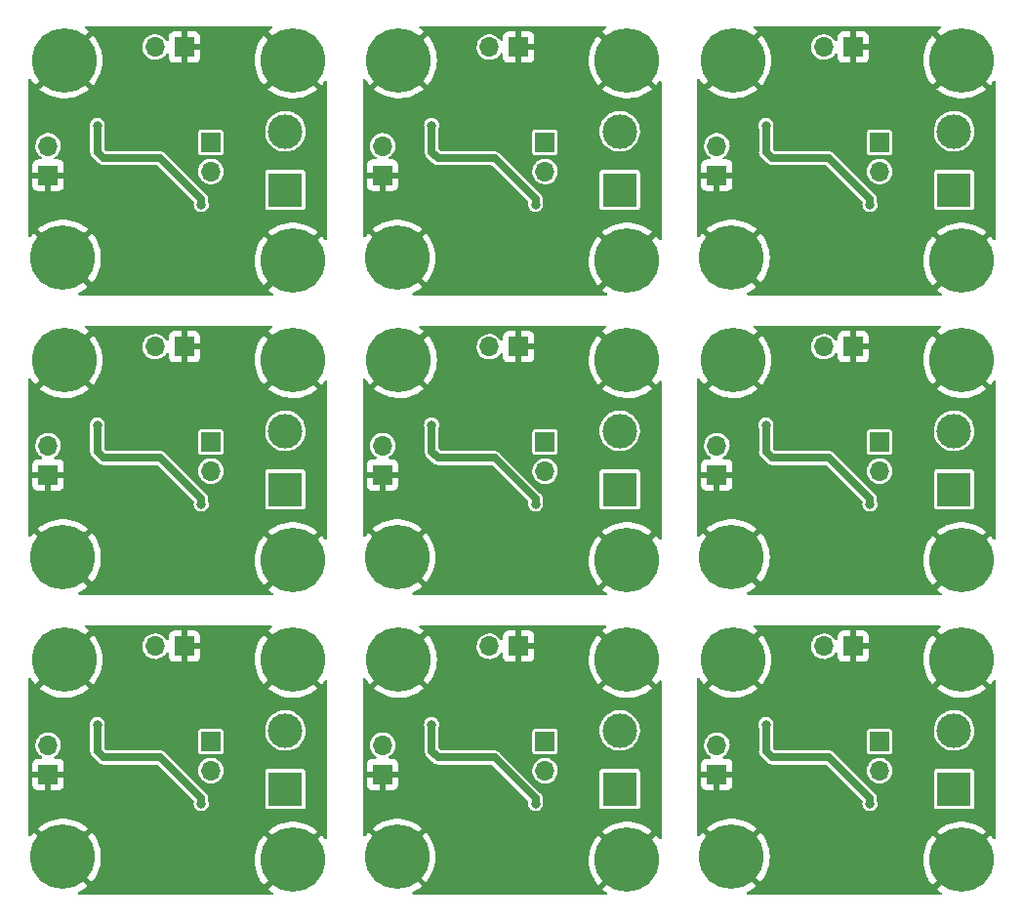
<source format=gbl>
%MOIN*%
%OFA0B0*%
%FSLAX46Y46*%
%IPPOS*%
%LPD*%
%ADD10C,0.22047244094488189*%
%ADD11R,0.066929133858267723X0.066929133858267723*%
%ADD12O,0.066929133858267723X0.066929133858267723*%
%ADD13R,0.11811023622047245X0.11811023622047245*%
%ADD14C,0.11811023622047245*%
%ADD15C,0.031496062992125991*%
%ADD16C,0.027559055118110236*%
%ADD27C,0.22047244094488189*%
%ADD28R,0.066929133858267723X0.066929133858267723*%
%ADD29O,0.066929133858267723X0.066929133858267723*%
%ADD30R,0.11811023622047245X0.11811023622047245*%
%ADD31C,0.11811023622047245*%
%ADD32C,0.031496062992125991*%
%ADD33C,0.027559055118110236*%
%ADD34C,0.22047244094488189*%
%ADD35R,0.066929133858267723X0.066929133858267723*%
%ADD36O,0.066929133858267723X0.066929133858267723*%
%ADD37R,0.11811023622047245X0.11811023622047245*%
%ADD38C,0.11811023622047245*%
%ADD39C,0.031496062992125991*%
%ADD40C,0.027559055118110236*%
%ADD41C,0.22047244094488189*%
%ADD42R,0.066929133858267723X0.066929133858267723*%
%ADD43O,0.066929133858267723X0.066929133858267723*%
%ADD44R,0.11811023622047245X0.11811023622047245*%
%ADD45C,0.11811023622047245*%
%ADD46C,0.031496062992125991*%
%ADD47C,0.027559055118110236*%
%ADD48C,0.22047244094488189*%
%ADD49R,0.066929133858267723X0.066929133858267723*%
%ADD50O,0.066929133858267723X0.066929133858267723*%
%ADD51R,0.11811023622047245X0.11811023622047245*%
%ADD52C,0.11811023622047245*%
%ADD53C,0.031496062992125991*%
%ADD54C,0.027559055118110236*%
%ADD55C,0.22047244094488189*%
%ADD56R,0.066929133858267723X0.066929133858267723*%
%ADD57O,0.066929133858267723X0.066929133858267723*%
%ADD58R,0.11811023622047245X0.11811023622047245*%
%ADD59C,0.11811023622047245*%
%ADD60C,0.031496062992125991*%
%ADD61C,0.027559055118110236*%
%ADD62C,0.22047244094488189*%
%ADD63R,0.066929133858267723X0.066929133858267723*%
%ADD64O,0.066929133858267723X0.066929133858267723*%
%ADD65R,0.11811023622047245X0.11811023622047245*%
%ADD66C,0.11811023622047245*%
%ADD67C,0.031496062992125991*%
%ADD68C,0.027559055118110236*%
%ADD69C,0.22047244094488189*%
%ADD70R,0.066929133858267723X0.066929133858267723*%
%ADD71O,0.066929133858267723X0.066929133858267723*%
%ADD72R,0.11811023622047245X0.11811023622047245*%
%ADD73C,0.11811023622047245*%
%ADD74C,0.031496062992125991*%
%ADD75C,0.027559055118110236*%
%ADD76C,0.22047244094488189*%
%ADD77R,0.066929133858267723X0.066929133858267723*%
%ADD78O,0.066929133858267723X0.066929133858267723*%
%ADD79R,0.11811023622047245X0.11811023622047245*%
%ADD80C,0.11811023622047245*%
%ADD81C,0.031496062992125991*%
%ADD82C,0.027559055118110236*%
G01*
D10*
X-0004055118Y0008188976D02*
X0000972381Y0003788976D03*
X0000192381Y0003788976D03*
X0000972381Y0003103976D03*
D11*
X0000692381Y0003508976D03*
D12*
X0000692381Y0003408976D03*
D11*
X0000602381Y0003833976D03*
D12*
X0000502381Y0003833976D03*
D13*
X0000947381Y0003346476D03*
D14*
X0000947381Y0003546476D03*
D10*
X0000187381Y0003113976D03*
D11*
X0000137381Y0003396476D03*
D12*
X0000137381Y0003496476D03*
D15*
X0000744881Y0003736476D03*
X0000747381Y0003841476D03*
X0000682381Y0003171476D03*
X0000682381Y0003106476D03*
X0000682381Y0003041476D03*
X0000682381Y0003236476D03*
X0000754881Y0003041476D03*
X0000609881Y0003233976D03*
X0000377381Y0003736476D03*
X0000609881Y0003038976D03*
X0000754881Y0003236476D03*
X0000754881Y0003106476D03*
X0000609881Y0003103976D03*
X0000379881Y0003841476D03*
X0000609881Y0003168976D03*
X0000754881Y0003171476D03*
X0000304881Y0003566476D03*
X0000659881Y0003296476D03*
D16*
X0000304881Y0003476476D02*
X0000327381Y0003453976D01*
X0000304881Y0003566476D02*
X0000304881Y0003476476D01*
X0000659881Y0003313976D02*
X0000659881Y0003296476D01*
X0000519881Y0003453976D02*
X0000659881Y0003313976D01*
X0000327381Y0003453976D02*
X0000519881Y0003453976D01*
G36*
X0000899805Y0003905669D02*
G01*
X0000901636Y0003903556D01*
X0000902034Y0003900790D01*
X0000900872Y0003898247D01*
X0000899671Y0003897239D01*
X0000899562Y0003897174D01*
X0000899340Y0003897024D01*
X0000888303Y0003888677D01*
X0000888098Y0003888504D01*
X0000888050Y0003888458D01*
X0000887734Y0003887918D01*
X0000887735Y0003887885D01*
X0000887934Y0003887565D01*
X0000972381Y0003803118D01*
X0001070768Y0003704732D01*
X0001071303Y0003704440D01*
X0001071681Y0003704703D01*
X0001075630Y0003709294D01*
X0001075794Y0003709507D01*
X0001080801Y0003716792D01*
X0001082969Y0003718556D01*
X0001085746Y0003718868D01*
X0001088252Y0003717629D01*
X0001089690Y0003715232D01*
X0001089850Y0003713981D01*
X0001089808Y0003479533D01*
X0001089756Y0003188244D01*
X0001089754Y0003179092D01*
X0001088966Y0003176410D01*
X0001086853Y0003174580D01*
X0001084086Y0003174183D01*
X0001081544Y0003175344D01*
X0001080686Y0003176312D01*
X0001076346Y0003182721D01*
X0001076184Y0003182934D01*
X0001071734Y0003188181D01*
X0001071229Y0003188514D01*
X0001070823Y0003188275D01*
X0000972381Y0003089834D01*
X0000888002Y0003005455D01*
X0000887703Y0003004906D01*
X0000887706Y0003004863D01*
X0000887803Y0003004716D01*
X0000898587Y0002996440D01*
X0000898809Y0002996289D01*
X0000903555Y0002993403D01*
X0000905437Y0002991337D01*
X0000905904Y0002988581D01*
X0000904806Y0002986010D01*
X0000902493Y0002984441D01*
X0000900961Y0002984204D01*
X0000244203Y0002986343D01*
X0000241524Y0002987139D01*
X0000239700Y0002989258D01*
X0000239312Y0002992026D01*
X0000240481Y0002994564D01*
X0000242162Y0002995818D01*
X0000247685Y0002998335D01*
X0000247924Y0002998459D01*
X0000259822Y0003005524D01*
X0000260045Y0003005673D01*
X0000271111Y0003013982D01*
X0000271317Y0003014154D01*
X0000271697Y0003014510D01*
X0000272015Y0003015049D01*
X0000272013Y0003015077D01*
X0000271811Y0003015404D01*
X0000173284Y0003113931D01*
X0000201728Y0003113931D01*
X0000201733Y0003113859D01*
X0000201901Y0003113599D01*
X0000285768Y0003029732D01*
X0000286303Y0003029440D01*
X0000286681Y0003029703D01*
X0000290630Y0003034294D01*
X0000290794Y0003034507D01*
X0000298632Y0003045911D01*
X0000298772Y0003046140D01*
X0000305332Y0003058324D01*
X0000305446Y0003058567D01*
X0000310653Y0003071389D01*
X0000310740Y0003071642D01*
X0000314531Y0003084951D01*
X0000314590Y0003085212D01*
X0000316922Y0003098853D01*
X0000316953Y0003099118D01*
X0000317269Y0003104297D01*
X0000841961Y0003104297D01*
X0000842662Y0003090476D01*
X0000842690Y0003090210D01*
X0000844878Y0003076546D01*
X0000844935Y0003076284D01*
X0000848586Y0003062936D01*
X0000848671Y0003062682D01*
X0000853743Y0003049806D01*
X0000853854Y0003049563D01*
X0000860287Y0003037310D01*
X0000860424Y0003037080D01*
X0000868142Y0003025594D01*
X0000868304Y0003025380D01*
X0000873028Y0003019770D01*
X0000873530Y0003019437D01*
X0000873941Y0003019677D01*
X0000957735Y0003103472D01*
X0000958035Y0003104020D01*
X0000958029Y0003104093D01*
X0000957862Y0003104353D01*
X0000873995Y0003188220D01*
X0000873462Y0003188511D01*
X0000873080Y0003188244D01*
X0000868855Y0003183296D01*
X0000868692Y0003183084D01*
X0000860894Y0003171651D01*
X0000860755Y0003171423D01*
X0000854237Y0003159215D01*
X0000854124Y0003158972D01*
X0000848962Y0003146133D01*
X0000848876Y0003145879D01*
X0000845131Y0003132557D01*
X0000845073Y0003132296D01*
X0000842789Y0003118647D01*
X0000842759Y0003118380D01*
X0000841962Y0003104565D01*
X0000841961Y0003104297D01*
X0000317269Y0003104297D01*
X0000317801Y0003112995D01*
X0000317806Y0003113136D01*
X0000317809Y0003113904D01*
X0000317805Y0003114047D01*
X0000317053Y0003127928D01*
X0000317024Y0003128194D01*
X0000314788Y0003141850D01*
X0000314730Y0003142113D01*
X0000311032Y0003155447D01*
X0000310947Y0003155702D01*
X0000305830Y0003168559D01*
X0000305718Y0003168803D01*
X0000299242Y0003181032D01*
X0000299105Y0003181262D01*
X0000291346Y0003192721D01*
X0000291184Y0003192934D01*
X0000286734Y0003198181D01*
X0000286229Y0003198514D01*
X0000285823Y0003198275D01*
X0000202028Y0003114480D01*
X0000201728Y0003113931D01*
X0000173284Y0003113931D01*
X0000173239Y0003113976D01*
X0000088995Y0003198220D01*
X0000088462Y0003198511D01*
X0000088080Y0003198244D01*
X0000083855Y0003193296D01*
X0000083692Y0003193084D01*
X0000078974Y0003186166D01*
X0000076812Y0003184395D01*
X0000074035Y0003184073D01*
X0000071525Y0003185303D01*
X0000070079Y0003187695D01*
X0000069915Y0003188963D01*
X0000069917Y0003198220D01*
X0000069919Y0003212918D01*
X0000102734Y0003212918D01*
X0000102735Y0003212885D01*
X0000102934Y0003212565D01*
X0000186877Y0003128622D01*
X0000187426Y0003128323D01*
X0000187498Y0003128328D01*
X0000187759Y0003128495D01*
X0000262182Y0003202918D01*
X0000887734Y0003202918D01*
X0000887735Y0003202885D01*
X0000887934Y0003202565D01*
X0000971877Y0003118622D01*
X0000972426Y0003118323D01*
X0000972498Y0003118328D01*
X0000972759Y0003118495D01*
X0001056743Y0003202480D01*
X0001057043Y0003203029D01*
X0001057041Y0003203067D01*
X0001056863Y0003203335D01*
X0001056807Y0003203383D01*
X0001045799Y0003211769D01*
X0001045578Y0003211919D01*
X0001033728Y0003219067D01*
X0001033492Y0003219193D01*
X0001020939Y0003225020D01*
X0001020691Y0003225119D01*
X0001007583Y0003229556D01*
X0001007324Y0003229628D01*
X0000993815Y0003232623D01*
X0000993550Y0003232667D01*
X0000979795Y0003234185D01*
X0000979528Y0003234200D01*
X0000965689Y0003234224D01*
X0000965422Y0003234210D01*
X0000951662Y0003232740D01*
X0000951397Y0003232697D01*
X0000937877Y0003229749D01*
X0000937618Y0003229678D01*
X0000924495Y0003225287D01*
X0000924246Y0003225188D01*
X0000911674Y0003219406D01*
X0000911436Y0003219280D01*
X0000899562Y0003212174D01*
X0000899340Y0003212024D01*
X0000888303Y0003203677D01*
X0000888098Y0003203504D01*
X0000888050Y0003203458D01*
X0000887734Y0003202918D01*
X0000262182Y0003202918D01*
X0000271744Y0003212480D01*
X0000272043Y0003213029D01*
X0000272041Y0003213067D01*
X0000271863Y0003213335D01*
X0000271807Y0003213383D01*
X0000260799Y0003221769D01*
X0000260578Y0003221919D01*
X0000248728Y0003229067D01*
X0000248492Y0003229193D01*
X0000235939Y0003235020D01*
X0000235691Y0003235119D01*
X0000222583Y0003239556D01*
X0000222324Y0003239628D01*
X0000208815Y0003242623D01*
X0000208550Y0003242667D01*
X0000194795Y0003244185D01*
X0000194528Y0003244200D01*
X0000180689Y0003244224D01*
X0000180422Y0003244210D01*
X0000166662Y0003242740D01*
X0000166398Y0003242697D01*
X0000152877Y0003239749D01*
X0000152618Y0003239678D01*
X0000139495Y0003235287D01*
X0000139246Y0003235188D01*
X0000126674Y0003229406D01*
X0000126436Y0003229280D01*
X0000114563Y0003222174D01*
X0000114340Y0003222024D01*
X0000103303Y0003213677D01*
X0000103098Y0003213504D01*
X0000103050Y0003213458D01*
X0000102734Y0003212918D01*
X0000069919Y0003212918D01*
X0000069946Y0003361253D01*
X0000083917Y0003361253D01*
X0000083931Y0003360984D01*
X0000084149Y0003358982D01*
X0000084292Y0003358381D01*
X0000086069Y0003353639D01*
X0000086406Y0003353025D01*
X0000089417Y0003349006D01*
X0000089912Y0003348512D01*
X0000093931Y0003345500D01*
X0000094545Y0003345164D01*
X0000099287Y0003343386D01*
X0000099887Y0003343243D01*
X0000101890Y0003343026D01*
X0000102158Y0003343011D01*
X0000126668Y0003343011D01*
X0000127268Y0003343187D01*
X0000127316Y0003343242D01*
X0000127381Y0003343545D01*
X0000127381Y0003343725D01*
X0000147381Y0003343725D01*
X0000147558Y0003343125D01*
X0000147612Y0003343077D01*
X0000147915Y0003343011D01*
X0000172605Y0003343011D01*
X0000172873Y0003343026D01*
X0000174876Y0003343243D01*
X0000175476Y0003343386D01*
X0000180218Y0003345164D01*
X0000180832Y0003345500D01*
X0000184851Y0003348512D01*
X0000185345Y0003349006D01*
X0000188357Y0003353025D01*
X0000188693Y0003353639D01*
X0000190471Y0003358381D01*
X0000190614Y0003358982D01*
X0000190831Y0003360984D01*
X0000190846Y0003361253D01*
X0000190846Y0003385763D01*
X0000190670Y0003386363D01*
X0000190615Y0003386410D01*
X0000190313Y0003386476D01*
X0000148095Y0003386476D01*
X0000147495Y0003386300D01*
X0000147447Y0003386245D01*
X0000147381Y0003385942D01*
X0000147381Y0003343725D01*
X0000127381Y0003343725D01*
X0000127381Y0003385763D01*
X0000127205Y0003386363D01*
X0000127150Y0003386410D01*
X0000126848Y0003386476D01*
X0000084630Y0003386476D01*
X0000084030Y0003386300D01*
X0000083983Y0003386245D01*
X0000083917Y0003385942D01*
X0000083917Y0003361253D01*
X0000069946Y0003361253D01*
X0000069954Y0003407189D01*
X0000083917Y0003407189D01*
X0000084093Y0003406589D01*
X0000084148Y0003406542D01*
X0000084450Y0003406476D01*
X0000190133Y0003406476D01*
X0000190733Y0003406652D01*
X0000190780Y0003406707D01*
X0000190846Y0003407009D01*
X0000190846Y0003431699D01*
X0000190831Y0003431968D01*
X0000190614Y0003433970D01*
X0000190471Y0003434571D01*
X0000188693Y0003439313D01*
X0000188357Y0003439927D01*
X0000185345Y0003443945D01*
X0000184851Y0003444440D01*
X0000180832Y0003447452D01*
X0000180218Y0003447788D01*
X0000175476Y0003449566D01*
X0000174876Y0003449708D01*
X0000172873Y0003449926D01*
X0000172605Y0003449940D01*
X0000162297Y0003449940D01*
X0000159615Y0003450728D01*
X0000157784Y0003452840D01*
X0000157386Y0003455607D01*
X0000158548Y0003458150D01*
X0000159873Y0003459229D01*
X0000162117Y0003460486D01*
X0000164584Y0003462537D01*
X0000168087Y0003465451D01*
X0000168261Y0003465596D01*
X0000169199Y0003466724D01*
X0000173226Y0003471566D01*
X0000173226Y0003471566D01*
X0000173371Y0003471741D01*
X0000176751Y0003477775D01*
X0000177165Y0003478515D01*
X0000177165Y0003478515D01*
X0000177276Y0003478713D01*
X0000177349Y0003478929D01*
X0000177350Y0003478929D01*
X0000179772Y0003486066D01*
X0000179772Y0003486066D01*
X0000179845Y0003486281D01*
X0000179878Y0003486506D01*
X0000179878Y0003486506D01*
X0000180971Y0003494046D01*
X0000180992Y0003494190D01*
X0000181052Y0003496476D01*
X0000180321Y0003504434D01*
X0000180177Y0003504944D01*
X0000178213Y0003511907D01*
X0000178213Y0003511907D01*
X0000178151Y0003512126D01*
X0000177735Y0003512971D01*
X0000174717Y0003519090D01*
X0000174617Y0003519294D01*
X0000169835Y0003525697D01*
X0000163966Y0003531122D01*
X0000163774Y0003531243D01*
X0000163774Y0003531243D01*
X0000157400Y0003535265D01*
X0000157207Y0003535387D01*
X0000149785Y0003538348D01*
X0000149562Y0003538392D01*
X0000149561Y0003538392D01*
X0000142169Y0003539863D01*
X0000142169Y0003539863D01*
X0000141946Y0003539907D01*
X0000141719Y0003539910D01*
X0000141719Y0003539910D01*
X0000137728Y0003539962D01*
X0000133955Y0003540012D01*
X0000133731Y0003539973D01*
X0000133731Y0003539973D01*
X0000126303Y0003538697D01*
X0000126079Y0003538658D01*
X0000118581Y0003535892D01*
X0000111712Y0003531806D01*
X0000111542Y0003531656D01*
X0000111541Y0003531656D01*
X0000110756Y0003530968D01*
X0000105704Y0003526537D01*
X0000100756Y0003520261D01*
X0000100650Y0003520059D01*
X0000100650Y0003520059D01*
X0000100140Y0003519090D01*
X0000097035Y0003513188D01*
X0000094665Y0003505555D01*
X0000093726Y0003497619D01*
X0000094248Y0003489644D01*
X0000094304Y0003489424D01*
X0000094304Y0003489424D01*
X0000095948Y0003482952D01*
X0000096216Y0003481898D01*
X0000096311Y0003481692D01*
X0000097754Y0003478563D01*
X0000099562Y0003474641D01*
X0000099693Y0003474455D01*
X0000102428Y0003470585D01*
X0000104174Y0003468114D01*
X0000109899Y0003462537D01*
X0000110088Y0003462411D01*
X0000115154Y0003459026D01*
X0000116947Y0003456881D01*
X0000117295Y0003454108D01*
X0000116089Y0003451586D01*
X0000113711Y0003450117D01*
X0000112398Y0003449940D01*
X0000102158Y0003449940D01*
X0000101890Y0003449926D01*
X0000099887Y0003449708D01*
X0000099287Y0003449566D01*
X0000094545Y0003447788D01*
X0000093931Y0003447452D01*
X0000089912Y0003444440D01*
X0000089417Y0003443945D01*
X0000086406Y0003439927D01*
X0000086069Y0003439313D01*
X0000084292Y0003434571D01*
X0000084149Y0003433970D01*
X0000083931Y0003431967D01*
X0000083917Y0003431699D01*
X0000083917Y0003407189D01*
X0000069954Y0003407189D01*
X0000069983Y0003566748D01*
X0000278926Y0003566748D01*
X0000279610Y0003560549D01*
X0000279713Y0003560268D01*
X0000279713Y0003560268D01*
X0000280780Y0003557352D01*
X0000281082Y0003555647D01*
X0000281082Y0003478361D01*
X0000281040Y0003477713D01*
X0000280877Y0003476476D01*
X0000280919Y0003476154D01*
X0000281572Y0003471196D01*
X0000281695Y0003470263D01*
X0000282894Y0003467368D01*
X0000284093Y0003464474D01*
X0000284291Y0003464216D01*
X0000284291Y0003464216D01*
X0000285578Y0003462537D01*
X0000287908Y0003459502D01*
X0000288165Y0003459304D01*
X0000288898Y0003458742D01*
X0000289386Y0003458314D01*
X0000309220Y0003438480D01*
X0000309648Y0003437993D01*
X0000310408Y0003437002D01*
X0000310665Y0003436804D01*
X0000310666Y0003436804D01*
X0000315121Y0003433385D01*
X0000315379Y0003433187D01*
X0000315679Y0003433063D01*
X0000315680Y0003433063D01*
X0000317024Y0003432506D01*
X0000318274Y0003431988D01*
X0000321169Y0003430789D01*
X0000321491Y0003430747D01*
X0000321491Y0003430747D01*
X0000327059Y0003430014D01*
X0000327381Y0003429971D01*
X0000328619Y0003430134D01*
X0000329266Y0003430177D01*
X0000507969Y0003430177D01*
X0000510651Y0003429389D01*
X0000511476Y0003428724D01*
X0000633304Y0003306896D01*
X0000634644Y0003304443D01*
X0000634715Y0003302741D01*
X0000633926Y0003296748D01*
X0000634610Y0003290549D01*
X0000634713Y0003290268D01*
X0000634713Y0003290268D01*
X0000636203Y0003286195D01*
X0000636754Y0003284692D01*
X0000636920Y0003284444D01*
X0000636920Y0003284443D01*
X0000639956Y0003279926D01*
X0000640232Y0003279515D01*
X0000640453Y0003279314D01*
X0000640453Y0003279314D01*
X0000642021Y0003277887D01*
X0000644845Y0003275318D01*
X0000650326Y0003272342D01*
X0000656359Y0003270759D01*
X0000659664Y0003270707D01*
X0000662295Y0003270666D01*
X0000662296Y0003270666D01*
X0000662595Y0003270661D01*
X0000668674Y0003272053D01*
X0000671446Y0003273448D01*
X0000673979Y0003274721D01*
X0000673979Y0003274722D01*
X0000674246Y0003274856D01*
X0000674473Y0003275050D01*
X0000674473Y0003275050D01*
X0000678761Y0003278712D01*
X0000678761Y0003278712D01*
X0000678988Y0003278906D01*
X0000682628Y0003283971D01*
X0000684954Y0003289758D01*
X0000685833Y0003295932D01*
X0000685838Y0003296476D01*
X0000685089Y0003302667D01*
X0000684001Y0003305548D01*
X0000683681Y0003307301D01*
X0000683681Y0003312091D01*
X0000683723Y0003312739D01*
X0000683843Y0003313653D01*
X0000683843Y0003313654D01*
X0000683886Y0003313976D01*
X0000683681Y0003315535D01*
X0000683681Y0003315536D01*
X0000683068Y0003320189D01*
X0000682853Y0003320709D01*
X0000681426Y0003324153D01*
X0000680670Y0003325978D01*
X0000676855Y0003330950D01*
X0000675865Y0003331710D01*
X0000675377Y0003332137D01*
X0000597395Y0003410119D01*
X0000648726Y0003410119D01*
X0000649248Y0003402144D01*
X0000649304Y0003401924D01*
X0000649304Y0003401924D01*
X0000650103Y0003398781D01*
X0000651216Y0003394398D01*
X0000651311Y0003394192D01*
X0000652775Y0003391015D01*
X0000654562Y0003387141D01*
X0000659174Y0003380614D01*
X0000664899Y0003375037D01*
X0000671544Y0003370597D01*
X0000671752Y0003370508D01*
X0000671752Y0003370508D01*
X0000675244Y0003369008D01*
X0000678886Y0003367443D01*
X0000681761Y0003366792D01*
X0000686459Y0003365729D01*
X0000686459Y0003365729D01*
X0000686681Y0003365679D01*
X0000686908Y0003365670D01*
X0000686909Y0003365670D01*
X0000689262Y0003365578D01*
X0000694667Y0003365365D01*
X0000698622Y0003365939D01*
X0000702351Y0003366479D01*
X0000702351Y0003366479D01*
X0000702576Y0003366512D01*
X0000702791Y0003366585D01*
X0000702791Y0003366585D01*
X0000709928Y0003369008D01*
X0000709929Y0003369008D01*
X0000710144Y0003369081D01*
X0000717117Y0003372986D01*
X0000719584Y0003375037D01*
X0000723087Y0003377951D01*
X0000723261Y0003378096D01*
X0000728371Y0003384241D01*
X0000732276Y0003391213D01*
X0000732350Y0003391429D01*
X0000732350Y0003391429D01*
X0000734772Y0003398566D01*
X0000734772Y0003398566D01*
X0000734845Y0003398781D01*
X0000734878Y0003399006D01*
X0000734878Y0003399006D01*
X0000735961Y0003406476D01*
X0000735967Y0003406518D01*
X0000878307Y0003406518D01*
X0000878307Y0003286434D01*
X0000878587Y0003285026D01*
X0000878741Y0003284249D01*
X0000878888Y0003283511D01*
X0000881102Y0003280197D01*
X0000884417Y0003277982D01*
X0000887339Y0003277401D01*
X0000947372Y0003277401D01*
X0001007423Y0003277401D01*
X0001008831Y0003277681D01*
X0001009867Y0003277887D01*
X0001009867Y0003277887D01*
X0001010346Y0003277982D01*
X0001010752Y0003278254D01*
X0001010752Y0003278254D01*
X0001013254Y0003279926D01*
X0001013660Y0003280197D01*
X0001015875Y0003283511D01*
X0001016456Y0003286434D01*
X0001016456Y0003406518D01*
X0001015875Y0003409440D01*
X0001013660Y0003412755D01*
X0001010346Y0003414969D01*
X0001007423Y0003415551D01*
X0000947391Y0003415551D01*
X0000887339Y0003415551D01*
X0000885932Y0003415271D01*
X0000884896Y0003415065D01*
X0000884896Y0003415065D01*
X0000884417Y0003414969D01*
X0000884010Y0003414698D01*
X0000884010Y0003414698D01*
X0000881633Y0003413109D01*
X0000881102Y0003412755D01*
X0000878888Y0003409440D01*
X0000878307Y0003406518D01*
X0000735967Y0003406518D01*
X0000735992Y0003406690D01*
X0000736052Y0003408976D01*
X0000735602Y0003413875D01*
X0000735342Y0003416708D01*
X0000735341Y0003416708D01*
X0000735321Y0003416934D01*
X0000735259Y0003417153D01*
X0000733213Y0003424407D01*
X0000733213Y0003424407D01*
X0000733151Y0003424626D01*
X0000732735Y0003425471D01*
X0000729717Y0003431590D01*
X0000729617Y0003431794D01*
X0000724835Y0003438197D01*
X0000718966Y0003443622D01*
X0000718774Y0003443743D01*
X0000718774Y0003443743D01*
X0000712400Y0003447765D01*
X0000712207Y0003447887D01*
X0000704785Y0003450848D01*
X0000704562Y0003450892D01*
X0000704562Y0003450892D01*
X0000697169Y0003452363D01*
X0000697169Y0003452363D01*
X0000696946Y0003452407D01*
X0000696719Y0003452410D01*
X0000696719Y0003452410D01*
X0000692728Y0003452462D01*
X0000688955Y0003452512D01*
X0000688731Y0003452473D01*
X0000688731Y0003452473D01*
X0000683568Y0003451586D01*
X0000681079Y0003451158D01*
X0000673581Y0003448392D01*
X0000666712Y0003444306D01*
X0000666542Y0003444156D01*
X0000666541Y0003444156D01*
X0000665756Y0003443468D01*
X0000660704Y0003439037D01*
X0000655756Y0003432761D01*
X0000655650Y0003432559D01*
X0000655650Y0003432559D01*
X0000654374Y0003430134D01*
X0000652035Y0003425688D01*
X0000649665Y0003418055D01*
X0000648726Y0003410119D01*
X0000597395Y0003410119D01*
X0000538043Y0003469472D01*
X0000537615Y0003469959D01*
X0000537053Y0003470692D01*
X0000536855Y0003470950D01*
X0000536005Y0003471602D01*
X0000532142Y0003474567D01*
X0000532142Y0003474567D01*
X0000531884Y0003474764D01*
X0000528989Y0003475963D01*
X0000526094Y0003477163D01*
X0000525772Y0003477205D01*
X0000525772Y0003477205D01*
X0000520204Y0003477938D01*
X0000519881Y0003477980D01*
X0000518644Y0003477818D01*
X0000517996Y0003477775D01*
X0000339294Y0003477775D01*
X0000336612Y0003478563D01*
X0000335786Y0003479228D01*
X0000330134Y0003484881D01*
X0000328794Y0003487334D01*
X0000328681Y0003488389D01*
X0000328681Y0003543427D01*
X0000648897Y0003543427D01*
X0000648897Y0003474524D01*
X0000649478Y0003471602D01*
X0000649750Y0003471196D01*
X0000649750Y0003471195D01*
X0000650574Y0003469963D01*
X0000651693Y0003468288D01*
X0000655007Y0003466073D01*
X0000657930Y0003465492D01*
X0000692376Y0003465492D01*
X0000726833Y0003465492D01*
X0000728240Y0003465772D01*
X0000729276Y0003465978D01*
X0000729276Y0003465978D01*
X0000729755Y0003466073D01*
X0000730162Y0003466344D01*
X0000730162Y0003466344D01*
X0000732664Y0003468016D01*
X0000733070Y0003468288D01*
X0000735284Y0003471602D01*
X0000735866Y0003474524D01*
X0000735866Y0003543427D01*
X0000735284Y0003546350D01*
X0000733989Y0003548289D01*
X0000878137Y0003548289D01*
X0000878145Y0003548105D01*
X0000878145Y0003548105D01*
X0000878359Y0003543666D01*
X0000878629Y0003538034D01*
X0000880632Y0003527965D01*
X0000884101Y0003518302D01*
X0000884189Y0003518139D01*
X0000887310Y0003512330D01*
X0000888961Y0003509258D01*
X0000889071Y0003509111D01*
X0000889071Y0003509110D01*
X0000894994Y0003501179D01*
X0000894994Y0003501179D01*
X0000895104Y0003501032D01*
X0000895234Y0003500903D01*
X0000895234Y0003500902D01*
X0000901858Y0003494336D01*
X0000902395Y0003493804D01*
X0000902543Y0003493695D01*
X0000902543Y0003493695D01*
X0000910526Y0003487842D01*
X0000910675Y0003487733D01*
X0000910837Y0003487647D01*
X0000910837Y0003487647D01*
X0000919598Y0003483038D01*
X0000919598Y0003483038D01*
X0000919761Y0003482952D01*
X0000929453Y0003479568D01*
X0000929634Y0003479533D01*
X0000939359Y0003477687D01*
X0000939359Y0003477687D01*
X0000939540Y0003477653D01*
X0000944418Y0003477461D01*
X0000949615Y0003477257D01*
X0000949615Y0003477257D01*
X0000949799Y0003477250D01*
X0000953479Y0003477653D01*
X0000959821Y0003478347D01*
X0000959822Y0003478347D01*
X0000960005Y0003478367D01*
X0000960565Y0003478515D01*
X0000969755Y0003480934D01*
X0000969933Y0003480981D01*
X0000974721Y0003483038D01*
X0000979197Y0003484961D01*
X0000979197Y0003484961D01*
X0000979366Y0003485034D01*
X0000979523Y0003485131D01*
X0000979523Y0003485131D01*
X0000987940Y0003490340D01*
X0000987940Y0003490340D01*
X0000988096Y0003490436D01*
X0000995932Y0003497070D01*
X0001002702Y0003504789D01*
X0001003049Y0003505330D01*
X0001007552Y0003512330D01*
X0001008256Y0003513424D01*
X0001012472Y0003522785D01*
X0001015259Y0003532666D01*
X0001015919Y0003537854D01*
X0001016539Y0003542727D01*
X0001016539Y0003542728D01*
X0001016555Y0003542851D01*
X0001016564Y0003543184D01*
X0001016634Y0003545871D01*
X0001016650Y0003546476D01*
X0001016209Y0003552413D01*
X0001015903Y0003556531D01*
X0001015903Y0003556531D01*
X0001015889Y0003556714D01*
X0001013623Y0003566728D01*
X0001009902Y0003576297D01*
X0001008365Y0003578987D01*
X0001005728Y0003583600D01*
X0001004808Y0003585210D01*
X0000998451Y0003593273D01*
X0000990973Y0003600308D01*
X0000982538Y0003606160D01*
X0000982373Y0003606241D01*
X0000982373Y0003606241D01*
X0000973495Y0003610619D01*
X0000973495Y0003610619D01*
X0000973330Y0003610701D01*
X0000963552Y0003613830D01*
X0000963370Y0003613860D01*
X0000963370Y0003613860D01*
X0000953600Y0003615451D01*
X0000953600Y0003615451D01*
X0000953419Y0003615481D01*
X0000948439Y0003615546D01*
X0000943337Y0003615613D01*
X0000943337Y0003615613D01*
X0000943153Y0003615615D01*
X0000932980Y0003614231D01*
X0000932803Y0003614179D01*
X0000932803Y0003614179D01*
X0000931607Y0003613830D01*
X0000923123Y0003611358D01*
X0000913799Y0003607059D01*
X0000913646Y0003606959D01*
X0000913645Y0003606959D01*
X0000905367Y0003601531D01*
X0000905367Y0003601531D01*
X0000905213Y0003601430D01*
X0000897554Y0003594594D01*
X0000890989Y0003586700D01*
X0000885663Y0003577923D01*
X0000885592Y0003577754D01*
X0000885592Y0003577753D01*
X0000883459Y0003572667D01*
X0000881692Y0003568455D01*
X0000881647Y0003568277D01*
X0000881647Y0003568277D01*
X0000881148Y0003566313D01*
X0000879165Y0003558504D01*
X0000878137Y0003548289D01*
X0000733989Y0003548289D01*
X0000733341Y0003549258D01*
X0000733070Y0003549664D01*
X0000729755Y0003551879D01*
X0000726833Y0003552460D01*
X0000692387Y0003552460D01*
X0000657930Y0003552460D01*
X0000656522Y0003552180D01*
X0000655487Y0003551974D01*
X0000655487Y0003551974D01*
X0000655007Y0003551879D01*
X0000654601Y0003551607D01*
X0000654601Y0003551607D01*
X0000652223Y0003550019D01*
X0000651693Y0003549664D01*
X0000649478Y0003546350D01*
X0000648897Y0003543427D01*
X0000328681Y0003543427D01*
X0000328681Y0003555631D01*
X0000329039Y0003557481D01*
X0000329842Y0003559480D01*
X0000329842Y0003559480D01*
X0000329954Y0003559758D01*
X0000330833Y0003565932D01*
X0000330838Y0003566476D01*
X0000330089Y0003572667D01*
X0000327885Y0003578502D01*
X0000324352Y0003583642D01*
X0000319695Y0003587790D01*
X0000319405Y0003587944D01*
X0000314448Y0003590569D01*
X0000314448Y0003590569D01*
X0000314183Y0003590709D01*
X0000308135Y0003592228D01*
X0000307835Y0003592230D01*
X0000307835Y0003592230D01*
X0000305243Y0003592243D01*
X0000301898Y0003592261D01*
X0000301607Y0003592191D01*
X0000301607Y0003592191D01*
X0000296124Y0003590875D01*
X0000296124Y0003590875D01*
X0000295834Y0003590805D01*
X0000290291Y0003587944D01*
X0000285592Y0003583844D01*
X0000282005Y0003578742D01*
X0000279740Y0003572931D01*
X0000279701Y0003572635D01*
X0000279701Y0003572635D01*
X0000279173Y0003568625D01*
X0000278926Y0003566748D01*
X0000069983Y0003566748D01*
X0000070005Y0003689906D01*
X0000107703Y0003689906D01*
X0000107706Y0003689863D01*
X0000107803Y0003689716D01*
X0000118587Y0003681440D01*
X0000118809Y0003681289D01*
X0000130633Y0003674099D01*
X0000130869Y0003673973D01*
X0000143401Y0003668102D01*
X0000143649Y0003668002D01*
X0000156741Y0003663520D01*
X0000157000Y0003663447D01*
X0000170499Y0003660404D01*
X0000170764Y0003660360D01*
X0000184513Y0003658793D01*
X0000184780Y0003658777D01*
X0000198618Y0003658705D01*
X0000198886Y0003658718D01*
X0000212651Y0003660140D01*
X0000212916Y0003660182D01*
X0000226447Y0003663083D01*
X0000226705Y0003663153D01*
X0000239844Y0003667498D01*
X0000240094Y0003667596D01*
X0000252685Y0003673335D01*
X0000252924Y0003673459D01*
X0000264822Y0003680524D01*
X0000265045Y0003680673D01*
X0000276111Y0003688982D01*
X0000276317Y0003689154D01*
X0000276697Y0003689510D01*
X0000276930Y0003689906D01*
X0000887703Y0003689906D01*
X0000887706Y0003689863D01*
X0000887803Y0003689716D01*
X0000898587Y0003681440D01*
X0000898809Y0003681289D01*
X0000910633Y0003674099D01*
X0000910869Y0003673973D01*
X0000923401Y0003668102D01*
X0000923649Y0003668002D01*
X0000936741Y0003663520D01*
X0000937000Y0003663447D01*
X0000950499Y0003660404D01*
X0000950764Y0003660360D01*
X0000964513Y0003658793D01*
X0000964780Y0003658777D01*
X0000978618Y0003658705D01*
X0000978886Y0003658718D01*
X0000992651Y0003660140D01*
X0000992916Y0003660182D01*
X0001006447Y0003663083D01*
X0001006705Y0003663153D01*
X0001019844Y0003667498D01*
X0001020094Y0003667596D01*
X0001032685Y0003673335D01*
X0001032924Y0003673459D01*
X0001044822Y0003680524D01*
X0001045045Y0003680673D01*
X0001056111Y0003688982D01*
X0001056317Y0003689154D01*
X0001056697Y0003689510D01*
X0001057015Y0003690049D01*
X0001057013Y0003690077D01*
X0001056811Y0003690404D01*
X0000972886Y0003774329D01*
X0000972337Y0003774629D01*
X0000972265Y0003774624D01*
X0000972004Y0003774457D01*
X0000888002Y0003690455D01*
X0000887703Y0003689906D01*
X0000276930Y0003689906D01*
X0000277015Y0003690049D01*
X0000277013Y0003690077D01*
X0000276811Y0003690404D01*
X0000192886Y0003774329D01*
X0000192337Y0003774629D01*
X0000192265Y0003774624D01*
X0000192004Y0003774457D01*
X0000108002Y0003690455D01*
X0000107703Y0003689906D01*
X0000070005Y0003689906D01*
X0000070011Y0003721764D01*
X0000070799Y0003724446D01*
X0000072911Y0003726276D01*
X0000075678Y0003726673D01*
X0000078220Y0003725512D01*
X0000079363Y0003724069D01*
X0000080287Y0003722310D01*
X0000080424Y0003722080D01*
X0000088142Y0003710594D01*
X0000088304Y0003710380D01*
X0000093028Y0003704770D01*
X0000093530Y0003704437D01*
X0000093941Y0003704677D01*
X0000178195Y0003788931D01*
X0000206728Y0003788931D01*
X0000206733Y0003788859D01*
X0000206901Y0003788599D01*
X0000290768Y0003704732D01*
X0000291303Y0003704440D01*
X0000291681Y0003704703D01*
X0000295630Y0003709294D01*
X0000295794Y0003709507D01*
X0000303632Y0003720911D01*
X0000303772Y0003721140D01*
X0000310332Y0003733324D01*
X0000310446Y0003733567D01*
X0000315653Y0003746389D01*
X0000315740Y0003746642D01*
X0000319531Y0003759951D01*
X0000319590Y0003760212D01*
X0000321922Y0003773853D01*
X0000321953Y0003774118D01*
X0000322801Y0003787995D01*
X0000322806Y0003788136D01*
X0000322809Y0003788904D01*
X0000322805Y0003789047D01*
X0000322053Y0003802928D01*
X0000322024Y0003803194D01*
X0000319788Y0003816850D01*
X0000319730Y0003817113D01*
X0000316032Y0003830447D01*
X0000315947Y0003830702D01*
X0000314189Y0003835119D01*
X0000458726Y0003835119D01*
X0000459248Y0003827144D01*
X0000459304Y0003826924D01*
X0000459304Y0003826924D01*
X0000460565Y0003821959D01*
X0000461216Y0003819398D01*
X0000461311Y0003819192D01*
X0000463702Y0003814005D01*
X0000464562Y0003812141D01*
X0000464693Y0003811955D01*
X0000469015Y0003805840D01*
X0000469174Y0003805614D01*
X0000474899Y0003800037D01*
X0000475088Y0003799911D01*
X0000477223Y0003798484D01*
X0000481544Y0003795597D01*
X0000481752Y0003795508D01*
X0000481752Y0003795508D01*
X0000485244Y0003794008D01*
X0000488886Y0003792443D01*
X0000490202Y0003792145D01*
X0000496459Y0003790729D01*
X0000496460Y0003790729D01*
X0000496681Y0003790679D01*
X0000496908Y0003790670D01*
X0000496908Y0003790670D01*
X0000499262Y0003790578D01*
X0000504667Y0003790365D01*
X0000508622Y0003790939D01*
X0000512351Y0003791479D01*
X0000512351Y0003791479D01*
X0000512576Y0003791512D01*
X0000512791Y0003791585D01*
X0000512791Y0003791585D01*
X0000519928Y0003794008D01*
X0000519929Y0003794008D01*
X0000520144Y0003794081D01*
X0000520649Y0003794364D01*
X0000524431Y0003796482D01*
X0000527117Y0003797986D01*
X0000527716Y0003798484D01*
X0000533087Y0003802951D01*
X0000533261Y0003803096D01*
X0000538371Y0003809241D01*
X0000538483Y0003809439D01*
X0000538483Y0003809439D01*
X0000539628Y0003811485D01*
X0000541626Y0003813440D01*
X0000544363Y0003814005D01*
X0000546971Y0003813000D01*
X0000548622Y0003810744D01*
X0000548917Y0003809061D01*
X0000548917Y0003798753D01*
X0000548931Y0003798484D01*
X0000549149Y0003796482D01*
X0000549292Y0003795881D01*
X0000551069Y0003791139D01*
X0000551406Y0003790525D01*
X0000554417Y0003786506D01*
X0000554912Y0003786012D01*
X0000558931Y0003783000D01*
X0000559545Y0003782664D01*
X0000564287Y0003780886D01*
X0000564887Y0003780743D01*
X0000566890Y0003780526D01*
X0000567158Y0003780511D01*
X0000591668Y0003780511D01*
X0000592268Y0003780687D01*
X0000592316Y0003780742D01*
X0000592381Y0003781045D01*
X0000592381Y0003781225D01*
X0000612381Y0003781225D01*
X0000612558Y0003780625D01*
X0000612612Y0003780577D01*
X0000612915Y0003780511D01*
X0000637605Y0003780511D01*
X0000637873Y0003780526D01*
X0000639876Y0003780743D01*
X0000640476Y0003780886D01*
X0000645218Y0003782664D01*
X0000645832Y0003783000D01*
X0000649851Y0003786012D01*
X0000650345Y0003786506D01*
X0000652437Y0003789297D01*
X0000841961Y0003789297D01*
X0000842662Y0003775476D01*
X0000842690Y0003775210D01*
X0000844878Y0003761546D01*
X0000844935Y0003761284D01*
X0000848586Y0003747936D01*
X0000848671Y0003747682D01*
X0000853743Y0003734806D01*
X0000853854Y0003734563D01*
X0000860287Y0003722310D01*
X0000860424Y0003722080D01*
X0000868142Y0003710594D01*
X0000868304Y0003710380D01*
X0000873028Y0003704770D01*
X0000873530Y0003704437D01*
X0000873941Y0003704677D01*
X0000957735Y0003788472D01*
X0000958035Y0003789020D01*
X0000958029Y0003789093D01*
X0000957862Y0003789353D01*
X0000873995Y0003873220D01*
X0000873462Y0003873511D01*
X0000873080Y0003873244D01*
X0000868855Y0003868296D01*
X0000868692Y0003868084D01*
X0000860894Y0003856651D01*
X0000860755Y0003856423D01*
X0000854237Y0003844215D01*
X0000854124Y0003843972D01*
X0000848962Y0003831133D01*
X0000848876Y0003830879D01*
X0000845131Y0003817557D01*
X0000845073Y0003817296D01*
X0000842789Y0003803647D01*
X0000842759Y0003803380D01*
X0000841962Y0003789565D01*
X0000841961Y0003789297D01*
X0000652437Y0003789297D01*
X0000653357Y0003790525D01*
X0000653693Y0003791139D01*
X0000655471Y0003795881D01*
X0000655614Y0003796482D01*
X0000655831Y0003798484D01*
X0000655846Y0003798753D01*
X0000655846Y0003823263D01*
X0000655670Y0003823863D01*
X0000655615Y0003823910D01*
X0000655313Y0003823976D01*
X0000613095Y0003823976D01*
X0000612495Y0003823800D01*
X0000612447Y0003823745D01*
X0000612381Y0003823442D01*
X0000612381Y0003781225D01*
X0000592381Y0003781225D01*
X0000592381Y0003844689D01*
X0000612381Y0003844689D01*
X0000612558Y0003844089D01*
X0000612612Y0003844042D01*
X0000612915Y0003843976D01*
X0000655133Y0003843976D01*
X0000655733Y0003844152D01*
X0000655780Y0003844207D01*
X0000655846Y0003844509D01*
X0000655846Y0003869199D01*
X0000655831Y0003869468D01*
X0000655614Y0003871470D01*
X0000655471Y0003872071D01*
X0000653693Y0003876813D01*
X0000653357Y0003877427D01*
X0000650345Y0003881445D01*
X0000649851Y0003881940D01*
X0000645832Y0003884952D01*
X0000645218Y0003885288D01*
X0000640476Y0003887066D01*
X0000639876Y0003887208D01*
X0000637873Y0003887426D01*
X0000637605Y0003887440D01*
X0000613095Y0003887440D01*
X0000612495Y0003887264D01*
X0000612447Y0003887210D01*
X0000612381Y0003886907D01*
X0000612381Y0003844689D01*
X0000592381Y0003844689D01*
X0000592381Y0003886727D01*
X0000592205Y0003887327D01*
X0000592150Y0003887375D01*
X0000591848Y0003887440D01*
X0000567158Y0003887440D01*
X0000566890Y0003887426D01*
X0000564887Y0003887208D01*
X0000564287Y0003887066D01*
X0000559545Y0003885288D01*
X0000558931Y0003884952D01*
X0000554912Y0003881940D01*
X0000554417Y0003881445D01*
X0000551406Y0003877427D01*
X0000551069Y0003876813D01*
X0000549292Y0003872071D01*
X0000549149Y0003871470D01*
X0000548931Y0003869467D01*
X0000548917Y0003869199D01*
X0000548917Y0003859166D01*
X0000548129Y0003856485D01*
X0000546017Y0003854654D01*
X0000543250Y0003854256D01*
X0000540708Y0003855417D01*
X0000539727Y0003856575D01*
X0000539717Y0003856590D01*
X0000539617Y0003856794D01*
X0000534835Y0003863197D01*
X0000528966Y0003868622D01*
X0000528774Y0003868743D01*
X0000528774Y0003868743D01*
X0000522400Y0003872765D01*
X0000522207Y0003872887D01*
X0000514785Y0003875848D01*
X0000514562Y0003875892D01*
X0000514561Y0003875892D01*
X0000507169Y0003877363D01*
X0000507169Y0003877363D01*
X0000506946Y0003877407D01*
X0000506719Y0003877410D01*
X0000506719Y0003877410D01*
X0000502728Y0003877462D01*
X0000498955Y0003877512D01*
X0000498731Y0003877473D01*
X0000498731Y0003877473D01*
X0000494886Y0003876813D01*
X0000491079Y0003876158D01*
X0000483581Y0003873392D01*
X0000483385Y0003873276D01*
X0000483385Y0003873276D01*
X0000483226Y0003873181D01*
X0000476712Y0003869306D01*
X0000476542Y0003869156D01*
X0000476541Y0003869156D01*
X0000470875Y0003864187D01*
X0000470704Y0003864037D01*
X0000465756Y0003857761D01*
X0000465650Y0003857559D01*
X0000465650Y0003857559D01*
X0000465173Y0003856651D01*
X0000462035Y0003850688D01*
X0000460359Y0003845291D01*
X0000459822Y0003843559D01*
X0000459665Y0003843055D01*
X0000458726Y0003835119D01*
X0000314189Y0003835119D01*
X0000310830Y0003843559D01*
X0000310718Y0003843803D01*
X0000304242Y0003856032D01*
X0000304105Y0003856262D01*
X0000296346Y0003867721D01*
X0000296184Y0003867934D01*
X0000291734Y0003873181D01*
X0000291229Y0003873514D01*
X0000290823Y0003873275D01*
X0000207028Y0003789480D01*
X0000206728Y0003788931D01*
X0000178195Y0003788931D01*
X0000192381Y0003803118D01*
X0000276744Y0003887480D01*
X0000277043Y0003888029D01*
X0000277041Y0003888067D01*
X0000276863Y0003888335D01*
X0000276807Y0003888383D01*
X0000265799Y0003896769D01*
X0000265578Y0003896919D01*
X0000265033Y0003897248D01*
X0000263143Y0003899308D01*
X0000262667Y0003902062D01*
X0000263755Y0003904636D01*
X0000266063Y0003906214D01*
X0000267595Y0003906456D01*
X0000897123Y0003906456D01*
X0000899805Y0003905669D01*
G37*
G04 next file*
G04 #@! TF.GenerationSoftware,KiCad,Pcbnew,(6.0.5)*
G04 #@! TF.CreationDate,2022-08-01T19:03:23+01:00*
G04 #@! TF.ProjectId,PWM-TRANSISTOR-PCB,50574d2d-5452-4414-9e53-4953544f522d,rev?*
G04 #@! TF.SameCoordinates,Original*
G04 #@! TF.FileFunction,Copper,L2,Bot*
G04 #@! TF.FilePolarity,Positive*
G04 Gerber Fmt 4.6, Leading zero omitted, Abs format (unit mm)*
G04 Created by KiCad (PCBNEW (6.0.5)) date 2022-08-01 19:03:23*
G01*
G04 APERTURE LIST*
G04 #@! TA.AperFunction,ComponentPad*
G04 #@! TD*
G04 #@! TA.AperFunction,ComponentPad*
G04 #@! TD*
G04 #@! TA.AperFunction,ComponentPad*
G04 #@! TD*
G04 #@! TA.AperFunction,ComponentPad*
G04 #@! TD*
G04 #@! TA.AperFunction,ComponentPad*
G04 #@! TD*
G04 #@! TA.AperFunction,ViaPad*
G04 #@! TD*
G04 #@! TA.AperFunction,Conductor*
G04 #@! TD*
G04 APERTURE END LIST*
D27*
X-0002913385Y0008188976D02*
X0002114114Y0003788976D03*
X0001334114Y0003788976D03*
X0002114114Y0003103976D03*
D28*
X0001834114Y0003508976D03*
D29*
X0001834114Y0003408976D03*
D28*
X0001744114Y0003833976D03*
D29*
X0001644114Y0003833976D03*
D30*
X0002089114Y0003346476D03*
D31*
X0002089114Y0003546476D03*
D27*
X0001329114Y0003113976D03*
D28*
X0001279114Y0003396476D03*
D29*
X0001279114Y0003496476D03*
D32*
X0001886614Y0003736476D03*
X0001889114Y0003841476D03*
X0001824114Y0003171476D03*
X0001824114Y0003106476D03*
X0001824114Y0003041476D03*
X0001824114Y0003236476D03*
X0001896614Y0003041476D03*
X0001751614Y0003233976D03*
X0001519114Y0003736476D03*
X0001751614Y0003038976D03*
X0001896614Y0003236476D03*
X0001896614Y0003106476D03*
X0001751614Y0003103976D03*
X0001521614Y0003841476D03*
X0001751614Y0003168976D03*
X0001896614Y0003171476D03*
X0001446614Y0003566476D03*
X0001801614Y0003296476D03*
D33*
X0001446614Y0003476476D02*
X0001469114Y0003453976D01*
X0001446614Y0003566476D02*
X0001446614Y0003476476D01*
X0001801614Y0003313976D02*
X0001801614Y0003296476D01*
X0001661614Y0003453976D02*
X0001801614Y0003313976D01*
X0001469114Y0003453976D02*
X0001661614Y0003453976D01*
G04 #@! TA.AperFunction,Conductor*
G36*
X0002041538Y0003905669D02*
G01*
X0002043368Y0003903556D01*
X0002043766Y0003900790D01*
X0002042605Y0003898247D01*
X0002041403Y0003897239D01*
X0002041294Y0003897174D01*
X0002041073Y0003897024D01*
X0002030035Y0003888677D01*
X0002029831Y0003888504D01*
X0002029782Y0003888458D01*
X0002029466Y0003887918D01*
X0002029467Y0003887885D01*
X0002029666Y0003887565D01*
X0002114114Y0003803118D01*
X0002212500Y0003704732D01*
X0002213035Y0003704440D01*
X0002213414Y0003704703D01*
X0002217362Y0003709294D01*
X0002217526Y0003709507D01*
X0002222533Y0003716792D01*
X0002224701Y0003718556D01*
X0002227479Y0003718868D01*
X0002229984Y0003717629D01*
X0002231422Y0003715232D01*
X0002231582Y0003713981D01*
X0002231540Y0003479533D01*
X0002231488Y0003188244D01*
X0002231486Y0003179092D01*
X0002230698Y0003176410D01*
X0002228586Y0003174580D01*
X0002225819Y0003174183D01*
X0002223276Y0003175344D01*
X0002222418Y0003176312D01*
X0002218078Y0003182721D01*
X0002217916Y0003182934D01*
X0002213467Y0003188181D01*
X0002212962Y0003188514D01*
X0002212555Y0003188275D01*
X0002114114Y0003089834D01*
X0002029735Y0003005455D01*
X0002029435Y0003004906D01*
X0002029438Y0003004863D01*
X0002029535Y0003004716D01*
X0002040320Y0002996440D01*
X0002040541Y0002996289D01*
X0002045287Y0002993403D01*
X0002047169Y0002991337D01*
X0002047636Y0002988581D01*
X0002046539Y0002986010D01*
X0002044225Y0002984441D01*
X0002042694Y0002984204D01*
X0001385936Y0002986343D01*
X0001383256Y0002987139D01*
X0001381433Y0002989258D01*
X0001381044Y0002992026D01*
X0001382213Y0002994564D01*
X0001383895Y0002995818D01*
X0001389418Y0002998335D01*
X0001389656Y0002998459D01*
X0001401554Y0003005524D01*
X0001401777Y0003005673D01*
X0001412843Y0003013982D01*
X0001413049Y0003014154D01*
X0001413429Y0003014510D01*
X0001413747Y0003015049D01*
X0001413746Y0003015077D01*
X0001413543Y0003015404D01*
X0001315016Y0003113931D01*
X0001343460Y0003113931D01*
X0001343466Y0003113859D01*
X0001343633Y0003113599D01*
X0001427500Y0003029732D01*
X0001428035Y0003029440D01*
X0001428414Y0003029703D01*
X0001432362Y0003034294D01*
X0001432526Y0003034507D01*
X0001440364Y0003045911D01*
X0001440504Y0003046140D01*
X0001447064Y0003058324D01*
X0001447179Y0003058567D01*
X0001452385Y0003071389D01*
X0001452472Y0003071642D01*
X0001456263Y0003084951D01*
X0001456323Y0003085212D01*
X0001458654Y0003098853D01*
X0001458685Y0003099118D01*
X0001459002Y0003104297D01*
X0001983694Y0003104297D01*
X0001984394Y0003090476D01*
X0001984422Y0003090210D01*
X0001986611Y0003076546D01*
X0001986667Y0003076284D01*
X0001990319Y0003062936D01*
X0001990403Y0003062682D01*
X0001995475Y0003049806D01*
X0001995587Y0003049563D01*
X0002002019Y0003037310D01*
X0002002156Y0003037080D01*
X0002009875Y0003025594D01*
X0002010036Y0003025380D01*
X0002014760Y0003019770D01*
X0002015262Y0003019437D01*
X0002015673Y0003019677D01*
X0002099467Y0003103472D01*
X0002099767Y0003104020D01*
X0002099762Y0003104093D01*
X0002099594Y0003104353D01*
X0002015728Y0003188220D01*
X0002015195Y0003188511D01*
X0002014813Y0003188244D01*
X0002010587Y0003183296D01*
X0002010425Y0003183084D01*
X0002002626Y0003171651D01*
X0002002488Y0003171423D01*
X0001995969Y0003159215D01*
X0001995856Y0003158972D01*
X0001990695Y0003146133D01*
X0001990608Y0003145879D01*
X0001986864Y0003132557D01*
X0001986805Y0003132296D01*
X0001984521Y0003118647D01*
X0001984491Y0003118380D01*
X0001983695Y0003104565D01*
X0001983694Y0003104297D01*
X0001459002Y0003104297D01*
X0001459534Y0003112995D01*
X0001459538Y0003113136D01*
X0001459541Y0003113904D01*
X0001459537Y0003114047D01*
X0001458786Y0003127928D01*
X0001458757Y0003128194D01*
X0001456520Y0003141850D01*
X0001456463Y0003142113D01*
X0001452765Y0003155447D01*
X0001452679Y0003155702D01*
X0001447562Y0003168559D01*
X0001447450Y0003168803D01*
X0001440975Y0003181032D01*
X0001440837Y0003181262D01*
X0001433078Y0003192721D01*
X0001432916Y0003192934D01*
X0001428467Y0003198181D01*
X0001427962Y0003198514D01*
X0001427555Y0003198275D01*
X0001343760Y0003114480D01*
X0001343460Y0003113931D01*
X0001315016Y0003113931D01*
X0001314972Y0003113976D01*
X0001230727Y0003198220D01*
X0001230195Y0003198511D01*
X0001229813Y0003198244D01*
X0001225587Y0003193296D01*
X0001225425Y0003193084D01*
X0001220706Y0003186166D01*
X0001218544Y0003184395D01*
X0001215767Y0003184073D01*
X0001213258Y0003185303D01*
X0001211812Y0003187695D01*
X0001211647Y0003188963D01*
X0001211649Y0003198220D01*
X0001211652Y0003212918D01*
X0001244466Y0003212918D01*
X0001244467Y0003212885D01*
X0001244666Y0003212565D01*
X0001328609Y0003128622D01*
X0001329158Y0003128323D01*
X0001329230Y0003128328D01*
X0001329491Y0003128495D01*
X0001403914Y0003202918D01*
X0002029466Y0003202918D01*
X0002029467Y0003202885D01*
X0002029666Y0003202565D01*
X0002113609Y0003118622D01*
X0002114158Y0003118323D01*
X0002114230Y0003118328D01*
X0002114491Y0003118495D01*
X0002198476Y0003202480D01*
X0002198776Y0003203029D01*
X0002198773Y0003203067D01*
X0002198595Y0003203335D01*
X0002198540Y0003203383D01*
X0002187531Y0003211769D01*
X0002187310Y0003211919D01*
X0002175461Y0003219067D01*
X0002175224Y0003219193D01*
X0002162672Y0003225020D01*
X0002162423Y0003225119D01*
X0002149316Y0003229556D01*
X0002149057Y0003229628D01*
X0002135547Y0003232623D01*
X0002135282Y0003232667D01*
X0002121527Y0003234185D01*
X0002121260Y0003234200D01*
X0002107421Y0003234224D01*
X0002107155Y0003234210D01*
X0002093394Y0003232740D01*
X0002093130Y0003232697D01*
X0002079609Y0003229749D01*
X0002079350Y0003229678D01*
X0002066227Y0003225287D01*
X0002065978Y0003225188D01*
X0002053406Y0003219406D01*
X0002053168Y0003219280D01*
X0002041295Y0003212174D01*
X0002041073Y0003212024D01*
X0002030035Y0003203677D01*
X0002029831Y0003203504D01*
X0002029782Y0003203458D01*
X0002029466Y0003202918D01*
X0001403914Y0003202918D01*
X0001413476Y0003212480D01*
X0001413776Y0003213029D01*
X0001413773Y0003213067D01*
X0001413595Y0003213335D01*
X0001413540Y0003213383D01*
X0001402532Y0003221769D01*
X0001402310Y0003221919D01*
X0001390461Y0003229067D01*
X0001390224Y0003229193D01*
X0001377672Y0003235020D01*
X0001377424Y0003235119D01*
X0001364316Y0003239556D01*
X0001364057Y0003239628D01*
X0001350547Y0003242623D01*
X0001350282Y0003242667D01*
X0001336527Y0003244185D01*
X0001336260Y0003244200D01*
X0001322421Y0003244224D01*
X0001322155Y0003244210D01*
X0001308394Y0003242740D01*
X0001308130Y0003242697D01*
X0001294609Y0003239749D01*
X0001294350Y0003239678D01*
X0001281227Y0003235287D01*
X0001280978Y0003235188D01*
X0001268406Y0003229406D01*
X0001268168Y0003229280D01*
X0001256295Y0003222174D01*
X0001256073Y0003222024D01*
X0001245035Y0003213677D01*
X0001244831Y0003213504D01*
X0001244782Y0003213458D01*
X0001244466Y0003212918D01*
X0001211652Y0003212918D01*
X0001211678Y0003361253D01*
X0001225649Y0003361253D01*
X0001225664Y0003360984D01*
X0001225881Y0003358982D01*
X0001226024Y0003358381D01*
X0001227802Y0003353639D01*
X0001228138Y0003353025D01*
X0001231150Y0003349006D01*
X0001231644Y0003348512D01*
X0001235663Y0003345500D01*
X0001236277Y0003345164D01*
X0001241019Y0003343386D01*
X0001241620Y0003343243D01*
X0001243622Y0003343026D01*
X0001243890Y0003343011D01*
X0001268400Y0003343011D01*
X0001269000Y0003343187D01*
X0001269048Y0003343242D01*
X0001269114Y0003343545D01*
X0001269114Y0003343725D01*
X0001289114Y0003343725D01*
X0001289290Y0003343125D01*
X0001289345Y0003343077D01*
X0001289647Y0003343011D01*
X0001314337Y0003343011D01*
X0001314605Y0003343026D01*
X0001316608Y0003343243D01*
X0001317208Y0003343386D01*
X0001321950Y0003345164D01*
X0001322564Y0003345500D01*
X0001326583Y0003348512D01*
X0001327078Y0003349006D01*
X0001330089Y0003353025D01*
X0001330426Y0003353639D01*
X0001332203Y0003358381D01*
X0001332346Y0003358982D01*
X0001332564Y0003360984D01*
X0001332578Y0003361253D01*
X0001332578Y0003385763D01*
X0001332402Y0003386363D01*
X0001332347Y0003386410D01*
X0001332045Y0003386476D01*
X0001289827Y0003386476D01*
X0001289227Y0003386300D01*
X0001289179Y0003386245D01*
X0001289114Y0003385942D01*
X0001289114Y0003343725D01*
X0001269114Y0003343725D01*
X0001269114Y0003385763D01*
X0001268937Y0003386363D01*
X0001268883Y0003386410D01*
X0001268580Y0003386476D01*
X0001226362Y0003386476D01*
X0001225762Y0003386300D01*
X0001225715Y0003386245D01*
X0001225649Y0003385942D01*
X0001225649Y0003361253D01*
X0001211678Y0003361253D01*
X0001211686Y0003407189D01*
X0001225649Y0003407189D01*
X0001225825Y0003406589D01*
X0001225880Y0003406542D01*
X0001226182Y0003406476D01*
X0001331865Y0003406476D01*
X0001332465Y0003406652D01*
X0001332512Y0003406707D01*
X0001332578Y0003407009D01*
X0001332578Y0003431699D01*
X0001332564Y0003431968D01*
X0001332346Y0003433970D01*
X0001332203Y0003434571D01*
X0001330426Y0003439313D01*
X0001330089Y0003439927D01*
X0001327078Y0003443945D01*
X0001326583Y0003444440D01*
X0001322564Y0003447452D01*
X0001321950Y0003447788D01*
X0001317208Y0003449566D01*
X0001316608Y0003449708D01*
X0001314605Y0003449926D01*
X0001314337Y0003449940D01*
X0001304029Y0003449940D01*
X0001301347Y0003450728D01*
X0001299517Y0003452840D01*
X0001299119Y0003455607D01*
X0001300280Y0003458150D01*
X0001301605Y0003459229D01*
X0001303849Y0003460486D01*
X0001306316Y0003462537D01*
X0001309819Y0003465451D01*
X0001309993Y0003465596D01*
X0001310931Y0003466724D01*
X0001314958Y0003471566D01*
X0001314958Y0003471566D01*
X0001315104Y0003471741D01*
X0001318483Y0003477775D01*
X0001318898Y0003478515D01*
X0001318898Y0003478515D01*
X0001319009Y0003478713D01*
X0001319082Y0003478929D01*
X0001319082Y0003478929D01*
X0001321505Y0003486066D01*
X0001321505Y0003486066D01*
X0001321578Y0003486281D01*
X0001321610Y0003486506D01*
X0001321610Y0003486506D01*
X0001322703Y0003494046D01*
X0001322724Y0003494190D01*
X0001322784Y0003496476D01*
X0001322053Y0003504434D01*
X0001321909Y0003504944D01*
X0001319945Y0003511907D01*
X0001319945Y0003511907D01*
X0001319884Y0003512126D01*
X0001319467Y0003512971D01*
X0001316450Y0003519090D01*
X0001316349Y0003519294D01*
X0001311567Y0003525697D01*
X0001305699Y0003531122D01*
X0001305506Y0003531243D01*
X0001305506Y0003531243D01*
X0001299132Y0003535265D01*
X0001298940Y0003535387D01*
X0001291517Y0003538348D01*
X0001291294Y0003538392D01*
X0001291294Y0003538392D01*
X0001283902Y0003539863D01*
X0001283901Y0003539863D01*
X0001283678Y0003539907D01*
X0001283451Y0003539910D01*
X0001283451Y0003539910D01*
X0001279460Y0003539962D01*
X0001275687Y0003540012D01*
X0001275463Y0003539973D01*
X0001275463Y0003539973D01*
X0001268035Y0003538697D01*
X0001267811Y0003538658D01*
X0001260313Y0003535892D01*
X0001253445Y0003531806D01*
X0001253274Y0003531656D01*
X0001253274Y0003531656D01*
X0001252489Y0003530968D01*
X0001247436Y0003526537D01*
X0001242488Y0003520261D01*
X0001242383Y0003520059D01*
X0001242382Y0003520059D01*
X0001241872Y0003519090D01*
X0001238767Y0003513188D01*
X0001236397Y0003505555D01*
X0001235458Y0003497619D01*
X0001235981Y0003489644D01*
X0001236037Y0003489424D01*
X0001236037Y0003489424D01*
X0001237680Y0003482952D01*
X0001237948Y0003481898D01*
X0001238043Y0003481692D01*
X0001239486Y0003478563D01*
X0001241294Y0003474641D01*
X0001241425Y0003474455D01*
X0001244160Y0003470585D01*
X0001245906Y0003468114D01*
X0001251631Y0003462537D01*
X0001251820Y0003462411D01*
X0001256887Y0003459026D01*
X0001258679Y0003456881D01*
X0001259027Y0003454108D01*
X0001257821Y0003451586D01*
X0001255443Y0003450117D01*
X0001254131Y0003449940D01*
X0001243890Y0003449940D01*
X0001243622Y0003449926D01*
X0001241620Y0003449708D01*
X0001241019Y0003449566D01*
X0001236277Y0003447788D01*
X0001235663Y0003447452D01*
X0001231644Y0003444440D01*
X0001231150Y0003443945D01*
X0001228138Y0003439927D01*
X0001227802Y0003439313D01*
X0001226024Y0003434571D01*
X0001225881Y0003433970D01*
X0001225664Y0003431967D01*
X0001225649Y0003431699D01*
X0001225649Y0003407189D01*
X0001211686Y0003407189D01*
X0001211715Y0003566748D01*
X0001420658Y0003566748D01*
X0001421343Y0003560549D01*
X0001421445Y0003560268D01*
X0001421445Y0003560268D01*
X0001422512Y0003557352D01*
X0001422814Y0003555647D01*
X0001422814Y0003478361D01*
X0001422772Y0003477713D01*
X0001422609Y0003476476D01*
X0001422652Y0003476154D01*
X0001423304Y0003471196D01*
X0001423427Y0003470263D01*
X0001424626Y0003467368D01*
X0001425825Y0003464474D01*
X0001426023Y0003464216D01*
X0001426023Y0003464216D01*
X0001427311Y0003462537D01*
X0001429640Y0003459502D01*
X0001429898Y0003459304D01*
X0001430630Y0003458742D01*
X0001431118Y0003458314D01*
X0001450952Y0003438480D01*
X0001451380Y0003437993D01*
X0001452140Y0003437002D01*
X0001452398Y0003436804D01*
X0001452398Y0003436804D01*
X0001456853Y0003433385D01*
X0001457111Y0003433187D01*
X0001457412Y0003433063D01*
X0001457412Y0003433063D01*
X0001458757Y0003432506D01*
X0001460006Y0003431988D01*
X0001462901Y0003430789D01*
X0001463223Y0003430747D01*
X0001463223Y0003430747D01*
X0001468791Y0003430014D01*
X0001469114Y0003429971D01*
X0001470351Y0003430134D01*
X0001470999Y0003430177D01*
X0001649701Y0003430177D01*
X0001652383Y0003429389D01*
X0001653209Y0003428724D01*
X0001775037Y0003306896D01*
X0001776376Y0003304443D01*
X0001776447Y0003302741D01*
X0001775658Y0003296748D01*
X0001776343Y0003290549D01*
X0001776445Y0003290268D01*
X0001776445Y0003290268D01*
X0001777936Y0003286195D01*
X0001778486Y0003284692D01*
X0001778653Y0003284444D01*
X0001778653Y0003284443D01*
X0001781689Y0003279926D01*
X0001781964Y0003279515D01*
X0001782186Y0003279314D01*
X0001782186Y0003279314D01*
X0001783753Y0003277887D01*
X0001786577Y0003275318D01*
X0001792058Y0003272342D01*
X0001798091Y0003270759D01*
X0001801396Y0003270707D01*
X0001804028Y0003270666D01*
X0001804028Y0003270666D01*
X0001804327Y0003270661D01*
X0001810406Y0003272053D01*
X0001813178Y0003273448D01*
X0001815711Y0003274721D01*
X0001815711Y0003274722D01*
X0001815978Y0003274856D01*
X0001816205Y0003275050D01*
X0001816205Y0003275050D01*
X0001820493Y0003278712D01*
X0001820493Y0003278712D01*
X0001820721Y0003278906D01*
X0001824360Y0003283971D01*
X0001826686Y0003289758D01*
X0001827565Y0003295932D01*
X0001827571Y0003296476D01*
X0001826821Y0003302667D01*
X0001825733Y0003305548D01*
X0001825413Y0003307301D01*
X0001825413Y0003312091D01*
X0001825455Y0003312739D01*
X0001825576Y0003313653D01*
X0001825576Y0003313654D01*
X0001825618Y0003313976D01*
X0001825413Y0003315535D01*
X0001825413Y0003315536D01*
X0001824800Y0003320189D01*
X0001824585Y0003320709D01*
X0001823158Y0003324153D01*
X0001822402Y0003325978D01*
X0001818587Y0003330950D01*
X0001817597Y0003331710D01*
X0001817109Y0003332137D01*
X0001739128Y0003410119D01*
X0001790458Y0003410119D01*
X0001790981Y0003402144D01*
X0001791037Y0003401924D01*
X0001791037Y0003401924D01*
X0001791835Y0003398781D01*
X0001792948Y0003394398D01*
X0001793043Y0003394192D01*
X0001794508Y0003391015D01*
X0001796294Y0003387141D01*
X0001800906Y0003380614D01*
X0001806631Y0003375037D01*
X0001813276Y0003370597D01*
X0001813485Y0003370508D01*
X0001813485Y0003370508D01*
X0001816976Y0003369008D01*
X0001820619Y0003367443D01*
X0001823493Y0003366792D01*
X0001828192Y0003365729D01*
X0001828192Y0003365729D01*
X0001828414Y0003365679D01*
X0001828641Y0003365670D01*
X0001828641Y0003365670D01*
X0001830994Y0003365578D01*
X0001836399Y0003365365D01*
X0001840354Y0003365939D01*
X0001844083Y0003366479D01*
X0001844084Y0003366479D01*
X0001844308Y0003366512D01*
X0001844523Y0003366585D01*
X0001844524Y0003366585D01*
X0001851661Y0003369008D01*
X0001851661Y0003369008D01*
X0001851876Y0003369081D01*
X0001858849Y0003372986D01*
X0001861316Y0003375037D01*
X0001864819Y0003377951D01*
X0001864993Y0003378096D01*
X0001870104Y0003384241D01*
X0001874009Y0003391213D01*
X0001874082Y0003391429D01*
X0001874082Y0003391429D01*
X0001876505Y0003398566D01*
X0001876505Y0003398566D01*
X0001876578Y0003398781D01*
X0001876610Y0003399006D01*
X0001876610Y0003399006D01*
X0001877693Y0003406476D01*
X0001877699Y0003406518D01*
X0002020039Y0003406518D01*
X0002020039Y0003286434D01*
X0002020319Y0003285026D01*
X0002020474Y0003284249D01*
X0002020620Y0003283511D01*
X0002022835Y0003280197D01*
X0002026149Y0003277982D01*
X0002029072Y0003277401D01*
X0002089104Y0003277401D01*
X0002149156Y0003277401D01*
X0002150563Y0003277681D01*
X0002151599Y0003277887D01*
X0002151599Y0003277887D01*
X0002152078Y0003277982D01*
X0002152485Y0003278254D01*
X0002152485Y0003278254D01*
X0002154986Y0003279926D01*
X0002155393Y0003280197D01*
X0002157607Y0003283511D01*
X0002158188Y0003286434D01*
X0002158188Y0003406518D01*
X0002157607Y0003409440D01*
X0002155393Y0003412755D01*
X0002152078Y0003414969D01*
X0002149156Y0003415551D01*
X0002089123Y0003415551D01*
X0002029072Y0003415551D01*
X0002027664Y0003415271D01*
X0002026628Y0003415065D01*
X0002026628Y0003415065D01*
X0002026149Y0003414969D01*
X0002025743Y0003414698D01*
X0002025743Y0003414698D01*
X0002023365Y0003413109D01*
X0002022835Y0003412755D01*
X0002020620Y0003409440D01*
X0002020039Y0003406518D01*
X0001877699Y0003406518D01*
X0001877724Y0003406690D01*
X0001877784Y0003408976D01*
X0001877334Y0003413875D01*
X0001877074Y0003416708D01*
X0001877074Y0003416708D01*
X0001877053Y0003416934D01*
X0001876991Y0003417153D01*
X0001874945Y0003424407D01*
X0001874945Y0003424407D01*
X0001874884Y0003424626D01*
X0001874467Y0003425471D01*
X0001871450Y0003431590D01*
X0001871349Y0003431794D01*
X0001866567Y0003438197D01*
X0001860699Y0003443622D01*
X0001860506Y0003443743D01*
X0001860506Y0003443743D01*
X0001854132Y0003447765D01*
X0001853940Y0003447887D01*
X0001846517Y0003450848D01*
X0001846294Y0003450892D01*
X0001846294Y0003450892D01*
X0001838902Y0003452363D01*
X0001838901Y0003452363D01*
X0001838678Y0003452407D01*
X0001838451Y0003452410D01*
X0001838451Y0003452410D01*
X0001834460Y0003452462D01*
X0001830687Y0003452512D01*
X0001830463Y0003452473D01*
X0001830463Y0003452473D01*
X0001825300Y0003451586D01*
X0001822811Y0003451158D01*
X0001815313Y0003448392D01*
X0001808445Y0003444306D01*
X0001808274Y0003444156D01*
X0001808274Y0003444156D01*
X0001807489Y0003443468D01*
X0001802436Y0003439037D01*
X0001797488Y0003432761D01*
X0001797383Y0003432559D01*
X0001797383Y0003432559D01*
X0001796107Y0003430134D01*
X0001793767Y0003425688D01*
X0001791397Y0003418055D01*
X0001790458Y0003410119D01*
X0001739128Y0003410119D01*
X0001679775Y0003469472D01*
X0001679347Y0003469959D01*
X0001678785Y0003470692D01*
X0001678587Y0003470950D01*
X0001677738Y0003471602D01*
X0001673874Y0003474567D01*
X0001673874Y0003474567D01*
X0001673616Y0003474764D01*
X0001670721Y0003475963D01*
X0001667827Y0003477163D01*
X0001667504Y0003477205D01*
X0001667504Y0003477205D01*
X0001661936Y0003477938D01*
X0001661614Y0003477980D01*
X0001660376Y0003477818D01*
X0001659729Y0003477775D01*
X0001481026Y0003477775D01*
X0001478344Y0003478563D01*
X0001477519Y0003479228D01*
X0001471866Y0003484881D01*
X0001470526Y0003487334D01*
X0001470413Y0003488389D01*
X0001470413Y0003543427D01*
X0001790629Y0003543427D01*
X0001790629Y0003474524D01*
X0001791211Y0003471602D01*
X0001791482Y0003471196D01*
X0001791482Y0003471195D01*
X0001792306Y0003469963D01*
X0001793425Y0003468288D01*
X0001796740Y0003466073D01*
X0001799662Y0003465492D01*
X0001834108Y0003465492D01*
X0001868565Y0003465492D01*
X0001869973Y0003465772D01*
X0001871008Y0003465978D01*
X0001871008Y0003465978D01*
X0001871488Y0003466073D01*
X0001871894Y0003466344D01*
X0001871894Y0003466344D01*
X0001874396Y0003468016D01*
X0001874802Y0003468288D01*
X0001877017Y0003471602D01*
X0001877598Y0003474524D01*
X0001877598Y0003543427D01*
X0001877017Y0003546350D01*
X0001875721Y0003548289D01*
X0002019869Y0003548289D01*
X0002019878Y0003548105D01*
X0002019878Y0003548105D01*
X0002020091Y0003543666D01*
X0002020361Y0003538034D01*
X0002022364Y0003527965D01*
X0002025834Y0003518302D01*
X0002025921Y0003518139D01*
X0002029043Y0003512330D01*
X0002030693Y0003509258D01*
X0002030803Y0003509111D01*
X0002030803Y0003509110D01*
X0002036726Y0003501179D01*
X0002036726Y0003501179D01*
X0002036836Y0003501032D01*
X0002036966Y0003500903D01*
X0002036967Y0003500902D01*
X0002043590Y0003494336D01*
X0002044127Y0003493804D01*
X0002044275Y0003493695D01*
X0002044276Y0003493695D01*
X0002052259Y0003487842D01*
X0002052407Y0003487733D01*
X0002052570Y0003487647D01*
X0002052570Y0003487647D01*
X0002061330Y0003483038D01*
X0002061330Y0003483038D01*
X0002061493Y0003482952D01*
X0002071186Y0003479568D01*
X0002071367Y0003479533D01*
X0002081092Y0003477687D01*
X0002081092Y0003477687D01*
X0002081272Y0003477653D01*
X0002086150Y0003477461D01*
X0002091347Y0003477257D01*
X0002091347Y0003477257D01*
X0002091531Y0003477250D01*
X0002095212Y0003477653D01*
X0002101554Y0003478347D01*
X0002101554Y0003478347D01*
X0002101737Y0003478367D01*
X0002102298Y0003478515D01*
X0002111487Y0003480934D01*
X0002111665Y0003480981D01*
X0002116453Y0003483038D01*
X0002120929Y0003484961D01*
X0002120929Y0003484961D01*
X0002121098Y0003485034D01*
X0002121255Y0003485131D01*
X0002121255Y0003485131D01*
X0002129672Y0003490340D01*
X0002129672Y0003490340D01*
X0002129829Y0003490436D01*
X0002137665Y0003497070D01*
X0002144434Y0003504789D01*
X0002144782Y0003505330D01*
X0002149284Y0003512330D01*
X0002149988Y0003513424D01*
X0002154205Y0003522785D01*
X0002156992Y0003532666D01*
X0002157652Y0003537854D01*
X0002158272Y0003542727D01*
X0002158272Y0003542728D01*
X0002158287Y0003542851D01*
X0002158296Y0003543184D01*
X0002158366Y0003545871D01*
X0002158382Y0003546476D01*
X0002157941Y0003552413D01*
X0002157635Y0003556531D01*
X0002157635Y0003556531D01*
X0002157621Y0003556714D01*
X0002155355Y0003566728D01*
X0002151634Y0003576297D01*
X0002150097Y0003578987D01*
X0002147460Y0003583600D01*
X0002146540Y0003585210D01*
X0002140184Y0003593273D01*
X0002132706Y0003600308D01*
X0002124270Y0003606160D01*
X0002124105Y0003606241D01*
X0002124105Y0003606241D01*
X0002115227Y0003610619D01*
X0002115227Y0003610619D01*
X0002115062Y0003610701D01*
X0002105284Y0003613830D01*
X0002105103Y0003613860D01*
X0002105103Y0003613860D01*
X0002095332Y0003615451D01*
X0002095332Y0003615451D01*
X0002095151Y0003615481D01*
X0002090172Y0003615546D01*
X0002085069Y0003615613D01*
X0002085069Y0003615613D01*
X0002084885Y0003615615D01*
X0002074712Y0003614231D01*
X0002074535Y0003614179D01*
X0002074535Y0003614179D01*
X0002073339Y0003613830D01*
X0002064855Y0003611358D01*
X0002055532Y0003607059D01*
X0002055378Y0003606959D01*
X0002055378Y0003606959D01*
X0002047100Y0003601531D01*
X0002047100Y0003601531D01*
X0002046946Y0003601430D01*
X0002039286Y0003594594D01*
X0002032721Y0003586700D01*
X0002027395Y0003577923D01*
X0002027324Y0003577754D01*
X0002027324Y0003577753D01*
X0002025191Y0003572667D01*
X0002023425Y0003568455D01*
X0002023379Y0003568277D01*
X0002023379Y0003568277D01*
X0002022881Y0003566313D01*
X0002020898Y0003558504D01*
X0002019869Y0003548289D01*
X0001875721Y0003548289D01*
X0001875073Y0003549258D01*
X0001874802Y0003549664D01*
X0001871488Y0003551879D01*
X0001868565Y0003552460D01*
X0001834119Y0003552460D01*
X0001799662Y0003552460D01*
X0001798255Y0003552180D01*
X0001797219Y0003551974D01*
X0001797219Y0003551974D01*
X0001796740Y0003551879D01*
X0001796333Y0003551607D01*
X0001796333Y0003551607D01*
X0001793956Y0003550019D01*
X0001793425Y0003549664D01*
X0001791211Y0003546350D01*
X0001790629Y0003543427D01*
X0001470413Y0003543427D01*
X0001470413Y0003555631D01*
X0001470771Y0003557481D01*
X0001471575Y0003559480D01*
X0001471575Y0003559480D01*
X0001471686Y0003559758D01*
X0001472565Y0003565932D01*
X0001472571Y0003566476D01*
X0001471821Y0003572667D01*
X0001469617Y0003578502D01*
X0001466084Y0003583642D01*
X0001461428Y0003587790D01*
X0001461137Y0003587944D01*
X0001456180Y0003590569D01*
X0001456180Y0003590569D01*
X0001455916Y0003590709D01*
X0001449867Y0003592228D01*
X0001449568Y0003592230D01*
X0001449568Y0003592230D01*
X0001446975Y0003592243D01*
X0001443630Y0003592261D01*
X0001443340Y0003592191D01*
X0001443340Y0003592191D01*
X0001437856Y0003590875D01*
X0001437856Y0003590875D01*
X0001437566Y0003590805D01*
X0001432024Y0003587944D01*
X0001427324Y0003583844D01*
X0001423738Y0003578742D01*
X0001421472Y0003572931D01*
X0001421433Y0003572635D01*
X0001421433Y0003572635D01*
X0001420905Y0003568625D01*
X0001420658Y0003566748D01*
X0001211715Y0003566748D01*
X0001211737Y0003689906D01*
X0001249435Y0003689906D01*
X0001249438Y0003689863D01*
X0001249535Y0003689716D01*
X0001260320Y0003681440D01*
X0001260541Y0003681289D01*
X0001272365Y0003674099D01*
X0001272602Y0003673973D01*
X0001285133Y0003668102D01*
X0001285381Y0003668002D01*
X0001298474Y0003663520D01*
X0001298732Y0003663447D01*
X0001312231Y0003660404D01*
X0001312496Y0003660360D01*
X0001326245Y0003658793D01*
X0001326513Y0003658777D01*
X0001340351Y0003658705D01*
X0001340618Y0003658718D01*
X0001354383Y0003660140D01*
X0001354648Y0003660182D01*
X0001368180Y0003663083D01*
X0001368437Y0003663153D01*
X0001381576Y0003667498D01*
X0001381826Y0003667596D01*
X0001394417Y0003673335D01*
X0001394656Y0003673459D01*
X0001406554Y0003680524D01*
X0001406777Y0003680673D01*
X0001417843Y0003688982D01*
X0001418049Y0003689154D01*
X0001418429Y0003689510D01*
X0001418662Y0003689906D01*
X0002029435Y0003689906D01*
X0002029438Y0003689863D01*
X0002029535Y0003689716D01*
X0002040320Y0003681440D01*
X0002040541Y0003681289D01*
X0002052365Y0003674099D01*
X0002052602Y0003673973D01*
X0002065133Y0003668102D01*
X0002065381Y0003668002D01*
X0002078474Y0003663520D01*
X0002078732Y0003663447D01*
X0002092231Y0003660404D01*
X0002092496Y0003660360D01*
X0002106245Y0003658793D01*
X0002106513Y0003658777D01*
X0002120351Y0003658705D01*
X0002120618Y0003658718D01*
X0002134383Y0003660140D01*
X0002134648Y0003660182D01*
X0002148180Y0003663083D01*
X0002148437Y0003663153D01*
X0002161576Y0003667498D01*
X0002161826Y0003667596D01*
X0002174418Y0003673335D01*
X0002174656Y0003673459D01*
X0002186554Y0003680524D01*
X0002186777Y0003680673D01*
X0002197843Y0003688982D01*
X0002198049Y0003689154D01*
X0002198429Y0003689510D01*
X0002198747Y0003690049D01*
X0002198746Y0003690077D01*
X0002198543Y0003690404D01*
X0002114618Y0003774329D01*
X0002114069Y0003774629D01*
X0002113997Y0003774624D01*
X0002113736Y0003774457D01*
X0002029735Y0003690455D01*
X0002029435Y0003689906D01*
X0001418662Y0003689906D01*
X0001418747Y0003690049D01*
X0001418746Y0003690077D01*
X0001418543Y0003690404D01*
X0001334618Y0003774329D01*
X0001334069Y0003774629D01*
X0001333997Y0003774624D01*
X0001333737Y0003774457D01*
X0001249735Y0003690455D01*
X0001249435Y0003689906D01*
X0001211737Y0003689906D01*
X0001211743Y0003721764D01*
X0001212531Y0003724446D01*
X0001214644Y0003726276D01*
X0001217410Y0003726673D01*
X0001219953Y0003725512D01*
X0001221096Y0003724069D01*
X0001222019Y0003722310D01*
X0001222156Y0003722080D01*
X0001229875Y0003710594D01*
X0001230036Y0003710380D01*
X0001234760Y0003704770D01*
X0001235262Y0003704437D01*
X0001235673Y0003704677D01*
X0001319927Y0003788931D01*
X0001348460Y0003788931D01*
X0001348466Y0003788859D01*
X0001348633Y0003788599D01*
X0001432500Y0003704732D01*
X0001433035Y0003704440D01*
X0001433414Y0003704703D01*
X0001437362Y0003709294D01*
X0001437526Y0003709507D01*
X0001445364Y0003720911D01*
X0001445504Y0003721140D01*
X0001452064Y0003733324D01*
X0001452179Y0003733567D01*
X0001457385Y0003746389D01*
X0001457472Y0003746642D01*
X0001461263Y0003759951D01*
X0001461323Y0003760212D01*
X0001463654Y0003773853D01*
X0001463685Y0003774118D01*
X0001464534Y0003787995D01*
X0001464538Y0003788136D01*
X0001464541Y0003788904D01*
X0001464537Y0003789047D01*
X0001463786Y0003802928D01*
X0001463757Y0003803194D01*
X0001461520Y0003816850D01*
X0001461463Y0003817113D01*
X0001457765Y0003830447D01*
X0001457679Y0003830702D01*
X0001455921Y0003835119D01*
X0001600458Y0003835119D01*
X0001600981Y0003827144D01*
X0001601037Y0003826924D01*
X0001601037Y0003826924D01*
X0001602298Y0003821959D01*
X0001602948Y0003819398D01*
X0001603043Y0003819192D01*
X0001605435Y0003814005D01*
X0001606294Y0003812141D01*
X0001606425Y0003811955D01*
X0001610747Y0003805840D01*
X0001610906Y0003805614D01*
X0001616631Y0003800037D01*
X0001616820Y0003799911D01*
X0001618955Y0003798484D01*
X0001623276Y0003795597D01*
X0001623485Y0003795508D01*
X0001623485Y0003795508D01*
X0001626976Y0003794008D01*
X0001630619Y0003792443D01*
X0001631935Y0003792145D01*
X0001638192Y0003790729D01*
X0001638192Y0003790729D01*
X0001638414Y0003790679D01*
X0001638641Y0003790670D01*
X0001638641Y0003790670D01*
X0001640994Y0003790578D01*
X0001646399Y0003790365D01*
X0001650354Y0003790939D01*
X0001654083Y0003791479D01*
X0001654084Y0003791479D01*
X0001654308Y0003791512D01*
X0001654523Y0003791585D01*
X0001654524Y0003791585D01*
X0001661661Y0003794008D01*
X0001661661Y0003794008D01*
X0001661876Y0003794081D01*
X0001662381Y0003794364D01*
X0001666163Y0003796482D01*
X0001668849Y0003797986D01*
X0001669448Y0003798484D01*
X0001674819Y0003802951D01*
X0001674993Y0003803096D01*
X0001680104Y0003809241D01*
X0001680215Y0003809439D01*
X0001680215Y0003809439D01*
X0001681360Y0003811485D01*
X0001683358Y0003813440D01*
X0001686095Y0003814005D01*
X0001688704Y0003813000D01*
X0001690355Y0003810744D01*
X0001690649Y0003809061D01*
X0001690649Y0003798753D01*
X0001690664Y0003798484D01*
X0001690881Y0003796482D01*
X0001691024Y0003795881D01*
X0001692802Y0003791139D01*
X0001693138Y0003790525D01*
X0001696150Y0003786506D01*
X0001696644Y0003786012D01*
X0001700663Y0003783000D01*
X0001701277Y0003782664D01*
X0001706019Y0003780886D01*
X0001706620Y0003780743D01*
X0001708622Y0003780526D01*
X0001708890Y0003780511D01*
X0001733400Y0003780511D01*
X0001734000Y0003780687D01*
X0001734048Y0003780742D01*
X0001734114Y0003781045D01*
X0001734114Y0003781225D01*
X0001754114Y0003781225D01*
X0001754290Y0003780625D01*
X0001754345Y0003780577D01*
X0001754647Y0003780511D01*
X0001779337Y0003780511D01*
X0001779605Y0003780526D01*
X0001781608Y0003780743D01*
X0001782208Y0003780886D01*
X0001786950Y0003782664D01*
X0001787564Y0003783000D01*
X0001791583Y0003786012D01*
X0001792078Y0003786506D01*
X0001794169Y0003789297D01*
X0001983694Y0003789297D01*
X0001984394Y0003775476D01*
X0001984422Y0003775210D01*
X0001986611Y0003761546D01*
X0001986667Y0003761284D01*
X0001990319Y0003747936D01*
X0001990403Y0003747682D01*
X0001995475Y0003734806D01*
X0001995587Y0003734563D01*
X0002002019Y0003722310D01*
X0002002156Y0003722080D01*
X0002009875Y0003710594D01*
X0002010036Y0003710380D01*
X0002014760Y0003704770D01*
X0002015262Y0003704437D01*
X0002015673Y0003704677D01*
X0002099467Y0003788472D01*
X0002099767Y0003789020D01*
X0002099762Y0003789093D01*
X0002099594Y0003789353D01*
X0002015728Y0003873220D01*
X0002015195Y0003873511D01*
X0002014813Y0003873244D01*
X0002010587Y0003868296D01*
X0002010425Y0003868084D01*
X0002002626Y0003856651D01*
X0002002488Y0003856423D01*
X0001995969Y0003844215D01*
X0001995856Y0003843972D01*
X0001990695Y0003831133D01*
X0001990608Y0003830879D01*
X0001986864Y0003817557D01*
X0001986805Y0003817296D01*
X0001984521Y0003803647D01*
X0001984491Y0003803380D01*
X0001983695Y0003789565D01*
X0001983694Y0003789297D01*
X0001794169Y0003789297D01*
X0001795090Y0003790525D01*
X0001795426Y0003791139D01*
X0001797203Y0003795881D01*
X0001797346Y0003796482D01*
X0001797564Y0003798484D01*
X0001797578Y0003798753D01*
X0001797578Y0003823263D01*
X0001797402Y0003823863D01*
X0001797347Y0003823910D01*
X0001797045Y0003823976D01*
X0001754827Y0003823976D01*
X0001754227Y0003823800D01*
X0001754179Y0003823745D01*
X0001754114Y0003823442D01*
X0001754114Y0003781225D01*
X0001734114Y0003781225D01*
X0001734114Y0003844689D01*
X0001754114Y0003844689D01*
X0001754290Y0003844089D01*
X0001754345Y0003844042D01*
X0001754647Y0003843976D01*
X0001796865Y0003843976D01*
X0001797465Y0003844152D01*
X0001797512Y0003844207D01*
X0001797578Y0003844509D01*
X0001797578Y0003869199D01*
X0001797564Y0003869468D01*
X0001797346Y0003871470D01*
X0001797203Y0003872071D01*
X0001795426Y0003876813D01*
X0001795090Y0003877427D01*
X0001792078Y0003881445D01*
X0001791583Y0003881940D01*
X0001787564Y0003884952D01*
X0001786950Y0003885288D01*
X0001782208Y0003887066D01*
X0001781608Y0003887208D01*
X0001779605Y0003887426D01*
X0001779337Y0003887440D01*
X0001754827Y0003887440D01*
X0001754227Y0003887264D01*
X0001754179Y0003887210D01*
X0001754114Y0003886907D01*
X0001754114Y0003844689D01*
X0001734114Y0003844689D01*
X0001734114Y0003886727D01*
X0001733937Y0003887327D01*
X0001733883Y0003887375D01*
X0001733580Y0003887440D01*
X0001708890Y0003887440D01*
X0001708622Y0003887426D01*
X0001706619Y0003887208D01*
X0001706019Y0003887066D01*
X0001701277Y0003885288D01*
X0001700663Y0003884952D01*
X0001696644Y0003881940D01*
X0001696150Y0003881445D01*
X0001693138Y0003877427D01*
X0001692802Y0003876813D01*
X0001691024Y0003872071D01*
X0001690881Y0003871470D01*
X0001690664Y0003869467D01*
X0001690649Y0003869199D01*
X0001690649Y0003859166D01*
X0001689862Y0003856485D01*
X0001687749Y0003854654D01*
X0001684982Y0003854256D01*
X0001682440Y0003855417D01*
X0001681459Y0003856575D01*
X0001681450Y0003856590D01*
X0001681349Y0003856794D01*
X0001676567Y0003863197D01*
X0001670699Y0003868622D01*
X0001670506Y0003868743D01*
X0001670506Y0003868743D01*
X0001664132Y0003872765D01*
X0001663940Y0003872887D01*
X0001656517Y0003875848D01*
X0001656294Y0003875892D01*
X0001656294Y0003875892D01*
X0001648902Y0003877363D01*
X0001648901Y0003877363D01*
X0001648678Y0003877407D01*
X0001648451Y0003877410D01*
X0001648451Y0003877410D01*
X0001644460Y0003877462D01*
X0001640687Y0003877512D01*
X0001640463Y0003877473D01*
X0001640463Y0003877473D01*
X0001636618Y0003876813D01*
X0001632811Y0003876158D01*
X0001625313Y0003873392D01*
X0001625118Y0003873276D01*
X0001625118Y0003873276D01*
X0001624959Y0003873181D01*
X0001618445Y0003869306D01*
X0001618274Y0003869156D01*
X0001618274Y0003869156D01*
X0001612607Y0003864187D01*
X0001612436Y0003864037D01*
X0001607488Y0003857761D01*
X0001607383Y0003857559D01*
X0001607383Y0003857559D01*
X0001606905Y0003856651D01*
X0001603767Y0003850688D01*
X0001602092Y0003845291D01*
X0001601554Y0003843559D01*
X0001601397Y0003843055D01*
X0001600458Y0003835119D01*
X0001455921Y0003835119D01*
X0001452562Y0003843559D01*
X0001452450Y0003843803D01*
X0001445975Y0003856032D01*
X0001445837Y0003856262D01*
X0001438078Y0003867721D01*
X0001437916Y0003867934D01*
X0001433467Y0003873181D01*
X0001432962Y0003873514D01*
X0001432555Y0003873275D01*
X0001348760Y0003789480D01*
X0001348460Y0003788931D01*
X0001319927Y0003788931D01*
X0001334114Y0003803118D01*
X0001418476Y0003887480D01*
X0001418776Y0003888029D01*
X0001418773Y0003888067D01*
X0001418595Y0003888335D01*
X0001418540Y0003888383D01*
X0001407531Y0003896769D01*
X0001407310Y0003896919D01*
X0001406765Y0003897248D01*
X0001404875Y0003899308D01*
X0001404399Y0003902062D01*
X0001405488Y0003904636D01*
X0001407795Y0003906214D01*
X0001409327Y0003906456D01*
X0002038856Y0003906456D01*
X0002041538Y0003905669D01*
G37*
G04 #@! TD.AperFunction*
G04 next file*
G04 #@! TF.GenerationSoftware,KiCad,Pcbnew,(6.0.5)*
G04 #@! TF.CreationDate,2022-08-01T19:03:23+01:00*
G04 #@! TF.ProjectId,PWM-TRANSISTOR-PCB,50574d2d-5452-4414-9e53-4953544f522d,rev?*
G04 #@! TF.SameCoordinates,Original*
G04 #@! TF.FileFunction,Copper,L2,Bot*
G04 #@! TF.FilePolarity,Positive*
G04 Gerber Fmt 4.6, Leading zero omitted, Abs format (unit mm)*
G04 Created by KiCad (PCBNEW (6.0.5)) date 2022-08-01 19:03:23*
G01*
G04 APERTURE LIST*
G04 #@! TA.AperFunction,ComponentPad*
G04 #@! TD*
G04 #@! TA.AperFunction,ComponentPad*
G04 #@! TD*
G04 #@! TA.AperFunction,ComponentPad*
G04 #@! TD*
G04 #@! TA.AperFunction,ComponentPad*
G04 #@! TD*
G04 #@! TA.AperFunction,ComponentPad*
G04 #@! TD*
G04 #@! TA.AperFunction,ViaPad*
G04 #@! TD*
G04 #@! TA.AperFunction,Conductor*
G04 #@! TD*
G04 APERTURE END LIST*
D34*
X-0001771653Y0008188976D02*
X0003255846Y0003788976D03*
X0002475846Y0003788976D03*
X0003255846Y0003103976D03*
D35*
X0002975846Y0003508976D03*
D36*
X0002975846Y0003408976D03*
D35*
X0002885846Y0003833976D03*
D36*
X0002785846Y0003833976D03*
D37*
X0003230846Y0003346476D03*
D38*
X0003230846Y0003546476D03*
D34*
X0002470846Y0003113976D03*
D35*
X0002420846Y0003396476D03*
D36*
X0002420846Y0003496476D03*
D39*
X0003028346Y0003736476D03*
X0003030846Y0003841476D03*
X0002965846Y0003171476D03*
X0002965846Y0003106476D03*
X0002965846Y0003041476D03*
X0002965846Y0003236476D03*
X0003038346Y0003041476D03*
X0002893346Y0003233976D03*
X0002660846Y0003736476D03*
X0002893346Y0003038976D03*
X0003038346Y0003236476D03*
X0003038346Y0003106476D03*
X0002893346Y0003103976D03*
X0002663346Y0003841476D03*
X0002893346Y0003168976D03*
X0003038346Y0003171476D03*
X0002588346Y0003566476D03*
X0002943346Y0003296476D03*
D40*
X0002588346Y0003476476D02*
X0002610846Y0003453976D01*
X0002588346Y0003566476D02*
X0002588346Y0003476476D01*
X0002943346Y0003313976D02*
X0002943346Y0003296476D01*
X0002803346Y0003453976D02*
X0002943346Y0003313976D01*
X0002610846Y0003453976D02*
X0002803346Y0003453976D01*
G04 #@! TA.AperFunction,Conductor*
G36*
X0003183270Y0003905669D02*
G01*
X0003185100Y0003903556D01*
X0003185498Y0003900790D01*
X0003184337Y0003898247D01*
X0003183136Y0003897239D01*
X0003183027Y0003897174D01*
X0003182805Y0003897024D01*
X0003171768Y0003888677D01*
X0003171563Y0003888504D01*
X0003171514Y0003888458D01*
X0003171198Y0003887918D01*
X0003171200Y0003887885D01*
X0003171399Y0003887565D01*
X0003255846Y0003803118D01*
X0003354232Y0003704732D01*
X0003354767Y0003704440D01*
X0003355146Y0003704703D01*
X0003359095Y0003709294D01*
X0003359258Y0003709507D01*
X0003364265Y0003716792D01*
X0003366433Y0003718556D01*
X0003369211Y0003718868D01*
X0003371716Y0003717629D01*
X0003373154Y0003715232D01*
X0003373314Y0003713981D01*
X0003373272Y0003479533D01*
X0003373220Y0003188244D01*
X0003373219Y0003179092D01*
X0003372431Y0003176410D01*
X0003370318Y0003174580D01*
X0003367551Y0003174183D01*
X0003365009Y0003175344D01*
X0003364150Y0003176312D01*
X0003359810Y0003182721D01*
X0003359649Y0003182934D01*
X0003355199Y0003188181D01*
X0003354694Y0003188514D01*
X0003354288Y0003188275D01*
X0003255846Y0003089834D01*
X0003171467Y0003005455D01*
X0003171167Y0003004906D01*
X0003171170Y0003004863D01*
X0003171267Y0003004716D01*
X0003182052Y0002996440D01*
X0003182274Y0002996289D01*
X0003187019Y0002993403D01*
X0003188902Y0002991337D01*
X0003189368Y0002988581D01*
X0003188271Y0002986010D01*
X0003185958Y0002984441D01*
X0003184426Y0002984204D01*
X0002527668Y0002986343D01*
X0002524989Y0002987139D01*
X0002523165Y0002989258D01*
X0002522776Y0002992026D01*
X0002523946Y0002994564D01*
X0002525627Y0002995818D01*
X0002531150Y0002998335D01*
X0002531388Y0002998459D01*
X0002543287Y0003005524D01*
X0002543510Y0003005673D01*
X0002554576Y0003013982D01*
X0002554781Y0003014154D01*
X0002555161Y0003014510D01*
X0002555479Y0003015049D01*
X0002555478Y0003015077D01*
X0002555276Y0003015404D01*
X0002456748Y0003113931D01*
X0002485193Y0003113931D01*
X0002485198Y0003113859D01*
X0002485365Y0003113599D01*
X0002569232Y0003029732D01*
X0002569767Y0003029440D01*
X0002570146Y0003029703D01*
X0002574095Y0003034294D01*
X0002574258Y0003034507D01*
X0002582096Y0003045911D01*
X0002582236Y0003046140D01*
X0002588796Y0003058324D01*
X0002588911Y0003058567D01*
X0002594117Y0003071389D01*
X0002594204Y0003071642D01*
X0002597995Y0003084951D01*
X0002598055Y0003085212D01*
X0002600387Y0003098853D01*
X0002600417Y0003099118D01*
X0002600734Y0003104297D01*
X0003125426Y0003104297D01*
X0003126126Y0003090476D01*
X0003126154Y0003090210D01*
X0003128343Y0003076546D01*
X0003128399Y0003076284D01*
X0003132051Y0003062936D01*
X0003132136Y0003062682D01*
X0003137207Y0003049806D01*
X0003137319Y0003049563D01*
X0003143752Y0003037310D01*
X0003143889Y0003037080D01*
X0003151607Y0003025594D01*
X0003151769Y0003025380D01*
X0003156493Y0003019770D01*
X0003156994Y0003019437D01*
X0003157405Y0003019677D01*
X0003241200Y0003103472D01*
X0003241499Y0003104020D01*
X0003241494Y0003104093D01*
X0003241327Y0003104353D01*
X0003157460Y0003188220D01*
X0003156927Y0003188511D01*
X0003156545Y0003188244D01*
X0003152320Y0003183296D01*
X0003152157Y0003183084D01*
X0003144358Y0003171651D01*
X0003144220Y0003171423D01*
X0003137702Y0003159215D01*
X0003137588Y0003158972D01*
X0003132427Y0003146133D01*
X0003132341Y0003145879D01*
X0003128596Y0003132557D01*
X0003128537Y0003132296D01*
X0003126253Y0003118647D01*
X0003126224Y0003118380D01*
X0003125427Y0003104565D01*
X0003125426Y0003104297D01*
X0002600734Y0003104297D01*
X0002601266Y0003112995D01*
X0002601270Y0003113136D01*
X0002601273Y0003113904D01*
X0002601270Y0003114047D01*
X0002600518Y0003127928D01*
X0002600489Y0003128194D01*
X0002598253Y0003141850D01*
X0002598195Y0003142113D01*
X0002594497Y0003155447D01*
X0002594411Y0003155702D01*
X0002589295Y0003168559D01*
X0002589182Y0003168803D01*
X0002582707Y0003181032D01*
X0002582569Y0003181262D01*
X0002574810Y0003192721D01*
X0002574649Y0003192934D01*
X0002570199Y0003198181D01*
X0002569694Y0003198514D01*
X0002569288Y0003198275D01*
X0002485492Y0003114480D01*
X0002485193Y0003113931D01*
X0002456748Y0003113931D01*
X0002456704Y0003113976D01*
X0002372460Y0003198220D01*
X0002371927Y0003198511D01*
X0002371545Y0003198244D01*
X0002367320Y0003193296D01*
X0002367157Y0003193084D01*
X0002362438Y0003186166D01*
X0002360276Y0003184395D01*
X0002357500Y0003184073D01*
X0002354990Y0003185303D01*
X0002353544Y0003187695D01*
X0002353380Y0003188963D01*
X0002353381Y0003198220D01*
X0002353384Y0003212918D01*
X0002386198Y0003212918D01*
X0002386200Y0003212885D01*
X0002386399Y0003212565D01*
X0002470342Y0003128622D01*
X0002470890Y0003128323D01*
X0002470963Y0003128328D01*
X0002471223Y0003128495D01*
X0002545646Y0003202918D01*
X0003171198Y0003202918D01*
X0003171200Y0003202885D01*
X0003171399Y0003202565D01*
X0003255342Y0003118622D01*
X0003255890Y0003118323D01*
X0003255963Y0003118328D01*
X0003256223Y0003118495D01*
X0003340208Y0003202480D01*
X0003340508Y0003203029D01*
X0003340505Y0003203067D01*
X0003340328Y0003203335D01*
X0003340272Y0003203383D01*
X0003329264Y0003211769D01*
X0003329042Y0003211919D01*
X0003317193Y0003219067D01*
X0003316956Y0003219193D01*
X0003304404Y0003225020D01*
X0003304156Y0003225119D01*
X0003291048Y0003229556D01*
X0003290789Y0003229628D01*
X0003277280Y0003232623D01*
X0003277014Y0003232667D01*
X0003263260Y0003234185D01*
X0003262993Y0003234200D01*
X0003249154Y0003234224D01*
X0003248887Y0003234210D01*
X0003235126Y0003232740D01*
X0003234862Y0003232697D01*
X0003221341Y0003229749D01*
X0003221083Y0003229678D01*
X0003207959Y0003225287D01*
X0003207711Y0003225188D01*
X0003195139Y0003219406D01*
X0003194901Y0003219280D01*
X0003183027Y0003212174D01*
X0003182805Y0003212024D01*
X0003171768Y0003203677D01*
X0003171563Y0003203504D01*
X0003171514Y0003203458D01*
X0003171198Y0003202918D01*
X0002545646Y0003202918D01*
X0002555208Y0003212480D01*
X0002555508Y0003213029D01*
X0002555505Y0003213067D01*
X0002555328Y0003213335D01*
X0002555272Y0003213383D01*
X0002544264Y0003221769D01*
X0002544042Y0003221919D01*
X0002532193Y0003229067D01*
X0002531956Y0003229193D01*
X0002519404Y0003235020D01*
X0002519156Y0003235119D01*
X0002506048Y0003239556D01*
X0002505789Y0003239628D01*
X0002492280Y0003242623D01*
X0002492014Y0003242667D01*
X0002478260Y0003244185D01*
X0002477993Y0003244200D01*
X0002464154Y0003244224D01*
X0002463887Y0003244210D01*
X0002450126Y0003242740D01*
X0002449862Y0003242697D01*
X0002436341Y0003239749D01*
X0002436083Y0003239678D01*
X0002422959Y0003235287D01*
X0002422711Y0003235188D01*
X0002410139Y0003229406D01*
X0002409901Y0003229280D01*
X0002398027Y0003222174D01*
X0002397805Y0003222024D01*
X0002386768Y0003213677D01*
X0002386563Y0003213504D01*
X0002386514Y0003213458D01*
X0002386198Y0003212918D01*
X0002353384Y0003212918D01*
X0002353411Y0003361253D01*
X0002367381Y0003361253D01*
X0002367396Y0003360984D01*
X0002367613Y0003358982D01*
X0002367756Y0003358381D01*
X0002369534Y0003353639D01*
X0002369870Y0003353025D01*
X0002372882Y0003349006D01*
X0002373377Y0003348512D01*
X0002377395Y0003345500D01*
X0002378009Y0003345164D01*
X0002382751Y0003343386D01*
X0002383352Y0003343243D01*
X0002385354Y0003343026D01*
X0002385623Y0003343011D01*
X0002410133Y0003343011D01*
X0002410733Y0003343187D01*
X0002410780Y0003343242D01*
X0002410846Y0003343545D01*
X0002410846Y0003343725D01*
X0002430846Y0003343725D01*
X0002431022Y0003343125D01*
X0002431077Y0003343077D01*
X0002431379Y0003343011D01*
X0002456069Y0003343011D01*
X0002456338Y0003343026D01*
X0002458340Y0003343243D01*
X0002458941Y0003343386D01*
X0002463683Y0003345164D01*
X0002464297Y0003345500D01*
X0002468315Y0003348512D01*
X0002468810Y0003349006D01*
X0002471822Y0003353025D01*
X0002472158Y0003353639D01*
X0002473936Y0003358381D01*
X0002474078Y0003358982D01*
X0002474296Y0003360984D01*
X0002474311Y0003361253D01*
X0002474311Y0003385763D01*
X0002474134Y0003386363D01*
X0002474080Y0003386410D01*
X0002473777Y0003386476D01*
X0002431559Y0003386476D01*
X0002430959Y0003386300D01*
X0002430912Y0003386245D01*
X0002430846Y0003385942D01*
X0002430846Y0003343725D01*
X0002410846Y0003343725D01*
X0002410846Y0003385763D01*
X0002410670Y0003386363D01*
X0002410615Y0003386410D01*
X0002410313Y0003386476D01*
X0002368095Y0003386476D01*
X0002367495Y0003386300D01*
X0002367447Y0003386245D01*
X0002367381Y0003385942D01*
X0002367381Y0003361253D01*
X0002353411Y0003361253D01*
X0002353419Y0003407189D01*
X0002367381Y0003407189D01*
X0002367558Y0003406589D01*
X0002367612Y0003406542D01*
X0002367915Y0003406476D01*
X0002473597Y0003406476D01*
X0002474197Y0003406652D01*
X0002474245Y0003406707D01*
X0002474310Y0003407009D01*
X0002474310Y0003431699D01*
X0002474296Y0003431968D01*
X0002474078Y0003433970D01*
X0002473936Y0003434571D01*
X0002472158Y0003439313D01*
X0002471822Y0003439927D01*
X0002468810Y0003443945D01*
X0002468315Y0003444440D01*
X0002464297Y0003447452D01*
X0002463683Y0003447788D01*
X0002458941Y0003449566D01*
X0002458340Y0003449708D01*
X0002456338Y0003449926D01*
X0002456069Y0003449940D01*
X0002445761Y0003449940D01*
X0002443079Y0003450728D01*
X0002441249Y0003452840D01*
X0002440851Y0003455607D01*
X0002442012Y0003458150D01*
X0002443337Y0003459229D01*
X0002445581Y0003460486D01*
X0002448048Y0003462537D01*
X0002451551Y0003465451D01*
X0002451726Y0003465596D01*
X0002452664Y0003466724D01*
X0002456691Y0003471566D01*
X0002456691Y0003471566D01*
X0002456836Y0003471741D01*
X0002460215Y0003477775D01*
X0002460630Y0003478515D01*
X0002460630Y0003478515D01*
X0002460741Y0003478713D01*
X0002460814Y0003478929D01*
X0002460814Y0003478929D01*
X0002463237Y0003486066D01*
X0002463237Y0003486066D01*
X0002463310Y0003486281D01*
X0002463342Y0003486506D01*
X0002463342Y0003486506D01*
X0002464436Y0003494046D01*
X0002464457Y0003494190D01*
X0002464517Y0003496476D01*
X0002463785Y0003504434D01*
X0002463642Y0003504944D01*
X0002461678Y0003511907D01*
X0002461678Y0003511907D01*
X0002461616Y0003512126D01*
X0002461199Y0003512971D01*
X0002458182Y0003519090D01*
X0002458081Y0003519294D01*
X0002453300Y0003525697D01*
X0002447431Y0003531122D01*
X0002447239Y0003531243D01*
X0002447238Y0003531243D01*
X0002440864Y0003535265D01*
X0002440672Y0003535387D01*
X0002433249Y0003538348D01*
X0002433026Y0003538392D01*
X0002433026Y0003538392D01*
X0002425634Y0003539863D01*
X0002425634Y0003539863D01*
X0002425411Y0003539907D01*
X0002425183Y0003539910D01*
X0002425183Y0003539910D01*
X0002421192Y0003539962D01*
X0002417420Y0003540012D01*
X0002417195Y0003539973D01*
X0002417195Y0003539973D01*
X0002409767Y0003538697D01*
X0002409543Y0003538658D01*
X0002402045Y0003535892D01*
X0002395177Y0003531806D01*
X0002395006Y0003531656D01*
X0002395006Y0003531656D01*
X0002394221Y0003530968D01*
X0002389168Y0003526537D01*
X0002384221Y0003520261D01*
X0002384115Y0003520059D01*
X0002384115Y0003520059D01*
X0002383605Y0003519090D01*
X0002380500Y0003513188D01*
X0002378130Y0003505555D01*
X0002377190Y0003497619D01*
X0002377713Y0003489644D01*
X0002377769Y0003489424D01*
X0002377769Y0003489424D01*
X0002379413Y0003482952D01*
X0002379680Y0003481898D01*
X0002379775Y0003481692D01*
X0002381218Y0003478563D01*
X0002383026Y0003474641D01*
X0002383157Y0003474455D01*
X0002385892Y0003470585D01*
X0002387639Y0003468114D01*
X0002393363Y0003462537D01*
X0002393552Y0003462411D01*
X0002398619Y0003459026D01*
X0002400411Y0003456881D01*
X0002400760Y0003454108D01*
X0002399553Y0003451586D01*
X0002397175Y0003450117D01*
X0002395863Y0003449940D01*
X0002385623Y0003449940D01*
X0002385354Y0003449926D01*
X0002383352Y0003449708D01*
X0002382751Y0003449566D01*
X0002378009Y0003447788D01*
X0002377395Y0003447452D01*
X0002373377Y0003444440D01*
X0002372882Y0003443945D01*
X0002369870Y0003439927D01*
X0002369534Y0003439313D01*
X0002367756Y0003434571D01*
X0002367613Y0003433970D01*
X0002367396Y0003431967D01*
X0002367381Y0003431699D01*
X0002367381Y0003407189D01*
X0002353419Y0003407189D01*
X0002353447Y0003566748D01*
X0002562390Y0003566748D01*
X0002563075Y0003560549D01*
X0002563178Y0003560268D01*
X0002563178Y0003560268D01*
X0002564245Y0003557352D01*
X0002564547Y0003555647D01*
X0002564547Y0003478361D01*
X0002564504Y0003477713D01*
X0002564341Y0003476476D01*
X0002564384Y0003476154D01*
X0002565037Y0003471196D01*
X0002565159Y0003470263D01*
X0002566358Y0003467368D01*
X0002567557Y0003464474D01*
X0002567755Y0003464216D01*
X0002567755Y0003464216D01*
X0002569043Y0003462537D01*
X0002571372Y0003459502D01*
X0002571630Y0003459304D01*
X0002572362Y0003458742D01*
X0002572850Y0003458314D01*
X0002592684Y0003438480D01*
X0002593112Y0003437993D01*
X0002593872Y0003437002D01*
X0002594130Y0003436804D01*
X0002594130Y0003436804D01*
X0002598586Y0003433385D01*
X0002598844Y0003433187D01*
X0002599144Y0003433063D01*
X0002599144Y0003433063D01*
X0002600489Y0003432506D01*
X0002601738Y0003431988D01*
X0002604633Y0003430789D01*
X0002604955Y0003430747D01*
X0002604955Y0003430747D01*
X0002610524Y0003430014D01*
X0002610846Y0003429971D01*
X0002612083Y0003430134D01*
X0002612731Y0003430177D01*
X0002791433Y0003430177D01*
X0002794115Y0003429389D01*
X0002794941Y0003428724D01*
X0002916769Y0003306896D01*
X0002918108Y0003304443D01*
X0002918179Y0003302741D01*
X0002917390Y0003296748D01*
X0002918075Y0003290549D01*
X0002918178Y0003290268D01*
X0002918178Y0003290268D01*
X0002919668Y0003286195D01*
X0002920218Y0003284692D01*
X0002920385Y0003284444D01*
X0002920385Y0003284443D01*
X0002923421Y0003279926D01*
X0002923697Y0003279515D01*
X0002923918Y0003279314D01*
X0002923918Y0003279314D01*
X0002925486Y0003277887D01*
X0002928310Y0003275318D01*
X0002933791Y0003272342D01*
X0002939823Y0003270759D01*
X0002943129Y0003270707D01*
X0002945760Y0003270666D01*
X0002945760Y0003270666D01*
X0002946059Y0003270661D01*
X0002952139Y0003272053D01*
X0002954911Y0003273448D01*
X0002957443Y0003274721D01*
X0002957443Y0003274722D01*
X0002957710Y0003274856D01*
X0002957938Y0003275050D01*
X0002957938Y0003275050D01*
X0002962225Y0003278712D01*
X0002962225Y0003278712D01*
X0002962453Y0003278906D01*
X0002966092Y0003283971D01*
X0002968418Y0003289758D01*
X0002969297Y0003295932D01*
X0002969303Y0003296476D01*
X0002968554Y0003302667D01*
X0002967465Y0003305548D01*
X0002967145Y0003307301D01*
X0002967145Y0003312091D01*
X0002967188Y0003312739D01*
X0002967308Y0003313653D01*
X0002967308Y0003313654D01*
X0002967350Y0003313976D01*
X0002967145Y0003315535D01*
X0002967145Y0003315536D01*
X0002966533Y0003320189D01*
X0002966317Y0003320709D01*
X0002964890Y0003324153D01*
X0002964135Y0003325978D01*
X0002960320Y0003330950D01*
X0002959330Y0003331710D01*
X0002958842Y0003332137D01*
X0002880860Y0003410119D01*
X0002932190Y0003410119D01*
X0002932713Y0003402144D01*
X0002932769Y0003401924D01*
X0002932769Y0003401924D01*
X0002933567Y0003398781D01*
X0002934680Y0003394398D01*
X0002934775Y0003394192D01*
X0002936240Y0003391015D01*
X0002938026Y0003387141D01*
X0002942639Y0003380614D01*
X0002948363Y0003375037D01*
X0002955008Y0003370597D01*
X0002955217Y0003370508D01*
X0002955217Y0003370508D01*
X0002958708Y0003369008D01*
X0002962351Y0003367443D01*
X0002965226Y0003366792D01*
X0002969924Y0003365729D01*
X0002969924Y0003365729D01*
X0002970146Y0003365679D01*
X0002970373Y0003365670D01*
X0002970373Y0003365670D01*
X0002972726Y0003365578D01*
X0002978132Y0003365365D01*
X0002982086Y0003365939D01*
X0002985816Y0003366479D01*
X0002985816Y0003366479D01*
X0002986041Y0003366512D01*
X0002986256Y0003366585D01*
X0002986256Y0003366585D01*
X0002993393Y0003369008D01*
X0002993393Y0003369008D01*
X0002993608Y0003369081D01*
X0003000581Y0003372986D01*
X0003003048Y0003375037D01*
X0003006551Y0003377951D01*
X0003006726Y0003378096D01*
X0003011836Y0003384241D01*
X0003015741Y0003391213D01*
X0003015814Y0003391429D01*
X0003015814Y0003391429D01*
X0003018237Y0003398566D01*
X0003018237Y0003398566D01*
X0003018310Y0003398781D01*
X0003018342Y0003399006D01*
X0003018343Y0003399006D01*
X0003019426Y0003406476D01*
X0003019432Y0003406518D01*
X0003161771Y0003406518D01*
X0003161771Y0003286434D01*
X0003162051Y0003285026D01*
X0003162206Y0003284249D01*
X0003162352Y0003283511D01*
X0003164567Y0003280197D01*
X0003167881Y0003277982D01*
X0003170804Y0003277401D01*
X0003230836Y0003277401D01*
X0003290888Y0003277401D01*
X0003292295Y0003277681D01*
X0003293331Y0003277887D01*
X0003293331Y0003277887D01*
X0003293811Y0003277982D01*
X0003294217Y0003278254D01*
X0003294217Y0003278254D01*
X0003296719Y0003279926D01*
X0003297125Y0003280197D01*
X0003299339Y0003283511D01*
X0003299921Y0003286434D01*
X0003299921Y0003406518D01*
X0003299339Y0003409440D01*
X0003297125Y0003412755D01*
X0003293811Y0003414969D01*
X0003290888Y0003415551D01*
X0003230856Y0003415551D01*
X0003170804Y0003415551D01*
X0003169396Y0003415271D01*
X0003168361Y0003415065D01*
X0003168361Y0003415065D01*
X0003167881Y0003414969D01*
X0003167475Y0003414698D01*
X0003167475Y0003414698D01*
X0003165097Y0003413109D01*
X0003164567Y0003412755D01*
X0003162352Y0003409440D01*
X0003161771Y0003406518D01*
X0003019432Y0003406518D01*
X0003019457Y0003406690D01*
X0003019517Y0003408976D01*
X0003019066Y0003413875D01*
X0003018806Y0003416708D01*
X0003018806Y0003416708D01*
X0003018785Y0003416934D01*
X0003018724Y0003417153D01*
X0003016678Y0003424407D01*
X0003016678Y0003424407D01*
X0003016616Y0003424626D01*
X0003016199Y0003425471D01*
X0003013182Y0003431590D01*
X0003013081Y0003431794D01*
X0003008300Y0003438197D01*
X0003002431Y0003443622D01*
X0003002239Y0003443743D01*
X0003002239Y0003443743D01*
X0002995864Y0003447765D01*
X0002995672Y0003447887D01*
X0002988249Y0003450848D01*
X0002988026Y0003450892D01*
X0002988026Y0003450892D01*
X0002980634Y0003452363D01*
X0002980634Y0003452363D01*
X0002980411Y0003452407D01*
X0002980183Y0003452410D01*
X0002980183Y0003452410D01*
X0002976192Y0003452462D01*
X0002972420Y0003452512D01*
X0002972195Y0003452473D01*
X0002972195Y0003452473D01*
X0002967032Y0003451586D01*
X0002964543Y0003451158D01*
X0002957045Y0003448392D01*
X0002950177Y0003444306D01*
X0002950006Y0003444156D01*
X0002950006Y0003444156D01*
X0002949221Y0003443468D01*
X0002944168Y0003439037D01*
X0002939221Y0003432761D01*
X0002939115Y0003432559D01*
X0002939115Y0003432559D01*
X0002937839Y0003430134D01*
X0002935500Y0003425688D01*
X0002933130Y0003418055D01*
X0002932190Y0003410119D01*
X0002880860Y0003410119D01*
X0002821507Y0003469472D01*
X0002821080Y0003469959D01*
X0002820518Y0003470692D01*
X0002820320Y0003470950D01*
X0002819470Y0003471602D01*
X0002815606Y0003474567D01*
X0002815606Y0003474567D01*
X0002815348Y0003474764D01*
X0002812454Y0003475963D01*
X0002809559Y0003477163D01*
X0002809237Y0003477205D01*
X0002809237Y0003477205D01*
X0002803668Y0003477938D01*
X0002803346Y0003477980D01*
X0002802108Y0003477818D01*
X0002801461Y0003477775D01*
X0002622759Y0003477775D01*
X0002620077Y0003478563D01*
X0002619251Y0003479228D01*
X0002613598Y0003484881D01*
X0002612258Y0003487334D01*
X0002612145Y0003488389D01*
X0002612145Y0003543427D01*
X0002932362Y0003543427D01*
X0002932362Y0003474524D01*
X0002932943Y0003471602D01*
X0002933215Y0003471196D01*
X0002933215Y0003471195D01*
X0002934038Y0003469963D01*
X0002935158Y0003468288D01*
X0002938472Y0003466073D01*
X0002941395Y0003465492D01*
X0002975840Y0003465492D01*
X0003010297Y0003465492D01*
X0003011705Y0003465772D01*
X0003012741Y0003465978D01*
X0003012741Y0003465978D01*
X0003013220Y0003466073D01*
X0003013626Y0003466344D01*
X0003013626Y0003466344D01*
X0003016128Y0003468016D01*
X0003016534Y0003468288D01*
X0003018749Y0003471602D01*
X0003019330Y0003474524D01*
X0003019330Y0003543427D01*
X0003018749Y0003546350D01*
X0003017453Y0003548289D01*
X0003161601Y0003548289D01*
X0003161610Y0003548105D01*
X0003161610Y0003548105D01*
X0003161823Y0003543666D01*
X0003162094Y0003538034D01*
X0003164097Y0003527965D01*
X0003167566Y0003518302D01*
X0003167653Y0003518139D01*
X0003170775Y0003512330D01*
X0003172425Y0003509258D01*
X0003172536Y0003509111D01*
X0003172536Y0003509110D01*
X0003178458Y0003501179D01*
X0003178459Y0003501179D01*
X0003178568Y0003501032D01*
X0003178699Y0003500903D01*
X0003178699Y0003500902D01*
X0003185322Y0003494336D01*
X0003185860Y0003493804D01*
X0003186008Y0003493695D01*
X0003186008Y0003493695D01*
X0003193991Y0003487842D01*
X0003194139Y0003487733D01*
X0003194302Y0003487647D01*
X0003194302Y0003487647D01*
X0003203062Y0003483038D01*
X0003203063Y0003483038D01*
X0003203225Y0003482952D01*
X0003212918Y0003479568D01*
X0003213099Y0003479533D01*
X0003222824Y0003477687D01*
X0003222824Y0003477687D01*
X0003223005Y0003477653D01*
X0003227882Y0003477461D01*
X0003233080Y0003477257D01*
X0003233080Y0003477257D01*
X0003233263Y0003477250D01*
X0003236944Y0003477653D01*
X0003243286Y0003478347D01*
X0003243286Y0003478347D01*
X0003243469Y0003478367D01*
X0003244030Y0003478515D01*
X0003253220Y0003480934D01*
X0003253398Y0003480981D01*
X0003258185Y0003483038D01*
X0003262661Y0003484961D01*
X0003262661Y0003484961D01*
X0003262831Y0003485034D01*
X0003262987Y0003485131D01*
X0003262987Y0003485131D01*
X0003271405Y0003490340D01*
X0003271405Y0003490340D01*
X0003271561Y0003490436D01*
X0003279397Y0003497070D01*
X0003286166Y0003504789D01*
X0003286514Y0003505330D01*
X0003291017Y0003512330D01*
X0003291720Y0003513424D01*
X0003295937Y0003522785D01*
X0003298724Y0003532666D01*
X0003299384Y0003537854D01*
X0003300004Y0003542727D01*
X0003300004Y0003542728D01*
X0003300020Y0003542851D01*
X0003300028Y0003543184D01*
X0003300099Y0003545871D01*
X0003300114Y0003546476D01*
X0003299673Y0003552413D01*
X0003299367Y0003556531D01*
X0003299367Y0003556531D01*
X0003299354Y0003556714D01*
X0003297088Y0003566728D01*
X0003293367Y0003576297D01*
X0003291829Y0003578987D01*
X0003289193Y0003583600D01*
X0003288272Y0003585210D01*
X0003281916Y0003593273D01*
X0003274438Y0003600308D01*
X0003266002Y0003606160D01*
X0003265837Y0003606241D01*
X0003265837Y0003606241D01*
X0003256959Y0003610619D01*
X0003256959Y0003610619D01*
X0003256794Y0003610701D01*
X0003247016Y0003613830D01*
X0003246835Y0003613860D01*
X0003246835Y0003613860D01*
X0003237065Y0003615451D01*
X0003237065Y0003615451D01*
X0003236883Y0003615481D01*
X0003231904Y0003615546D01*
X0003226801Y0003615613D01*
X0003226801Y0003615613D01*
X0003226617Y0003615615D01*
X0003216444Y0003614231D01*
X0003216268Y0003614179D01*
X0003216268Y0003614179D01*
X0003215071Y0003613830D01*
X0003206588Y0003611358D01*
X0003197264Y0003607059D01*
X0003197110Y0003606959D01*
X0003197110Y0003606959D01*
X0003188832Y0003601531D01*
X0003188832Y0003601531D01*
X0003188678Y0003601430D01*
X0003181018Y0003594594D01*
X0003174453Y0003586700D01*
X0003169127Y0003577923D01*
X0003169056Y0003577754D01*
X0003169056Y0003577753D01*
X0003166923Y0003572667D01*
X0003165157Y0003568455D01*
X0003165112Y0003568277D01*
X0003165112Y0003568277D01*
X0003164613Y0003566313D01*
X0003162630Y0003558504D01*
X0003161601Y0003548289D01*
X0003017453Y0003548289D01*
X0003016806Y0003549258D01*
X0003016534Y0003549664D01*
X0003013220Y0003551879D01*
X0003010297Y0003552460D01*
X0002975852Y0003552460D01*
X0002941395Y0003552460D01*
X0002939987Y0003552180D01*
X0002938951Y0003551974D01*
X0002938951Y0003551974D01*
X0002938472Y0003551879D01*
X0002938066Y0003551607D01*
X0002938066Y0003551607D01*
X0002935688Y0003550019D01*
X0002935158Y0003549664D01*
X0002932943Y0003546350D01*
X0002932362Y0003543427D01*
X0002612145Y0003543427D01*
X0002612145Y0003555631D01*
X0002612503Y0003557481D01*
X0002613307Y0003559480D01*
X0002613307Y0003559480D01*
X0002613418Y0003559758D01*
X0002614297Y0003565932D01*
X0002614303Y0003566476D01*
X0002613554Y0003572667D01*
X0002611349Y0003578502D01*
X0002607817Y0003583642D01*
X0002603160Y0003587790D01*
X0002602869Y0003587944D01*
X0002597912Y0003590569D01*
X0002597912Y0003590569D01*
X0002597648Y0003590709D01*
X0002591599Y0003592228D01*
X0002591300Y0003592230D01*
X0002591300Y0003592230D01*
X0002588707Y0003592243D01*
X0002585363Y0003592261D01*
X0002585072Y0003592191D01*
X0002585072Y0003592191D01*
X0002579589Y0003590875D01*
X0002579588Y0003590875D01*
X0002579298Y0003590805D01*
X0002573756Y0003587944D01*
X0002569056Y0003583844D01*
X0002565470Y0003578742D01*
X0002563204Y0003572931D01*
X0002563165Y0003572635D01*
X0002563165Y0003572635D01*
X0002562638Y0003568625D01*
X0002562390Y0003566748D01*
X0002353447Y0003566748D01*
X0002353470Y0003689906D01*
X0002391167Y0003689906D01*
X0002391170Y0003689863D01*
X0002391267Y0003689716D01*
X0002402052Y0003681440D01*
X0002402274Y0003681289D01*
X0002414098Y0003674099D01*
X0002414334Y0003673973D01*
X0002426866Y0003668102D01*
X0002427114Y0003668002D01*
X0002440206Y0003663520D01*
X0002440465Y0003663447D01*
X0002453963Y0003660404D01*
X0002454228Y0003660360D01*
X0002467978Y0003658793D01*
X0002468245Y0003658777D01*
X0002482083Y0003658705D01*
X0002482351Y0003658718D01*
X0002496116Y0003660140D01*
X0002496381Y0003660182D01*
X0002509912Y0003663083D01*
X0002510170Y0003663153D01*
X0002523309Y0003667498D01*
X0002523558Y0003667596D01*
X0002536150Y0003673335D01*
X0002536388Y0003673459D01*
X0002548287Y0003680524D01*
X0002548510Y0003680673D01*
X0002559576Y0003688982D01*
X0002559781Y0003689154D01*
X0002560161Y0003689510D01*
X0002560395Y0003689906D01*
X0003171167Y0003689906D01*
X0003171170Y0003689863D01*
X0003171267Y0003689716D01*
X0003182052Y0003681440D01*
X0003182274Y0003681289D01*
X0003194098Y0003674099D01*
X0003194334Y0003673973D01*
X0003206866Y0003668102D01*
X0003207114Y0003668002D01*
X0003220206Y0003663520D01*
X0003220465Y0003663447D01*
X0003233963Y0003660404D01*
X0003234228Y0003660360D01*
X0003247978Y0003658793D01*
X0003248245Y0003658777D01*
X0003262083Y0003658705D01*
X0003262351Y0003658718D01*
X0003276116Y0003660140D01*
X0003276381Y0003660182D01*
X0003289912Y0003663083D01*
X0003290170Y0003663153D01*
X0003303308Y0003667498D01*
X0003303558Y0003667596D01*
X0003316150Y0003673335D01*
X0003316388Y0003673459D01*
X0003328287Y0003680524D01*
X0003328510Y0003680673D01*
X0003339576Y0003688982D01*
X0003339781Y0003689154D01*
X0003340161Y0003689510D01*
X0003340479Y0003690049D01*
X0003340478Y0003690077D01*
X0003340276Y0003690404D01*
X0003256350Y0003774329D01*
X0003255801Y0003774629D01*
X0003255729Y0003774624D01*
X0003255469Y0003774457D01*
X0003171467Y0003690455D01*
X0003171167Y0003689906D01*
X0002560395Y0003689906D01*
X0002560479Y0003690049D01*
X0002560478Y0003690077D01*
X0002560276Y0003690404D01*
X0002476350Y0003774329D01*
X0002475801Y0003774629D01*
X0002475729Y0003774624D01*
X0002475469Y0003774457D01*
X0002391467Y0003690455D01*
X0002391167Y0003689906D01*
X0002353470Y0003689906D01*
X0002353475Y0003721764D01*
X0002354263Y0003724446D01*
X0002356376Y0003726276D01*
X0002359143Y0003726673D01*
X0002361685Y0003725512D01*
X0002362828Y0003724069D01*
X0002363751Y0003722310D01*
X0002363889Y0003722080D01*
X0002371607Y0003710594D01*
X0002371768Y0003710380D01*
X0002376493Y0003704770D01*
X0002376994Y0003704437D01*
X0002377405Y0003704677D01*
X0002461659Y0003788931D01*
X0002490193Y0003788931D01*
X0002490198Y0003788859D01*
X0002490365Y0003788599D01*
X0002574232Y0003704732D01*
X0002574767Y0003704440D01*
X0002575146Y0003704703D01*
X0002579095Y0003709294D01*
X0002579258Y0003709507D01*
X0002587096Y0003720911D01*
X0002587236Y0003721140D01*
X0002593796Y0003733324D01*
X0002593911Y0003733567D01*
X0002599117Y0003746389D01*
X0002599204Y0003746642D01*
X0002602995Y0003759951D01*
X0002603055Y0003760212D01*
X0002605387Y0003773853D01*
X0002605417Y0003774118D01*
X0002606266Y0003787995D01*
X0002606271Y0003788136D01*
X0002606273Y0003788904D01*
X0002606270Y0003789047D01*
X0002605518Y0003802928D01*
X0002605489Y0003803194D01*
X0002603253Y0003816850D01*
X0002603195Y0003817113D01*
X0002599497Y0003830447D01*
X0002599411Y0003830702D01*
X0002597654Y0003835119D01*
X0002742190Y0003835119D01*
X0002742713Y0003827144D01*
X0002742769Y0003826924D01*
X0002742769Y0003826924D01*
X0002744030Y0003821959D01*
X0002744680Y0003819398D01*
X0002744775Y0003819192D01*
X0002747167Y0003814005D01*
X0002748026Y0003812141D01*
X0002748157Y0003811955D01*
X0002752479Y0003805840D01*
X0002752639Y0003805614D01*
X0002758363Y0003800037D01*
X0002758552Y0003799911D01*
X0002760688Y0003798484D01*
X0002765008Y0003795597D01*
X0002765217Y0003795508D01*
X0002765217Y0003795508D01*
X0002768708Y0003794008D01*
X0002772351Y0003792443D01*
X0002773667Y0003792145D01*
X0002779924Y0003790729D01*
X0002779924Y0003790729D01*
X0002780146Y0003790679D01*
X0002780373Y0003790670D01*
X0002780373Y0003790670D01*
X0002782726Y0003790578D01*
X0002788132Y0003790365D01*
X0002792086Y0003790939D01*
X0002795816Y0003791479D01*
X0002795816Y0003791479D01*
X0002796041Y0003791512D01*
X0002796256Y0003791585D01*
X0002796256Y0003791585D01*
X0002803393Y0003794008D01*
X0002803393Y0003794008D01*
X0002803608Y0003794081D01*
X0002804113Y0003794364D01*
X0002807895Y0003796482D01*
X0002810581Y0003797986D01*
X0002811180Y0003798484D01*
X0002816551Y0003802951D01*
X0002816726Y0003803096D01*
X0002821836Y0003809241D01*
X0002821947Y0003809439D01*
X0002821947Y0003809439D01*
X0002823093Y0003811485D01*
X0002825090Y0003813440D01*
X0002827828Y0003814005D01*
X0002830436Y0003813000D01*
X0002832087Y0003810744D01*
X0002832381Y0003809061D01*
X0002832381Y0003798753D01*
X0002832396Y0003798484D01*
X0002832613Y0003796482D01*
X0002832756Y0003795881D01*
X0002834534Y0003791139D01*
X0002834870Y0003790525D01*
X0002837882Y0003786506D01*
X0002838377Y0003786012D01*
X0002842395Y0003783000D01*
X0002843009Y0003782664D01*
X0002847751Y0003780886D01*
X0002848352Y0003780743D01*
X0002850354Y0003780526D01*
X0002850623Y0003780511D01*
X0002875133Y0003780511D01*
X0002875733Y0003780687D01*
X0002875780Y0003780742D01*
X0002875846Y0003781045D01*
X0002875846Y0003781225D01*
X0002895846Y0003781225D01*
X0002896022Y0003780625D01*
X0002896077Y0003780577D01*
X0002896379Y0003780511D01*
X0002921069Y0003780511D01*
X0002921338Y0003780526D01*
X0002923340Y0003780743D01*
X0002923941Y0003780886D01*
X0002928683Y0003782664D01*
X0002929297Y0003783000D01*
X0002933315Y0003786012D01*
X0002933810Y0003786506D01*
X0002935902Y0003789297D01*
X0003125426Y0003789297D01*
X0003126126Y0003775476D01*
X0003126154Y0003775210D01*
X0003128343Y0003761546D01*
X0003128399Y0003761284D01*
X0003132051Y0003747936D01*
X0003132136Y0003747682D01*
X0003137207Y0003734806D01*
X0003137319Y0003734563D01*
X0003143752Y0003722310D01*
X0003143889Y0003722080D01*
X0003151607Y0003710594D01*
X0003151769Y0003710380D01*
X0003156493Y0003704770D01*
X0003156994Y0003704437D01*
X0003157405Y0003704677D01*
X0003241200Y0003788472D01*
X0003241499Y0003789020D01*
X0003241494Y0003789093D01*
X0003241327Y0003789353D01*
X0003157460Y0003873220D01*
X0003156927Y0003873511D01*
X0003156545Y0003873244D01*
X0003152320Y0003868296D01*
X0003152157Y0003868084D01*
X0003144358Y0003856651D01*
X0003144220Y0003856423D01*
X0003137702Y0003844215D01*
X0003137588Y0003843972D01*
X0003132427Y0003831133D01*
X0003132341Y0003830879D01*
X0003128596Y0003817557D01*
X0003128537Y0003817296D01*
X0003126253Y0003803647D01*
X0003126224Y0003803380D01*
X0003125427Y0003789565D01*
X0003125426Y0003789297D01*
X0002935902Y0003789297D01*
X0002936822Y0003790525D01*
X0002937158Y0003791139D01*
X0002938936Y0003795881D01*
X0002939078Y0003796482D01*
X0002939296Y0003798484D01*
X0002939311Y0003798753D01*
X0002939311Y0003823263D01*
X0002939134Y0003823863D01*
X0002939080Y0003823910D01*
X0002938777Y0003823976D01*
X0002896559Y0003823976D01*
X0002895959Y0003823800D01*
X0002895912Y0003823745D01*
X0002895846Y0003823442D01*
X0002895846Y0003781225D01*
X0002875846Y0003781225D01*
X0002875846Y0003844689D01*
X0002895846Y0003844689D01*
X0002896022Y0003844089D01*
X0002896077Y0003844042D01*
X0002896379Y0003843976D01*
X0002938597Y0003843976D01*
X0002939197Y0003844152D01*
X0002939245Y0003844207D01*
X0002939310Y0003844509D01*
X0002939310Y0003869199D01*
X0002939296Y0003869468D01*
X0002939078Y0003871470D01*
X0002938936Y0003872071D01*
X0002937158Y0003876813D01*
X0002936822Y0003877427D01*
X0002933810Y0003881445D01*
X0002933315Y0003881940D01*
X0002929297Y0003884952D01*
X0002928683Y0003885288D01*
X0002923941Y0003887066D01*
X0002923340Y0003887208D01*
X0002921338Y0003887426D01*
X0002921069Y0003887440D01*
X0002896559Y0003887440D01*
X0002895959Y0003887264D01*
X0002895912Y0003887210D01*
X0002895846Y0003886907D01*
X0002895846Y0003844689D01*
X0002875846Y0003844689D01*
X0002875846Y0003886727D01*
X0002875670Y0003887327D01*
X0002875615Y0003887375D01*
X0002875313Y0003887440D01*
X0002850623Y0003887440D01*
X0002850354Y0003887426D01*
X0002848352Y0003887208D01*
X0002847751Y0003887066D01*
X0002843009Y0003885288D01*
X0002842395Y0003884952D01*
X0002838377Y0003881940D01*
X0002837882Y0003881445D01*
X0002834870Y0003877427D01*
X0002834534Y0003876813D01*
X0002832756Y0003872071D01*
X0002832613Y0003871470D01*
X0002832396Y0003869467D01*
X0002832381Y0003869199D01*
X0002832381Y0003859166D01*
X0002831594Y0003856485D01*
X0002829481Y0003854654D01*
X0002826715Y0003854256D01*
X0002824172Y0003855417D01*
X0002823191Y0003856575D01*
X0002823182Y0003856590D01*
X0002823081Y0003856794D01*
X0002818300Y0003863197D01*
X0002812431Y0003868622D01*
X0002812239Y0003868743D01*
X0002812239Y0003868743D01*
X0002805864Y0003872765D01*
X0002805672Y0003872887D01*
X0002798249Y0003875848D01*
X0002798026Y0003875892D01*
X0002798026Y0003875892D01*
X0002790634Y0003877363D01*
X0002790634Y0003877363D01*
X0002790411Y0003877407D01*
X0002790183Y0003877410D01*
X0002790183Y0003877410D01*
X0002786192Y0003877462D01*
X0002782420Y0003877512D01*
X0002782195Y0003877473D01*
X0002782195Y0003877473D01*
X0002778351Y0003876813D01*
X0002774543Y0003876158D01*
X0002767045Y0003873392D01*
X0002766850Y0003873276D01*
X0002766850Y0003873276D01*
X0002766691Y0003873181D01*
X0002760177Y0003869306D01*
X0002760006Y0003869156D01*
X0002760006Y0003869156D01*
X0002754339Y0003864187D01*
X0002754168Y0003864037D01*
X0002749221Y0003857761D01*
X0002749115Y0003857559D01*
X0002749115Y0003857559D01*
X0002748637Y0003856651D01*
X0002745500Y0003850688D01*
X0002743824Y0003845291D01*
X0002743286Y0003843559D01*
X0002743130Y0003843055D01*
X0002742190Y0003835119D01*
X0002597654Y0003835119D01*
X0002594295Y0003843559D01*
X0002594182Y0003843803D01*
X0002587707Y0003856032D01*
X0002587569Y0003856262D01*
X0002579810Y0003867721D01*
X0002579649Y0003867934D01*
X0002575199Y0003873181D01*
X0002574694Y0003873514D01*
X0002574288Y0003873275D01*
X0002490492Y0003789480D01*
X0002490193Y0003788931D01*
X0002461659Y0003788931D01*
X0002475846Y0003803118D01*
X0002560208Y0003887480D01*
X0002560508Y0003888029D01*
X0002560505Y0003888067D01*
X0002560328Y0003888335D01*
X0002560272Y0003888383D01*
X0002549264Y0003896769D01*
X0002549042Y0003896919D01*
X0002548497Y0003897248D01*
X0002546608Y0003899308D01*
X0002546131Y0003902062D01*
X0002547220Y0003904636D01*
X0002549527Y0003906214D01*
X0002551060Y0003906456D01*
X0003180588Y0003906456D01*
X0003183270Y0003905669D01*
G37*
G04 #@! TD.AperFunction*
G04 next file*
G04 #@! TF.GenerationSoftware,KiCad,Pcbnew,(6.0.5)*
G04 #@! TF.CreationDate,2022-08-01T19:03:23+01:00*
G04 #@! TF.ProjectId,PWM-TRANSISTOR-PCB,50574d2d-5452-4414-9e53-4953544f522d,rev?*
G04 #@! TF.SameCoordinates,Original*
G04 #@! TF.FileFunction,Copper,L2,Bot*
G04 #@! TF.FilePolarity,Positive*
G04 Gerber Fmt 4.6, Leading zero omitted, Abs format (unit mm)*
G04 Created by KiCad (PCBNEW (6.0.5)) date 2022-08-01 19:03:23*
G01*
G04 APERTURE LIST*
G04 #@! TA.AperFunction,ComponentPad*
G04 #@! TD*
G04 #@! TA.AperFunction,ComponentPad*
G04 #@! TD*
G04 #@! TA.AperFunction,ComponentPad*
G04 #@! TD*
G04 #@! TA.AperFunction,ComponentPad*
G04 #@! TD*
G04 #@! TA.AperFunction,ComponentPad*
G04 #@! TD*
G04 #@! TA.AperFunction,ViaPad*
G04 #@! TD*
G04 #@! TA.AperFunction,Conductor*
G04 #@! TD*
G04 APERTURE END LIST*
D41*
X-0004055118Y0007165354D02*
X0000972381Y0002765354D03*
X0000192381Y0002765354D03*
X0000972381Y0002080354D03*
D42*
X0000692381Y0002485354D03*
D43*
X0000692381Y0002385354D03*
D42*
X0000602381Y0002810354D03*
D43*
X0000502381Y0002810354D03*
D44*
X0000947381Y0002322854D03*
D45*
X0000947381Y0002522854D03*
D41*
X0000187381Y0002090354D03*
D42*
X0000137381Y0002372854D03*
D43*
X0000137381Y0002472854D03*
D46*
X0000744881Y0002712854D03*
X0000747381Y0002817854D03*
X0000682381Y0002147854D03*
X0000682381Y0002082854D03*
X0000682381Y0002017854D03*
X0000682381Y0002212854D03*
X0000754881Y0002017854D03*
X0000609881Y0002210354D03*
X0000377381Y0002712854D03*
X0000609881Y0002015354D03*
X0000754881Y0002212854D03*
X0000754881Y0002082854D03*
X0000609881Y0002080354D03*
X0000379881Y0002817854D03*
X0000609881Y0002145354D03*
X0000754881Y0002147854D03*
X0000304881Y0002542854D03*
X0000659881Y0002272854D03*
D47*
X0000304881Y0002452854D02*
X0000327381Y0002430354D01*
X0000304881Y0002542854D02*
X0000304881Y0002452854D01*
X0000659881Y0002290354D02*
X0000659881Y0002272854D01*
X0000519881Y0002430354D02*
X0000659881Y0002290354D01*
X0000327381Y0002430354D02*
X0000519881Y0002430354D01*
G04 #@! TA.AperFunction,Conductor*
G36*
X0000899805Y0002882047D02*
G01*
X0000901636Y0002879934D01*
X0000902034Y0002877168D01*
X0000900872Y0002874625D01*
X0000899671Y0002873617D01*
X0000899562Y0002873552D01*
X0000899340Y0002873402D01*
X0000888303Y0002865055D01*
X0000888098Y0002864882D01*
X0000888050Y0002864836D01*
X0000887734Y0002864296D01*
X0000887735Y0002864263D01*
X0000887934Y0002863943D01*
X0000972381Y0002779496D01*
X0001070768Y0002681110D01*
X0001071303Y0002680817D01*
X0001071681Y0002681081D01*
X0001075630Y0002685672D01*
X0001075794Y0002685885D01*
X0001080801Y0002693170D01*
X0001082969Y0002694934D01*
X0001085746Y0002695246D01*
X0001088252Y0002694007D01*
X0001089690Y0002691610D01*
X0001089850Y0002690359D01*
X0001089808Y0002455911D01*
X0001089756Y0002164622D01*
X0001089754Y0002155470D01*
X0001088966Y0002152788D01*
X0001086853Y0002150958D01*
X0001084086Y0002150561D01*
X0001081544Y0002151722D01*
X0001080686Y0002152690D01*
X0001076346Y0002159099D01*
X0001076184Y0002159312D01*
X0001071734Y0002164559D01*
X0001071229Y0002164892D01*
X0001070823Y0002164653D01*
X0000972381Y0002066212D01*
X0000888002Y0001981833D01*
X0000887703Y0001981284D01*
X0000887706Y0001981241D01*
X0000887803Y0001981094D01*
X0000898587Y0001972818D01*
X0000898809Y0001972666D01*
X0000903555Y0001969781D01*
X0000905437Y0001967715D01*
X0000905904Y0001964959D01*
X0000904806Y0001962388D01*
X0000902493Y0001960819D01*
X0000900961Y0001960582D01*
X0000244203Y0001962721D01*
X0000241524Y0001963517D01*
X0000239700Y0001965636D01*
X0000239312Y0001968404D01*
X0000240481Y0001970942D01*
X0000242162Y0001972196D01*
X0000247685Y0001974713D01*
X0000247924Y0001974837D01*
X0000259822Y0001981902D01*
X0000260045Y0001982051D01*
X0000271111Y0001990360D01*
X0000271317Y0001990532D01*
X0000271697Y0001990888D01*
X0000272015Y0001991427D01*
X0000272013Y0001991455D01*
X0000271811Y0001991782D01*
X0000173284Y0002090309D01*
X0000201728Y0002090309D01*
X0000201733Y0002090237D01*
X0000201901Y0002089977D01*
X0000285768Y0002006110D01*
X0000286303Y0002005817D01*
X0000286681Y0002006081D01*
X0000290630Y0002010672D01*
X0000290794Y0002010885D01*
X0000298632Y0002022289D01*
X0000298772Y0002022518D01*
X0000305332Y0002034702D01*
X0000305446Y0002034945D01*
X0000310653Y0002047767D01*
X0000310740Y0002048020D01*
X0000314531Y0002061329D01*
X0000314590Y0002061590D01*
X0000316922Y0002075231D01*
X0000316953Y0002075496D01*
X0000317269Y0002080675D01*
X0000841961Y0002080675D01*
X0000842662Y0002066854D01*
X0000842690Y0002066588D01*
X0000844878Y0002052924D01*
X0000844935Y0002052662D01*
X0000848586Y0002039314D01*
X0000848671Y0002039060D01*
X0000853743Y0002026184D01*
X0000853854Y0002025941D01*
X0000860287Y0002013688D01*
X0000860424Y0002013458D01*
X0000868142Y0002001972D01*
X0000868304Y0002001758D01*
X0000873028Y0001996148D01*
X0000873530Y0001995815D01*
X0000873941Y0001996055D01*
X0000957735Y0002079850D01*
X0000958035Y0002080398D01*
X0000958029Y0002080471D01*
X0000957862Y0002080731D01*
X0000873995Y0002164598D01*
X0000873462Y0002164889D01*
X0000873080Y0002164622D01*
X0000868855Y0002159674D01*
X0000868692Y0002159462D01*
X0000860894Y0002148029D01*
X0000860755Y0002147801D01*
X0000854237Y0002135593D01*
X0000854124Y0002135350D01*
X0000848962Y0002122511D01*
X0000848876Y0002122257D01*
X0000845131Y0002108935D01*
X0000845073Y0002108674D01*
X0000842789Y0002095025D01*
X0000842759Y0002094758D01*
X0000841962Y0002080943D01*
X0000841961Y0002080675D01*
X0000317269Y0002080675D01*
X0000317801Y0002089373D01*
X0000317806Y0002089514D01*
X0000317809Y0002090282D01*
X0000317805Y0002090425D01*
X0000317053Y0002104306D01*
X0000317024Y0002104572D01*
X0000314788Y0002118228D01*
X0000314730Y0002118491D01*
X0000311032Y0002131825D01*
X0000310947Y0002132080D01*
X0000305830Y0002144937D01*
X0000305718Y0002145181D01*
X0000299242Y0002157410D01*
X0000299105Y0002157640D01*
X0000291346Y0002169099D01*
X0000291184Y0002169312D01*
X0000286734Y0002174559D01*
X0000286229Y0002174891D01*
X0000285823Y0002174653D01*
X0000202028Y0002090858D01*
X0000201728Y0002090309D01*
X0000173284Y0002090309D01*
X0000173239Y0002090354D01*
X0000088995Y0002174598D01*
X0000088462Y0002174889D01*
X0000088080Y0002174622D01*
X0000083855Y0002169674D01*
X0000083692Y0002169462D01*
X0000078974Y0002162544D01*
X0000076812Y0002160772D01*
X0000074035Y0002160451D01*
X0000071525Y0002161681D01*
X0000070079Y0002164073D01*
X0000069915Y0002165341D01*
X0000069917Y0002174598D01*
X0000069919Y0002189296D01*
X0000102734Y0002189296D01*
X0000102735Y0002189263D01*
X0000102934Y0002188943D01*
X0000186877Y0002105000D01*
X0000187426Y0002104701D01*
X0000187498Y0002104706D01*
X0000187759Y0002104873D01*
X0000262182Y0002179296D01*
X0000887734Y0002179296D01*
X0000887735Y0002179263D01*
X0000887934Y0002178943D01*
X0000971877Y0002095000D01*
X0000972426Y0002094701D01*
X0000972498Y0002094706D01*
X0000972759Y0002094873D01*
X0001056743Y0002178858D01*
X0001057043Y0002179407D01*
X0001057041Y0002179445D01*
X0001056863Y0002179713D01*
X0001056807Y0002179761D01*
X0001045799Y0002188147D01*
X0001045578Y0002188297D01*
X0001033728Y0002195445D01*
X0001033492Y0002195571D01*
X0001020939Y0002201398D01*
X0001020691Y0002201497D01*
X0001007583Y0002205934D01*
X0001007324Y0002206006D01*
X0000993815Y0002209001D01*
X0000993550Y0002209045D01*
X0000979795Y0002210563D01*
X0000979528Y0002210578D01*
X0000965689Y0002210602D01*
X0000965422Y0002210588D01*
X0000951662Y0002209118D01*
X0000951397Y0002209075D01*
X0000937877Y0002206127D01*
X0000937618Y0002206056D01*
X0000924495Y0002201665D01*
X0000924246Y0002201566D01*
X0000911674Y0002195784D01*
X0000911436Y0002195658D01*
X0000899562Y0002188552D01*
X0000899340Y0002188402D01*
X0000888303Y0002180055D01*
X0000888098Y0002179882D01*
X0000888050Y0002179836D01*
X0000887734Y0002179296D01*
X0000262182Y0002179296D01*
X0000271744Y0002188858D01*
X0000272043Y0002189407D01*
X0000272041Y0002189445D01*
X0000271863Y0002189713D01*
X0000271807Y0002189761D01*
X0000260799Y0002198147D01*
X0000260578Y0002198297D01*
X0000248728Y0002205445D01*
X0000248492Y0002205571D01*
X0000235939Y0002211398D01*
X0000235691Y0002211497D01*
X0000222583Y0002215934D01*
X0000222324Y0002216006D01*
X0000208815Y0002219001D01*
X0000208550Y0002219045D01*
X0000194795Y0002220563D01*
X0000194528Y0002220578D01*
X0000180689Y0002220602D01*
X0000180422Y0002220588D01*
X0000166662Y0002219118D01*
X0000166398Y0002219075D01*
X0000152877Y0002216127D01*
X0000152618Y0002216056D01*
X0000139495Y0002211665D01*
X0000139246Y0002211566D01*
X0000126674Y0002205784D01*
X0000126436Y0002205658D01*
X0000114563Y0002198552D01*
X0000114340Y0002198402D01*
X0000103303Y0002190055D01*
X0000103098Y0002189882D01*
X0000103050Y0002189836D01*
X0000102734Y0002189296D01*
X0000069919Y0002189296D01*
X0000069946Y0002337631D01*
X0000083917Y0002337631D01*
X0000083931Y0002337362D01*
X0000084149Y0002335360D01*
X0000084292Y0002334759D01*
X0000086069Y0002330017D01*
X0000086406Y0002329403D01*
X0000089417Y0002325384D01*
X0000089912Y0002324890D01*
X0000093931Y0002321878D01*
X0000094545Y0002321542D01*
X0000099287Y0002319764D01*
X0000099887Y0002319621D01*
X0000101890Y0002319404D01*
X0000102158Y0002319389D01*
X0000126668Y0002319389D01*
X0000127268Y0002319565D01*
X0000127316Y0002319620D01*
X0000127381Y0002319923D01*
X0000127381Y0002320102D01*
X0000147381Y0002320102D01*
X0000147558Y0002319503D01*
X0000147612Y0002319455D01*
X0000147915Y0002319389D01*
X0000172605Y0002319389D01*
X0000172873Y0002319404D01*
X0000174876Y0002319621D01*
X0000175476Y0002319764D01*
X0000180218Y0002321542D01*
X0000180832Y0002321878D01*
X0000184851Y0002324890D01*
X0000185345Y0002325384D01*
X0000188357Y0002329403D01*
X0000188693Y0002330017D01*
X0000190471Y0002334759D01*
X0000190614Y0002335360D01*
X0000190831Y0002337362D01*
X0000190846Y0002337631D01*
X0000190846Y0002362141D01*
X0000190670Y0002362741D01*
X0000190615Y0002362788D01*
X0000190313Y0002362854D01*
X0000148095Y0002362854D01*
X0000147495Y0002362678D01*
X0000147447Y0002362623D01*
X0000147381Y0002362320D01*
X0000147381Y0002320102D01*
X0000127381Y0002320102D01*
X0000127381Y0002362141D01*
X0000127205Y0002362741D01*
X0000127150Y0002362788D01*
X0000126848Y0002362854D01*
X0000084630Y0002362854D01*
X0000084030Y0002362678D01*
X0000083983Y0002362623D01*
X0000083917Y0002362320D01*
X0000083917Y0002337631D01*
X0000069946Y0002337631D01*
X0000069954Y0002383567D01*
X0000083917Y0002383567D01*
X0000084093Y0002382967D01*
X0000084148Y0002382920D01*
X0000084450Y0002382854D01*
X0000190133Y0002382854D01*
X0000190733Y0002383030D01*
X0000190780Y0002383085D01*
X0000190846Y0002383387D01*
X0000190846Y0002408077D01*
X0000190831Y0002408346D01*
X0000190614Y0002410348D01*
X0000190471Y0002410948D01*
X0000188693Y0002415691D01*
X0000188357Y0002416305D01*
X0000185345Y0002420323D01*
X0000184851Y0002420818D01*
X0000180832Y0002423830D01*
X0000180218Y0002424166D01*
X0000175476Y0002425944D01*
X0000174876Y0002426086D01*
X0000172873Y0002426304D01*
X0000172605Y0002426318D01*
X0000162297Y0002426318D01*
X0000159615Y0002427106D01*
X0000157784Y0002429218D01*
X0000157386Y0002431985D01*
X0000158548Y0002434528D01*
X0000159873Y0002435607D01*
X0000162117Y0002436864D01*
X0000164584Y0002438915D01*
X0000168087Y0002441829D01*
X0000168261Y0002441974D01*
X0000169199Y0002443102D01*
X0000173226Y0002447944D01*
X0000173226Y0002447944D01*
X0000173371Y0002448119D01*
X0000176751Y0002454153D01*
X0000177165Y0002454893D01*
X0000177165Y0002454893D01*
X0000177276Y0002455091D01*
X0000177349Y0002455307D01*
X0000177350Y0002455307D01*
X0000179772Y0002462444D01*
X0000179772Y0002462444D01*
X0000179845Y0002462659D01*
X0000179878Y0002462884D01*
X0000179878Y0002462884D01*
X0000180971Y0002470424D01*
X0000180992Y0002470568D01*
X0000181052Y0002472854D01*
X0000180321Y0002480812D01*
X0000180177Y0002481322D01*
X0000178213Y0002488285D01*
X0000178213Y0002488285D01*
X0000178151Y0002488504D01*
X0000177735Y0002489349D01*
X0000174717Y0002495468D01*
X0000174617Y0002495672D01*
X0000169835Y0002502075D01*
X0000163966Y0002507500D01*
X0000163774Y0002507621D01*
X0000163774Y0002507621D01*
X0000157400Y0002511643D01*
X0000157207Y0002511765D01*
X0000149785Y0002514726D01*
X0000149562Y0002514770D01*
X0000149561Y0002514770D01*
X0000142169Y0002516241D01*
X0000142169Y0002516241D01*
X0000141946Y0002516285D01*
X0000141719Y0002516288D01*
X0000141719Y0002516288D01*
X0000137728Y0002516340D01*
X0000133955Y0002516390D01*
X0000133731Y0002516351D01*
X0000133731Y0002516351D01*
X0000126303Y0002515075D01*
X0000126079Y0002515036D01*
X0000118581Y0002512270D01*
X0000111712Y0002508184D01*
X0000111542Y0002508034D01*
X0000111541Y0002508034D01*
X0000110756Y0002507346D01*
X0000105704Y0002502915D01*
X0000100756Y0002496639D01*
X0000100650Y0002496437D01*
X0000100650Y0002496437D01*
X0000100140Y0002495468D01*
X0000097035Y0002489566D01*
X0000094665Y0002481933D01*
X0000093726Y0002473997D01*
X0000094248Y0002466022D01*
X0000094304Y0002465802D01*
X0000094304Y0002465802D01*
X0000095948Y0002459330D01*
X0000096216Y0002458276D01*
X0000096311Y0002458070D01*
X0000097754Y0002454941D01*
X0000099562Y0002451019D01*
X0000099693Y0002450833D01*
X0000102428Y0002446963D01*
X0000104174Y0002444492D01*
X0000109899Y0002438915D01*
X0000110088Y0002438789D01*
X0000115154Y0002435404D01*
X0000116947Y0002433259D01*
X0000117295Y0002430485D01*
X0000116089Y0002427964D01*
X0000113711Y0002426495D01*
X0000112398Y0002426318D01*
X0000102158Y0002426318D01*
X0000101890Y0002426304D01*
X0000099887Y0002426086D01*
X0000099287Y0002425944D01*
X0000094545Y0002424166D01*
X0000093931Y0002423830D01*
X0000089912Y0002420818D01*
X0000089417Y0002420323D01*
X0000086406Y0002416305D01*
X0000086069Y0002415691D01*
X0000084292Y0002410949D01*
X0000084149Y0002410348D01*
X0000083931Y0002408345D01*
X0000083917Y0002408077D01*
X0000083917Y0002383567D01*
X0000069954Y0002383567D01*
X0000069983Y0002543126D01*
X0000278926Y0002543126D01*
X0000279610Y0002536927D01*
X0000279713Y0002536646D01*
X0000279713Y0002536646D01*
X0000280780Y0002533730D01*
X0000281082Y0002532025D01*
X0000281082Y0002454739D01*
X0000281040Y0002454091D01*
X0000280877Y0002452854D01*
X0000280919Y0002452531D01*
X0000281572Y0002447574D01*
X0000281695Y0002446641D01*
X0000282894Y0002443746D01*
X0000284093Y0002440852D01*
X0000284291Y0002440594D01*
X0000284291Y0002440594D01*
X0000285578Y0002438915D01*
X0000287908Y0002435880D01*
X0000288165Y0002435682D01*
X0000288898Y0002435120D01*
X0000289386Y0002434692D01*
X0000309220Y0002414858D01*
X0000309648Y0002414370D01*
X0000310408Y0002413380D01*
X0000310665Y0002413182D01*
X0000310666Y0002413182D01*
X0000315121Y0002409763D01*
X0000315379Y0002409565D01*
X0000315679Y0002409441D01*
X0000315680Y0002409441D01*
X0000317024Y0002408884D01*
X0000318274Y0002408366D01*
X0000321169Y0002407167D01*
X0000321491Y0002407125D01*
X0000321491Y0002407125D01*
X0000327059Y0002406392D01*
X0000327381Y0002406349D01*
X0000328619Y0002406512D01*
X0000329266Y0002406555D01*
X0000507969Y0002406555D01*
X0000510651Y0002405767D01*
X0000511476Y0002405102D01*
X0000633304Y0002283274D01*
X0000634644Y0002280821D01*
X0000634715Y0002279119D01*
X0000633926Y0002273126D01*
X0000634610Y0002266927D01*
X0000634713Y0002266646D01*
X0000634713Y0002266646D01*
X0000636203Y0002262573D01*
X0000636754Y0002261070D01*
X0000636920Y0002260821D01*
X0000636920Y0002260821D01*
X0000639956Y0002256304D01*
X0000640232Y0002255893D01*
X0000640453Y0002255692D01*
X0000640453Y0002255692D01*
X0000642021Y0002254265D01*
X0000644845Y0002251696D01*
X0000650326Y0002248720D01*
X0000656359Y0002247137D01*
X0000659664Y0002247085D01*
X0000662295Y0002247044D01*
X0000662296Y0002247044D01*
X0000662595Y0002247039D01*
X0000668674Y0002248431D01*
X0000671446Y0002249826D01*
X0000673979Y0002251099D01*
X0000673979Y0002251099D01*
X0000674246Y0002251234D01*
X0000674473Y0002251428D01*
X0000674473Y0002251428D01*
X0000678761Y0002255090D01*
X0000678761Y0002255090D01*
X0000678988Y0002255284D01*
X0000682628Y0002260349D01*
X0000684954Y0002266136D01*
X0000685833Y0002272310D01*
X0000685838Y0002272854D01*
X0000685089Y0002279045D01*
X0000684001Y0002281925D01*
X0000683681Y0002283679D01*
X0000683681Y0002288469D01*
X0000683723Y0002289117D01*
X0000683843Y0002290031D01*
X0000683843Y0002290031D01*
X0000683886Y0002290354D01*
X0000683681Y0002291913D01*
X0000683681Y0002291914D01*
X0000683068Y0002296567D01*
X0000682853Y0002297087D01*
X0000681426Y0002300531D01*
X0000680670Y0002302356D01*
X0000676855Y0002307328D01*
X0000675865Y0002308087D01*
X0000675377Y0002308515D01*
X0000597395Y0002386497D01*
X0000648726Y0002386497D01*
X0000649248Y0002378522D01*
X0000649304Y0002378302D01*
X0000649304Y0002378302D01*
X0000650103Y0002375159D01*
X0000651216Y0002370776D01*
X0000651311Y0002370570D01*
X0000652775Y0002367393D01*
X0000654562Y0002363519D01*
X0000659174Y0002356992D01*
X0000664899Y0002351415D01*
X0000671544Y0002346975D01*
X0000671752Y0002346886D01*
X0000671752Y0002346886D01*
X0000675244Y0002345386D01*
X0000678886Y0002343821D01*
X0000681761Y0002343170D01*
X0000686459Y0002342107D01*
X0000686459Y0002342107D01*
X0000686681Y0002342057D01*
X0000686908Y0002342048D01*
X0000686909Y0002342048D01*
X0000689262Y0002341955D01*
X0000694667Y0002341743D01*
X0000698622Y0002342316D01*
X0000702351Y0002342857D01*
X0000702351Y0002342857D01*
X0000702576Y0002342890D01*
X0000702791Y0002342963D01*
X0000702791Y0002342963D01*
X0000709928Y0002345386D01*
X0000709929Y0002345386D01*
X0000710144Y0002345459D01*
X0000717117Y0002349364D01*
X0000719584Y0002351415D01*
X0000723087Y0002354329D01*
X0000723261Y0002354474D01*
X0000728371Y0002360619D01*
X0000732276Y0002367591D01*
X0000732350Y0002367807D01*
X0000732350Y0002367807D01*
X0000734772Y0002374944D01*
X0000734772Y0002374944D01*
X0000734845Y0002375159D01*
X0000734878Y0002375384D01*
X0000734878Y0002375384D01*
X0000735961Y0002382854D01*
X0000735967Y0002382896D01*
X0000878307Y0002382896D01*
X0000878307Y0002262812D01*
X0000878587Y0002261404D01*
X0000878741Y0002260627D01*
X0000878888Y0002259889D01*
X0000881102Y0002256575D01*
X0000884417Y0002254360D01*
X0000887339Y0002253779D01*
X0000947372Y0002253779D01*
X0001007423Y0002253779D01*
X0001008831Y0002254059D01*
X0001009867Y0002254265D01*
X0001009867Y0002254265D01*
X0001010346Y0002254360D01*
X0001010752Y0002254632D01*
X0001010752Y0002254632D01*
X0001013254Y0002256304D01*
X0001013660Y0002256575D01*
X0001015875Y0002259889D01*
X0001016456Y0002262812D01*
X0001016456Y0002382896D01*
X0001015875Y0002385818D01*
X0001013660Y0002389133D01*
X0001010346Y0002391347D01*
X0001007423Y0002391929D01*
X0000947391Y0002391929D01*
X0000887339Y0002391929D01*
X0000885932Y0002391649D01*
X0000884896Y0002391443D01*
X0000884896Y0002391443D01*
X0000884417Y0002391347D01*
X0000884010Y0002391076D01*
X0000884010Y0002391076D01*
X0000881633Y0002389487D01*
X0000881102Y0002389133D01*
X0000878888Y0002385818D01*
X0000878307Y0002382896D01*
X0000735967Y0002382896D01*
X0000735992Y0002383068D01*
X0000736052Y0002385354D01*
X0000735602Y0002390253D01*
X0000735342Y0002393086D01*
X0000735341Y0002393086D01*
X0000735321Y0002393312D01*
X0000735259Y0002393531D01*
X0000733213Y0002400785D01*
X0000733213Y0002400785D01*
X0000733151Y0002401004D01*
X0000732735Y0002401849D01*
X0000729717Y0002407968D01*
X0000729617Y0002408172D01*
X0000724835Y0002414575D01*
X0000718966Y0002420000D01*
X0000718774Y0002420121D01*
X0000718774Y0002420121D01*
X0000712400Y0002424143D01*
X0000712207Y0002424265D01*
X0000704785Y0002427226D01*
X0000704562Y0002427270D01*
X0000704562Y0002427270D01*
X0000697169Y0002428741D01*
X0000697169Y0002428741D01*
X0000696946Y0002428785D01*
X0000696719Y0002428788D01*
X0000696719Y0002428788D01*
X0000692728Y0002428840D01*
X0000688955Y0002428890D01*
X0000688731Y0002428851D01*
X0000688731Y0002428851D01*
X0000683568Y0002427964D01*
X0000681079Y0002427536D01*
X0000673581Y0002424770D01*
X0000666712Y0002420684D01*
X0000666542Y0002420534D01*
X0000666541Y0002420534D01*
X0000665756Y0002419846D01*
X0000660704Y0002415415D01*
X0000655756Y0002409139D01*
X0000655650Y0002408937D01*
X0000655650Y0002408937D01*
X0000654374Y0002406512D01*
X0000652035Y0002402066D01*
X0000649665Y0002394433D01*
X0000648726Y0002386497D01*
X0000597395Y0002386497D01*
X0000538043Y0002445850D01*
X0000537615Y0002446337D01*
X0000537053Y0002447070D01*
X0000536855Y0002447328D01*
X0000536005Y0002447980D01*
X0000532142Y0002450944D01*
X0000532142Y0002450945D01*
X0000531884Y0002451142D01*
X0000528989Y0002452341D01*
X0000526094Y0002453540D01*
X0000525772Y0002453583D01*
X0000525772Y0002453583D01*
X0000520204Y0002454316D01*
X0000519881Y0002454358D01*
X0000518644Y0002454195D01*
X0000517996Y0002454153D01*
X0000339294Y0002454153D01*
X0000336612Y0002454941D01*
X0000335786Y0002455606D01*
X0000330134Y0002461259D01*
X0000328794Y0002463712D01*
X0000328681Y0002464766D01*
X0000328681Y0002519805D01*
X0000648897Y0002519805D01*
X0000648897Y0002450902D01*
X0000649478Y0002447980D01*
X0000649750Y0002447574D01*
X0000649750Y0002447573D01*
X0000650574Y0002446341D01*
X0000651693Y0002444665D01*
X0000655007Y0002442451D01*
X0000657930Y0002441870D01*
X0000692376Y0002441870D01*
X0000726833Y0002441870D01*
X0000728240Y0002442150D01*
X0000729276Y0002442356D01*
X0000729276Y0002442356D01*
X0000729755Y0002442451D01*
X0000730162Y0002442722D01*
X0000730162Y0002442722D01*
X0000732664Y0002444394D01*
X0000733070Y0002444665D01*
X0000735284Y0002447980D01*
X0000735866Y0002450902D01*
X0000735866Y0002519805D01*
X0000735284Y0002522728D01*
X0000733989Y0002524667D01*
X0000878137Y0002524667D01*
X0000878145Y0002524483D01*
X0000878145Y0002524483D01*
X0000878359Y0002520044D01*
X0000878629Y0002514412D01*
X0000880632Y0002504343D01*
X0000884101Y0002494680D01*
X0000884189Y0002494517D01*
X0000887310Y0002488708D01*
X0000888961Y0002485636D01*
X0000889071Y0002485489D01*
X0000889071Y0002485488D01*
X0000894994Y0002477557D01*
X0000894994Y0002477557D01*
X0000895104Y0002477410D01*
X0000895234Y0002477280D01*
X0000895234Y0002477280D01*
X0000901858Y0002470714D01*
X0000902395Y0002470182D01*
X0000902543Y0002470073D01*
X0000902543Y0002470073D01*
X0000910526Y0002464220D01*
X0000910675Y0002464111D01*
X0000910837Y0002464025D01*
X0000910837Y0002464025D01*
X0000919598Y0002459416D01*
X0000919598Y0002459416D01*
X0000919761Y0002459330D01*
X0000929453Y0002455946D01*
X0000929634Y0002455911D01*
X0000939359Y0002454065D01*
X0000939359Y0002454065D01*
X0000939540Y0002454031D01*
X0000944418Y0002453839D01*
X0000949615Y0002453635D01*
X0000949615Y0002453635D01*
X0000949799Y0002453628D01*
X0000953479Y0002454031D01*
X0000959821Y0002454725D01*
X0000959822Y0002454725D01*
X0000960005Y0002454745D01*
X0000960565Y0002454893D01*
X0000969755Y0002457312D01*
X0000969933Y0002457359D01*
X0000974721Y0002459416D01*
X0000979197Y0002461339D01*
X0000979197Y0002461339D01*
X0000979366Y0002461412D01*
X0000979523Y0002461509D01*
X0000979523Y0002461509D01*
X0000987940Y0002466718D01*
X0000987940Y0002466718D01*
X0000988096Y0002466814D01*
X0000995932Y0002473448D01*
X0001002702Y0002481167D01*
X0001003049Y0002481708D01*
X0001007552Y0002488708D01*
X0001008256Y0002489802D01*
X0001012472Y0002499163D01*
X0001015259Y0002509044D01*
X0001015919Y0002514231D01*
X0001016539Y0002519105D01*
X0001016539Y0002519106D01*
X0001016555Y0002519229D01*
X0001016564Y0002519562D01*
X0001016634Y0002522249D01*
X0001016650Y0002522854D01*
X0001016209Y0002528791D01*
X0001015903Y0002532909D01*
X0001015903Y0002532909D01*
X0001015889Y0002533092D01*
X0001013623Y0002543106D01*
X0001009902Y0002552675D01*
X0001008365Y0002555365D01*
X0001005728Y0002559978D01*
X0001004808Y0002561588D01*
X0000998451Y0002569651D01*
X0000990973Y0002576686D01*
X0000982538Y0002582538D01*
X0000982373Y0002582619D01*
X0000982373Y0002582619D01*
X0000973495Y0002586997D01*
X0000973495Y0002586997D01*
X0000973330Y0002587078D01*
X0000963552Y0002590208D01*
X0000963370Y0002590238D01*
X0000963370Y0002590238D01*
X0000953600Y0002591829D01*
X0000953600Y0002591829D01*
X0000953419Y0002591859D01*
X0000948439Y0002591924D01*
X0000943337Y0002591991D01*
X0000943337Y0002591991D01*
X0000943153Y0002591993D01*
X0000932980Y0002590609D01*
X0000932803Y0002590557D01*
X0000932803Y0002590557D01*
X0000931607Y0002590208D01*
X0000923123Y0002587736D01*
X0000913799Y0002583437D01*
X0000913646Y0002583337D01*
X0000913645Y0002583337D01*
X0000905367Y0002577909D01*
X0000905367Y0002577909D01*
X0000905213Y0002577808D01*
X0000897554Y0002570972D01*
X0000890989Y0002563078D01*
X0000885663Y0002554301D01*
X0000885592Y0002554131D01*
X0000885592Y0002554131D01*
X0000883459Y0002549045D01*
X0000881692Y0002544833D01*
X0000881647Y0002544655D01*
X0000881647Y0002544655D01*
X0000881148Y0002542691D01*
X0000879165Y0002534882D01*
X0000878137Y0002524667D01*
X0000733989Y0002524667D01*
X0000733341Y0002525636D01*
X0000733070Y0002526042D01*
X0000729755Y0002528257D01*
X0000726833Y0002528838D01*
X0000692387Y0002528838D01*
X0000657930Y0002528838D01*
X0000656522Y0002528558D01*
X0000655487Y0002528352D01*
X0000655487Y0002528352D01*
X0000655007Y0002528257D01*
X0000654601Y0002527985D01*
X0000654601Y0002527985D01*
X0000652223Y0002526397D01*
X0000651693Y0002526042D01*
X0000649478Y0002522728D01*
X0000648897Y0002519805D01*
X0000328681Y0002519805D01*
X0000328681Y0002532008D01*
X0000329039Y0002533859D01*
X0000329842Y0002535858D01*
X0000329842Y0002535858D01*
X0000329954Y0002536136D01*
X0000330833Y0002542310D01*
X0000330838Y0002542854D01*
X0000330089Y0002549045D01*
X0000327885Y0002554880D01*
X0000324352Y0002560020D01*
X0000319695Y0002564168D01*
X0000319405Y0002564322D01*
X0000314448Y0002566947D01*
X0000314448Y0002566947D01*
X0000314183Y0002567087D01*
X0000308135Y0002568606D01*
X0000307835Y0002568608D01*
X0000307835Y0002568608D01*
X0000305243Y0002568621D01*
X0000301898Y0002568639D01*
X0000301607Y0002568569D01*
X0000301607Y0002568569D01*
X0000296124Y0002567253D01*
X0000296124Y0002567253D01*
X0000295834Y0002567183D01*
X0000290291Y0002564322D01*
X0000285592Y0002560222D01*
X0000282005Y0002555120D01*
X0000279740Y0002549309D01*
X0000279701Y0002549012D01*
X0000279701Y0002549012D01*
X0000279173Y0002545003D01*
X0000278926Y0002543126D01*
X0000069983Y0002543126D01*
X0000070005Y0002666284D01*
X0000107703Y0002666284D01*
X0000107706Y0002666241D01*
X0000107803Y0002666094D01*
X0000118587Y0002657818D01*
X0000118809Y0002657666D01*
X0000130633Y0002650477D01*
X0000130869Y0002650351D01*
X0000143401Y0002644480D01*
X0000143649Y0002644380D01*
X0000156741Y0002639898D01*
X0000157000Y0002639824D01*
X0000170499Y0002636782D01*
X0000170764Y0002636738D01*
X0000184513Y0002635171D01*
X0000184780Y0002635155D01*
X0000198618Y0002635083D01*
X0000198886Y0002635096D01*
X0000212651Y0002636518D01*
X0000212916Y0002636560D01*
X0000226447Y0002639461D01*
X0000226705Y0002639531D01*
X0000239844Y0002643876D01*
X0000240094Y0002643974D01*
X0000252685Y0002649713D01*
X0000252924Y0002649837D01*
X0000264822Y0002656902D01*
X0000265045Y0002657051D01*
X0000276111Y0002665360D01*
X0000276317Y0002665532D01*
X0000276697Y0002665888D01*
X0000276930Y0002666284D01*
X0000887703Y0002666284D01*
X0000887706Y0002666241D01*
X0000887803Y0002666094D01*
X0000898587Y0002657818D01*
X0000898809Y0002657666D01*
X0000910633Y0002650477D01*
X0000910869Y0002650351D01*
X0000923401Y0002644480D01*
X0000923649Y0002644380D01*
X0000936741Y0002639898D01*
X0000937000Y0002639824D01*
X0000950499Y0002636782D01*
X0000950764Y0002636738D01*
X0000964513Y0002635171D01*
X0000964780Y0002635155D01*
X0000978618Y0002635083D01*
X0000978886Y0002635096D01*
X0000992651Y0002636518D01*
X0000992916Y0002636560D01*
X0001006447Y0002639461D01*
X0001006705Y0002639531D01*
X0001019844Y0002643876D01*
X0001020094Y0002643974D01*
X0001032685Y0002649713D01*
X0001032924Y0002649837D01*
X0001044822Y0002656902D01*
X0001045045Y0002657051D01*
X0001056111Y0002665360D01*
X0001056317Y0002665532D01*
X0001056697Y0002665888D01*
X0001057015Y0002666427D01*
X0001057013Y0002666455D01*
X0001056811Y0002666782D01*
X0000972886Y0002750707D01*
X0000972337Y0002751007D01*
X0000972265Y0002751002D01*
X0000972004Y0002750835D01*
X0000888002Y0002666833D01*
X0000887703Y0002666284D01*
X0000276930Y0002666284D01*
X0000277015Y0002666427D01*
X0000277013Y0002666455D01*
X0000276811Y0002666782D01*
X0000192886Y0002750707D01*
X0000192337Y0002751007D01*
X0000192265Y0002751002D01*
X0000192004Y0002750835D01*
X0000108002Y0002666833D01*
X0000107703Y0002666284D01*
X0000070005Y0002666284D01*
X0000070011Y0002698142D01*
X0000070799Y0002700824D01*
X0000072911Y0002702654D01*
X0000075678Y0002703051D01*
X0000078220Y0002701890D01*
X0000079363Y0002700447D01*
X0000080287Y0002698688D01*
X0000080424Y0002698458D01*
X0000088142Y0002686972D01*
X0000088304Y0002686758D01*
X0000093028Y0002681148D01*
X0000093530Y0002680815D01*
X0000093941Y0002681055D01*
X0000178195Y0002765309D01*
X0000206728Y0002765309D01*
X0000206733Y0002765237D01*
X0000206901Y0002764977D01*
X0000290768Y0002681110D01*
X0000291303Y0002680817D01*
X0000291681Y0002681081D01*
X0000295630Y0002685672D01*
X0000295794Y0002685885D01*
X0000303632Y0002697289D01*
X0000303772Y0002697518D01*
X0000310332Y0002709702D01*
X0000310446Y0002709945D01*
X0000315653Y0002722767D01*
X0000315740Y0002723020D01*
X0000319531Y0002736329D01*
X0000319590Y0002736590D01*
X0000321922Y0002750231D01*
X0000321953Y0002750496D01*
X0000322801Y0002764373D01*
X0000322806Y0002764514D01*
X0000322809Y0002765282D01*
X0000322805Y0002765425D01*
X0000322053Y0002779306D01*
X0000322024Y0002779572D01*
X0000319788Y0002793228D01*
X0000319730Y0002793491D01*
X0000316032Y0002806825D01*
X0000315947Y0002807080D01*
X0000314189Y0002811497D01*
X0000458726Y0002811497D01*
X0000459248Y0002803522D01*
X0000459304Y0002803302D01*
X0000459304Y0002803302D01*
X0000460565Y0002798336D01*
X0000461216Y0002795776D01*
X0000461311Y0002795570D01*
X0000463702Y0002790383D01*
X0000464562Y0002788519D01*
X0000464693Y0002788333D01*
X0000469015Y0002782218D01*
X0000469174Y0002781992D01*
X0000474899Y0002776415D01*
X0000475088Y0002776289D01*
X0000477223Y0002774862D01*
X0000481544Y0002771975D01*
X0000481752Y0002771886D01*
X0000481752Y0002771886D01*
X0000485244Y0002770386D01*
X0000488886Y0002768821D01*
X0000490202Y0002768523D01*
X0000496459Y0002767107D01*
X0000496460Y0002767107D01*
X0000496681Y0002767057D01*
X0000496908Y0002767048D01*
X0000496908Y0002767048D01*
X0000499262Y0002766956D01*
X0000504667Y0002766743D01*
X0000508622Y0002767317D01*
X0000512351Y0002767857D01*
X0000512351Y0002767857D01*
X0000512576Y0002767890D01*
X0000512791Y0002767963D01*
X0000512791Y0002767963D01*
X0000519928Y0002770386D01*
X0000519929Y0002770386D01*
X0000520144Y0002770459D01*
X0000520649Y0002770742D01*
X0000524431Y0002772860D01*
X0000527117Y0002774364D01*
X0000527716Y0002774862D01*
X0000533087Y0002779329D01*
X0000533261Y0002779474D01*
X0000538371Y0002785619D01*
X0000538483Y0002785817D01*
X0000538483Y0002785817D01*
X0000539628Y0002787863D01*
X0000541626Y0002789818D01*
X0000544363Y0002790383D01*
X0000546971Y0002789378D01*
X0000548622Y0002787122D01*
X0000548917Y0002785439D01*
X0000548917Y0002775131D01*
X0000548931Y0002774862D01*
X0000549149Y0002772860D01*
X0000549292Y0002772259D01*
X0000551069Y0002767517D01*
X0000551406Y0002766903D01*
X0000554417Y0002762884D01*
X0000554912Y0002762390D01*
X0000558931Y0002759378D01*
X0000559545Y0002759042D01*
X0000564287Y0002757264D01*
X0000564887Y0002757121D01*
X0000566890Y0002756904D01*
X0000567158Y0002756889D01*
X0000591668Y0002756889D01*
X0000592268Y0002757065D01*
X0000592316Y0002757120D01*
X0000592381Y0002757423D01*
X0000592381Y0002757602D01*
X0000612381Y0002757602D01*
X0000612558Y0002757003D01*
X0000612612Y0002756955D01*
X0000612915Y0002756889D01*
X0000637605Y0002756889D01*
X0000637873Y0002756904D01*
X0000639876Y0002757121D01*
X0000640476Y0002757264D01*
X0000645218Y0002759042D01*
X0000645832Y0002759378D01*
X0000649851Y0002762390D01*
X0000650345Y0002762884D01*
X0000652437Y0002765675D01*
X0000841961Y0002765675D01*
X0000842662Y0002751854D01*
X0000842690Y0002751588D01*
X0000844878Y0002737924D01*
X0000844935Y0002737662D01*
X0000848586Y0002724314D01*
X0000848671Y0002724060D01*
X0000853743Y0002711184D01*
X0000853854Y0002710941D01*
X0000860287Y0002698688D01*
X0000860424Y0002698458D01*
X0000868142Y0002686972D01*
X0000868304Y0002686758D01*
X0000873028Y0002681148D01*
X0000873530Y0002680815D01*
X0000873941Y0002681055D01*
X0000957735Y0002764850D01*
X0000958035Y0002765398D01*
X0000958029Y0002765471D01*
X0000957862Y0002765731D01*
X0000873995Y0002849598D01*
X0000873462Y0002849889D01*
X0000873080Y0002849622D01*
X0000868855Y0002844674D01*
X0000868692Y0002844462D01*
X0000860894Y0002833029D01*
X0000860755Y0002832801D01*
X0000854237Y0002820593D01*
X0000854124Y0002820350D01*
X0000848962Y0002807511D01*
X0000848876Y0002807257D01*
X0000845131Y0002793935D01*
X0000845073Y0002793674D01*
X0000842789Y0002780025D01*
X0000842759Y0002779758D01*
X0000841962Y0002765943D01*
X0000841961Y0002765675D01*
X0000652437Y0002765675D01*
X0000653357Y0002766903D01*
X0000653693Y0002767517D01*
X0000655471Y0002772259D01*
X0000655614Y0002772860D01*
X0000655831Y0002774862D01*
X0000655846Y0002775131D01*
X0000655846Y0002799641D01*
X0000655670Y0002800241D01*
X0000655615Y0002800288D01*
X0000655313Y0002800354D01*
X0000613095Y0002800354D01*
X0000612495Y0002800178D01*
X0000612447Y0002800123D01*
X0000612381Y0002799820D01*
X0000612381Y0002757602D01*
X0000592381Y0002757602D01*
X0000592381Y0002821067D01*
X0000612381Y0002821067D01*
X0000612558Y0002820467D01*
X0000612612Y0002820420D01*
X0000612915Y0002820354D01*
X0000655133Y0002820354D01*
X0000655733Y0002820530D01*
X0000655780Y0002820585D01*
X0000655846Y0002820887D01*
X0000655846Y0002845577D01*
X0000655831Y0002845846D01*
X0000655614Y0002847848D01*
X0000655471Y0002848448D01*
X0000653693Y0002853191D01*
X0000653357Y0002853805D01*
X0000650345Y0002857823D01*
X0000649851Y0002858318D01*
X0000645832Y0002861330D01*
X0000645218Y0002861666D01*
X0000640476Y0002863444D01*
X0000639876Y0002863586D01*
X0000637873Y0002863804D01*
X0000637605Y0002863818D01*
X0000613095Y0002863818D01*
X0000612495Y0002863642D01*
X0000612447Y0002863587D01*
X0000612381Y0002863285D01*
X0000612381Y0002821067D01*
X0000592381Y0002821067D01*
X0000592381Y0002863105D01*
X0000592205Y0002863705D01*
X0000592150Y0002863753D01*
X0000591848Y0002863818D01*
X0000567158Y0002863818D01*
X0000566890Y0002863804D01*
X0000564887Y0002863586D01*
X0000564287Y0002863444D01*
X0000559545Y0002861666D01*
X0000558931Y0002861330D01*
X0000554912Y0002858318D01*
X0000554417Y0002857823D01*
X0000551406Y0002853805D01*
X0000551069Y0002853191D01*
X0000549292Y0002848449D01*
X0000549149Y0002847848D01*
X0000548931Y0002845845D01*
X0000548917Y0002845577D01*
X0000548917Y0002835544D01*
X0000548129Y0002832862D01*
X0000546017Y0002831032D01*
X0000543250Y0002830634D01*
X0000540708Y0002831795D01*
X0000539727Y0002832952D01*
X0000539717Y0002832968D01*
X0000539617Y0002833172D01*
X0000534835Y0002839575D01*
X0000528966Y0002845000D01*
X0000528774Y0002845121D01*
X0000528774Y0002845121D01*
X0000522400Y0002849143D01*
X0000522207Y0002849265D01*
X0000514785Y0002852226D01*
X0000514562Y0002852270D01*
X0000514561Y0002852270D01*
X0000507169Y0002853741D01*
X0000507169Y0002853741D01*
X0000506946Y0002853785D01*
X0000506719Y0002853788D01*
X0000506719Y0002853788D01*
X0000502728Y0002853840D01*
X0000498955Y0002853890D01*
X0000498731Y0002853851D01*
X0000498731Y0002853851D01*
X0000494886Y0002853191D01*
X0000491079Y0002852536D01*
X0000483581Y0002849770D01*
X0000483385Y0002849654D01*
X0000483385Y0002849654D01*
X0000483226Y0002849559D01*
X0000476712Y0002845684D01*
X0000476542Y0002845534D01*
X0000476541Y0002845534D01*
X0000470875Y0002840565D01*
X0000470704Y0002840415D01*
X0000465756Y0002834139D01*
X0000465650Y0002833937D01*
X0000465650Y0002833937D01*
X0000465173Y0002833029D01*
X0000462035Y0002827066D01*
X0000460359Y0002821669D01*
X0000459822Y0002819937D01*
X0000459665Y0002819433D01*
X0000458726Y0002811497D01*
X0000314189Y0002811497D01*
X0000310830Y0002819937D01*
X0000310718Y0002820181D01*
X0000304242Y0002832410D01*
X0000304105Y0002832640D01*
X0000296346Y0002844099D01*
X0000296184Y0002844312D01*
X0000291734Y0002849559D01*
X0000291229Y0002849892D01*
X0000290823Y0002849653D01*
X0000207028Y0002765858D01*
X0000206728Y0002765309D01*
X0000178195Y0002765309D01*
X0000192381Y0002779496D01*
X0000276744Y0002863858D01*
X0000277043Y0002864407D01*
X0000277041Y0002864445D01*
X0000276863Y0002864713D01*
X0000276807Y0002864761D01*
X0000265799Y0002873147D01*
X0000265578Y0002873297D01*
X0000265033Y0002873626D01*
X0000263143Y0002875685D01*
X0000262667Y0002878440D01*
X0000263755Y0002881014D01*
X0000266063Y0002882592D01*
X0000267595Y0002882834D01*
X0000897123Y0002882834D01*
X0000899805Y0002882047D01*
G37*
G04 #@! TD.AperFunction*
G04 next file*
G04 #@! TF.GenerationSoftware,KiCad,Pcbnew,(6.0.5)*
G04 #@! TF.CreationDate,2022-08-01T19:03:23+01:00*
G04 #@! TF.ProjectId,PWM-TRANSISTOR-PCB,50574d2d-5452-4414-9e53-4953544f522d,rev?*
G04 #@! TF.SameCoordinates,Original*
G04 #@! TF.FileFunction,Copper,L2,Bot*
G04 #@! TF.FilePolarity,Positive*
G04 Gerber Fmt 4.6, Leading zero omitted, Abs format (unit mm)*
G04 Created by KiCad (PCBNEW (6.0.5)) date 2022-08-01 19:03:23*
G01*
G04 APERTURE LIST*
G04 #@! TA.AperFunction,ComponentPad*
G04 #@! TD*
G04 #@! TA.AperFunction,ComponentPad*
G04 #@! TD*
G04 #@! TA.AperFunction,ComponentPad*
G04 #@! TD*
G04 #@! TA.AperFunction,ComponentPad*
G04 #@! TD*
G04 #@! TA.AperFunction,ComponentPad*
G04 #@! TD*
G04 #@! TA.AperFunction,ViaPad*
G04 #@! TD*
G04 #@! TA.AperFunction,Conductor*
G04 #@! TD*
G04 APERTURE END LIST*
D48*
X-0002913385Y0007165354D02*
X0002114114Y0002765354D03*
X0001334114Y0002765354D03*
X0002114114Y0002080354D03*
D49*
X0001834114Y0002485354D03*
D50*
X0001834114Y0002385354D03*
D49*
X0001744114Y0002810354D03*
D50*
X0001644114Y0002810354D03*
D51*
X0002089114Y0002322854D03*
D52*
X0002089114Y0002522854D03*
D48*
X0001329114Y0002090354D03*
D49*
X0001279114Y0002372854D03*
D50*
X0001279114Y0002472854D03*
D53*
X0001886614Y0002712854D03*
X0001889114Y0002817854D03*
X0001824114Y0002147854D03*
X0001824114Y0002082854D03*
X0001824114Y0002017854D03*
X0001824114Y0002212854D03*
X0001896614Y0002017854D03*
X0001751614Y0002210354D03*
X0001519114Y0002712854D03*
X0001751614Y0002015354D03*
X0001896614Y0002212854D03*
X0001896614Y0002082854D03*
X0001751614Y0002080354D03*
X0001521614Y0002817854D03*
X0001751614Y0002145354D03*
X0001896614Y0002147854D03*
X0001446614Y0002542854D03*
X0001801614Y0002272854D03*
D54*
X0001446614Y0002452854D02*
X0001469114Y0002430354D01*
X0001446614Y0002542854D02*
X0001446614Y0002452854D01*
X0001801614Y0002290354D02*
X0001801614Y0002272854D01*
X0001661614Y0002430354D02*
X0001801614Y0002290354D01*
X0001469114Y0002430354D02*
X0001661614Y0002430354D01*
G04 #@! TA.AperFunction,Conductor*
G36*
X0002041538Y0002882047D02*
G01*
X0002043368Y0002879934D01*
X0002043766Y0002877168D01*
X0002042605Y0002874625D01*
X0002041403Y0002873617D01*
X0002041294Y0002873552D01*
X0002041073Y0002873402D01*
X0002030035Y0002865055D01*
X0002029831Y0002864882D01*
X0002029782Y0002864836D01*
X0002029466Y0002864296D01*
X0002029467Y0002864263D01*
X0002029666Y0002863943D01*
X0002114114Y0002779496D01*
X0002212500Y0002681110D01*
X0002213035Y0002680817D01*
X0002213414Y0002681081D01*
X0002217362Y0002685672D01*
X0002217526Y0002685885D01*
X0002222533Y0002693170D01*
X0002224701Y0002694934D01*
X0002227479Y0002695246D01*
X0002229984Y0002694007D01*
X0002231422Y0002691610D01*
X0002231582Y0002690359D01*
X0002231540Y0002455911D01*
X0002231488Y0002164622D01*
X0002231486Y0002155470D01*
X0002230698Y0002152788D01*
X0002228586Y0002150958D01*
X0002225819Y0002150561D01*
X0002223276Y0002151722D01*
X0002222418Y0002152690D01*
X0002218078Y0002159099D01*
X0002217916Y0002159312D01*
X0002213467Y0002164559D01*
X0002212962Y0002164892D01*
X0002212555Y0002164653D01*
X0002114114Y0002066212D01*
X0002029735Y0001981833D01*
X0002029435Y0001981284D01*
X0002029438Y0001981241D01*
X0002029535Y0001981094D01*
X0002040320Y0001972818D01*
X0002040541Y0001972666D01*
X0002045287Y0001969781D01*
X0002047169Y0001967715D01*
X0002047636Y0001964959D01*
X0002046539Y0001962388D01*
X0002044225Y0001960819D01*
X0002042694Y0001960582D01*
X0001385936Y0001962721D01*
X0001383256Y0001963517D01*
X0001381433Y0001965636D01*
X0001381044Y0001968404D01*
X0001382213Y0001970942D01*
X0001383895Y0001972196D01*
X0001389418Y0001974713D01*
X0001389656Y0001974837D01*
X0001401554Y0001981902D01*
X0001401777Y0001982051D01*
X0001412843Y0001990360D01*
X0001413049Y0001990532D01*
X0001413429Y0001990888D01*
X0001413747Y0001991427D01*
X0001413746Y0001991455D01*
X0001413543Y0001991782D01*
X0001315016Y0002090309D01*
X0001343460Y0002090309D01*
X0001343466Y0002090237D01*
X0001343633Y0002089977D01*
X0001427500Y0002006110D01*
X0001428035Y0002005817D01*
X0001428414Y0002006081D01*
X0001432362Y0002010672D01*
X0001432526Y0002010885D01*
X0001440364Y0002022289D01*
X0001440504Y0002022518D01*
X0001447064Y0002034702D01*
X0001447179Y0002034945D01*
X0001452385Y0002047767D01*
X0001452472Y0002048020D01*
X0001456263Y0002061329D01*
X0001456323Y0002061590D01*
X0001458654Y0002075231D01*
X0001458685Y0002075496D01*
X0001459002Y0002080675D01*
X0001983694Y0002080675D01*
X0001984394Y0002066854D01*
X0001984422Y0002066588D01*
X0001986611Y0002052924D01*
X0001986667Y0002052662D01*
X0001990319Y0002039314D01*
X0001990403Y0002039060D01*
X0001995475Y0002026184D01*
X0001995587Y0002025941D01*
X0002002019Y0002013688D01*
X0002002156Y0002013458D01*
X0002009875Y0002001972D01*
X0002010036Y0002001758D01*
X0002014760Y0001996148D01*
X0002015262Y0001995815D01*
X0002015673Y0001996055D01*
X0002099467Y0002079850D01*
X0002099767Y0002080398D01*
X0002099762Y0002080471D01*
X0002099594Y0002080731D01*
X0002015728Y0002164598D01*
X0002015195Y0002164889D01*
X0002014813Y0002164622D01*
X0002010587Y0002159674D01*
X0002010425Y0002159462D01*
X0002002626Y0002148029D01*
X0002002488Y0002147801D01*
X0001995969Y0002135593D01*
X0001995856Y0002135350D01*
X0001990695Y0002122511D01*
X0001990608Y0002122257D01*
X0001986864Y0002108935D01*
X0001986805Y0002108674D01*
X0001984521Y0002095025D01*
X0001984491Y0002094758D01*
X0001983695Y0002080943D01*
X0001983694Y0002080675D01*
X0001459002Y0002080675D01*
X0001459534Y0002089373D01*
X0001459538Y0002089514D01*
X0001459541Y0002090282D01*
X0001459537Y0002090425D01*
X0001458786Y0002104306D01*
X0001458757Y0002104572D01*
X0001456520Y0002118228D01*
X0001456463Y0002118491D01*
X0001452765Y0002131825D01*
X0001452679Y0002132080D01*
X0001447562Y0002144937D01*
X0001447450Y0002145181D01*
X0001440975Y0002157410D01*
X0001440837Y0002157640D01*
X0001433078Y0002169099D01*
X0001432916Y0002169312D01*
X0001428467Y0002174559D01*
X0001427962Y0002174891D01*
X0001427555Y0002174653D01*
X0001343760Y0002090858D01*
X0001343460Y0002090309D01*
X0001315016Y0002090309D01*
X0001314972Y0002090354D01*
X0001230727Y0002174598D01*
X0001230195Y0002174889D01*
X0001229813Y0002174622D01*
X0001225587Y0002169674D01*
X0001225425Y0002169462D01*
X0001220706Y0002162544D01*
X0001218544Y0002160772D01*
X0001215767Y0002160451D01*
X0001213258Y0002161681D01*
X0001211812Y0002164073D01*
X0001211647Y0002165341D01*
X0001211649Y0002174598D01*
X0001211652Y0002189296D01*
X0001244466Y0002189296D01*
X0001244467Y0002189263D01*
X0001244666Y0002188943D01*
X0001328609Y0002105000D01*
X0001329158Y0002104701D01*
X0001329230Y0002104706D01*
X0001329491Y0002104873D01*
X0001403914Y0002179296D01*
X0002029466Y0002179296D01*
X0002029467Y0002179263D01*
X0002029666Y0002178943D01*
X0002113609Y0002095000D01*
X0002114158Y0002094701D01*
X0002114230Y0002094706D01*
X0002114491Y0002094873D01*
X0002198476Y0002178858D01*
X0002198776Y0002179407D01*
X0002198773Y0002179445D01*
X0002198595Y0002179713D01*
X0002198540Y0002179761D01*
X0002187531Y0002188147D01*
X0002187310Y0002188297D01*
X0002175461Y0002195445D01*
X0002175224Y0002195571D01*
X0002162672Y0002201398D01*
X0002162423Y0002201497D01*
X0002149316Y0002205934D01*
X0002149057Y0002206006D01*
X0002135547Y0002209001D01*
X0002135282Y0002209045D01*
X0002121527Y0002210563D01*
X0002121260Y0002210578D01*
X0002107421Y0002210602D01*
X0002107155Y0002210588D01*
X0002093394Y0002209118D01*
X0002093130Y0002209075D01*
X0002079609Y0002206127D01*
X0002079350Y0002206056D01*
X0002066227Y0002201665D01*
X0002065978Y0002201566D01*
X0002053406Y0002195784D01*
X0002053168Y0002195658D01*
X0002041295Y0002188552D01*
X0002041073Y0002188402D01*
X0002030035Y0002180055D01*
X0002029831Y0002179882D01*
X0002029782Y0002179836D01*
X0002029466Y0002179296D01*
X0001403914Y0002179296D01*
X0001413476Y0002188858D01*
X0001413776Y0002189407D01*
X0001413773Y0002189445D01*
X0001413595Y0002189713D01*
X0001413540Y0002189761D01*
X0001402532Y0002198147D01*
X0001402310Y0002198297D01*
X0001390461Y0002205445D01*
X0001390224Y0002205571D01*
X0001377672Y0002211398D01*
X0001377424Y0002211497D01*
X0001364316Y0002215934D01*
X0001364057Y0002216006D01*
X0001350547Y0002219001D01*
X0001350282Y0002219045D01*
X0001336527Y0002220563D01*
X0001336260Y0002220578D01*
X0001322421Y0002220602D01*
X0001322155Y0002220588D01*
X0001308394Y0002219118D01*
X0001308130Y0002219075D01*
X0001294609Y0002216127D01*
X0001294350Y0002216056D01*
X0001281227Y0002211665D01*
X0001280978Y0002211566D01*
X0001268406Y0002205784D01*
X0001268168Y0002205658D01*
X0001256295Y0002198552D01*
X0001256073Y0002198402D01*
X0001245035Y0002190055D01*
X0001244831Y0002189882D01*
X0001244782Y0002189836D01*
X0001244466Y0002189296D01*
X0001211652Y0002189296D01*
X0001211678Y0002337631D01*
X0001225649Y0002337631D01*
X0001225664Y0002337362D01*
X0001225881Y0002335360D01*
X0001226024Y0002334759D01*
X0001227802Y0002330017D01*
X0001228138Y0002329403D01*
X0001231150Y0002325384D01*
X0001231644Y0002324890D01*
X0001235663Y0002321878D01*
X0001236277Y0002321542D01*
X0001241019Y0002319764D01*
X0001241620Y0002319621D01*
X0001243622Y0002319404D01*
X0001243890Y0002319389D01*
X0001268400Y0002319389D01*
X0001269000Y0002319565D01*
X0001269048Y0002319620D01*
X0001269114Y0002319923D01*
X0001269114Y0002320102D01*
X0001289114Y0002320102D01*
X0001289290Y0002319503D01*
X0001289345Y0002319455D01*
X0001289647Y0002319389D01*
X0001314337Y0002319389D01*
X0001314605Y0002319404D01*
X0001316608Y0002319621D01*
X0001317208Y0002319764D01*
X0001321950Y0002321542D01*
X0001322564Y0002321878D01*
X0001326583Y0002324890D01*
X0001327078Y0002325384D01*
X0001330089Y0002329403D01*
X0001330426Y0002330017D01*
X0001332203Y0002334759D01*
X0001332346Y0002335360D01*
X0001332564Y0002337362D01*
X0001332578Y0002337631D01*
X0001332578Y0002362141D01*
X0001332402Y0002362741D01*
X0001332347Y0002362788D01*
X0001332045Y0002362854D01*
X0001289827Y0002362854D01*
X0001289227Y0002362678D01*
X0001289179Y0002362623D01*
X0001289114Y0002362320D01*
X0001289114Y0002320102D01*
X0001269114Y0002320102D01*
X0001269114Y0002362141D01*
X0001268937Y0002362741D01*
X0001268883Y0002362788D01*
X0001268580Y0002362854D01*
X0001226362Y0002362854D01*
X0001225762Y0002362678D01*
X0001225715Y0002362623D01*
X0001225649Y0002362320D01*
X0001225649Y0002337631D01*
X0001211678Y0002337631D01*
X0001211686Y0002383567D01*
X0001225649Y0002383567D01*
X0001225825Y0002382967D01*
X0001225880Y0002382920D01*
X0001226182Y0002382854D01*
X0001331865Y0002382854D01*
X0001332465Y0002383030D01*
X0001332512Y0002383085D01*
X0001332578Y0002383387D01*
X0001332578Y0002408077D01*
X0001332564Y0002408346D01*
X0001332346Y0002410348D01*
X0001332203Y0002410948D01*
X0001330426Y0002415691D01*
X0001330089Y0002416305D01*
X0001327078Y0002420323D01*
X0001326583Y0002420818D01*
X0001322564Y0002423830D01*
X0001321950Y0002424166D01*
X0001317208Y0002425944D01*
X0001316608Y0002426086D01*
X0001314605Y0002426304D01*
X0001314337Y0002426318D01*
X0001304029Y0002426318D01*
X0001301347Y0002427106D01*
X0001299517Y0002429218D01*
X0001299119Y0002431985D01*
X0001300280Y0002434528D01*
X0001301605Y0002435607D01*
X0001303849Y0002436864D01*
X0001306316Y0002438915D01*
X0001309819Y0002441829D01*
X0001309993Y0002441974D01*
X0001310931Y0002443102D01*
X0001314958Y0002447944D01*
X0001314958Y0002447944D01*
X0001315104Y0002448119D01*
X0001318483Y0002454153D01*
X0001318898Y0002454893D01*
X0001318898Y0002454893D01*
X0001319009Y0002455091D01*
X0001319082Y0002455307D01*
X0001319082Y0002455307D01*
X0001321505Y0002462444D01*
X0001321505Y0002462444D01*
X0001321578Y0002462659D01*
X0001321610Y0002462884D01*
X0001321610Y0002462884D01*
X0001322703Y0002470424D01*
X0001322724Y0002470568D01*
X0001322784Y0002472854D01*
X0001322053Y0002480812D01*
X0001321909Y0002481322D01*
X0001319945Y0002488285D01*
X0001319945Y0002488285D01*
X0001319884Y0002488504D01*
X0001319467Y0002489349D01*
X0001316450Y0002495468D01*
X0001316349Y0002495672D01*
X0001311567Y0002502075D01*
X0001305699Y0002507500D01*
X0001305506Y0002507621D01*
X0001305506Y0002507621D01*
X0001299132Y0002511643D01*
X0001298940Y0002511765D01*
X0001291517Y0002514726D01*
X0001291294Y0002514770D01*
X0001291294Y0002514770D01*
X0001283902Y0002516241D01*
X0001283901Y0002516241D01*
X0001283678Y0002516285D01*
X0001283451Y0002516288D01*
X0001283451Y0002516288D01*
X0001279460Y0002516340D01*
X0001275687Y0002516390D01*
X0001275463Y0002516351D01*
X0001275463Y0002516351D01*
X0001268035Y0002515075D01*
X0001267811Y0002515036D01*
X0001260313Y0002512270D01*
X0001253445Y0002508184D01*
X0001253274Y0002508034D01*
X0001253274Y0002508034D01*
X0001252489Y0002507346D01*
X0001247436Y0002502915D01*
X0001242488Y0002496639D01*
X0001242383Y0002496437D01*
X0001242382Y0002496437D01*
X0001241872Y0002495468D01*
X0001238767Y0002489566D01*
X0001236397Y0002481933D01*
X0001235458Y0002473997D01*
X0001235981Y0002466022D01*
X0001236037Y0002465802D01*
X0001236037Y0002465802D01*
X0001237680Y0002459330D01*
X0001237948Y0002458276D01*
X0001238043Y0002458070D01*
X0001239486Y0002454941D01*
X0001241294Y0002451019D01*
X0001241425Y0002450833D01*
X0001244160Y0002446963D01*
X0001245906Y0002444492D01*
X0001251631Y0002438915D01*
X0001251820Y0002438789D01*
X0001256887Y0002435404D01*
X0001258679Y0002433259D01*
X0001259027Y0002430485D01*
X0001257821Y0002427964D01*
X0001255443Y0002426495D01*
X0001254131Y0002426318D01*
X0001243890Y0002426318D01*
X0001243622Y0002426304D01*
X0001241620Y0002426086D01*
X0001241019Y0002425944D01*
X0001236277Y0002424166D01*
X0001235663Y0002423830D01*
X0001231644Y0002420818D01*
X0001231150Y0002420323D01*
X0001228138Y0002416305D01*
X0001227802Y0002415691D01*
X0001226024Y0002410949D01*
X0001225881Y0002410348D01*
X0001225664Y0002408345D01*
X0001225649Y0002408077D01*
X0001225649Y0002383567D01*
X0001211686Y0002383567D01*
X0001211715Y0002543126D01*
X0001420658Y0002543126D01*
X0001421343Y0002536927D01*
X0001421445Y0002536646D01*
X0001421445Y0002536646D01*
X0001422512Y0002533730D01*
X0001422814Y0002532025D01*
X0001422814Y0002454739D01*
X0001422772Y0002454091D01*
X0001422609Y0002452854D01*
X0001422652Y0002452531D01*
X0001423304Y0002447574D01*
X0001423427Y0002446641D01*
X0001424626Y0002443746D01*
X0001425825Y0002440852D01*
X0001426023Y0002440594D01*
X0001426023Y0002440594D01*
X0001427311Y0002438915D01*
X0001429640Y0002435880D01*
X0001429898Y0002435682D01*
X0001430630Y0002435120D01*
X0001431118Y0002434692D01*
X0001450952Y0002414858D01*
X0001451380Y0002414370D01*
X0001452140Y0002413380D01*
X0001452398Y0002413182D01*
X0001452398Y0002413182D01*
X0001456853Y0002409763D01*
X0001457111Y0002409565D01*
X0001457412Y0002409441D01*
X0001457412Y0002409441D01*
X0001458757Y0002408884D01*
X0001460006Y0002408366D01*
X0001462901Y0002407167D01*
X0001463223Y0002407125D01*
X0001463223Y0002407125D01*
X0001468791Y0002406392D01*
X0001469114Y0002406349D01*
X0001470351Y0002406512D01*
X0001470999Y0002406555D01*
X0001649701Y0002406555D01*
X0001652383Y0002405767D01*
X0001653209Y0002405102D01*
X0001775037Y0002283274D01*
X0001776376Y0002280821D01*
X0001776447Y0002279119D01*
X0001775658Y0002273126D01*
X0001776343Y0002266927D01*
X0001776445Y0002266646D01*
X0001776445Y0002266646D01*
X0001777936Y0002262573D01*
X0001778486Y0002261070D01*
X0001778653Y0002260821D01*
X0001778653Y0002260821D01*
X0001781689Y0002256304D01*
X0001781964Y0002255893D01*
X0001782186Y0002255692D01*
X0001782186Y0002255692D01*
X0001783753Y0002254265D01*
X0001786577Y0002251696D01*
X0001792058Y0002248720D01*
X0001798091Y0002247137D01*
X0001801396Y0002247085D01*
X0001804028Y0002247044D01*
X0001804028Y0002247044D01*
X0001804327Y0002247039D01*
X0001810406Y0002248431D01*
X0001813178Y0002249826D01*
X0001815711Y0002251099D01*
X0001815711Y0002251099D01*
X0001815978Y0002251234D01*
X0001816205Y0002251428D01*
X0001816205Y0002251428D01*
X0001820493Y0002255090D01*
X0001820493Y0002255090D01*
X0001820721Y0002255284D01*
X0001824360Y0002260349D01*
X0001826686Y0002266136D01*
X0001827565Y0002272310D01*
X0001827571Y0002272854D01*
X0001826821Y0002279045D01*
X0001825733Y0002281925D01*
X0001825413Y0002283679D01*
X0001825413Y0002288469D01*
X0001825455Y0002289117D01*
X0001825576Y0002290031D01*
X0001825576Y0002290031D01*
X0001825618Y0002290354D01*
X0001825413Y0002291913D01*
X0001825413Y0002291914D01*
X0001824800Y0002296567D01*
X0001824585Y0002297087D01*
X0001823158Y0002300531D01*
X0001822402Y0002302356D01*
X0001818587Y0002307328D01*
X0001817597Y0002308087D01*
X0001817109Y0002308515D01*
X0001739128Y0002386497D01*
X0001790458Y0002386497D01*
X0001790981Y0002378522D01*
X0001791037Y0002378302D01*
X0001791037Y0002378302D01*
X0001791835Y0002375159D01*
X0001792948Y0002370776D01*
X0001793043Y0002370570D01*
X0001794508Y0002367393D01*
X0001796294Y0002363519D01*
X0001800906Y0002356992D01*
X0001806631Y0002351415D01*
X0001813276Y0002346975D01*
X0001813485Y0002346886D01*
X0001813485Y0002346886D01*
X0001816976Y0002345386D01*
X0001820619Y0002343821D01*
X0001823493Y0002343170D01*
X0001828192Y0002342107D01*
X0001828192Y0002342107D01*
X0001828414Y0002342057D01*
X0001828641Y0002342048D01*
X0001828641Y0002342048D01*
X0001830994Y0002341955D01*
X0001836399Y0002341743D01*
X0001840354Y0002342316D01*
X0001844083Y0002342857D01*
X0001844084Y0002342857D01*
X0001844308Y0002342890D01*
X0001844523Y0002342963D01*
X0001844524Y0002342963D01*
X0001851661Y0002345386D01*
X0001851661Y0002345386D01*
X0001851876Y0002345459D01*
X0001858849Y0002349364D01*
X0001861316Y0002351415D01*
X0001864819Y0002354329D01*
X0001864993Y0002354474D01*
X0001870104Y0002360619D01*
X0001874009Y0002367591D01*
X0001874082Y0002367807D01*
X0001874082Y0002367807D01*
X0001876505Y0002374944D01*
X0001876505Y0002374944D01*
X0001876578Y0002375159D01*
X0001876610Y0002375384D01*
X0001876610Y0002375384D01*
X0001877693Y0002382854D01*
X0001877699Y0002382896D01*
X0002020039Y0002382896D01*
X0002020039Y0002262812D01*
X0002020319Y0002261404D01*
X0002020474Y0002260627D01*
X0002020620Y0002259889D01*
X0002022835Y0002256575D01*
X0002026149Y0002254360D01*
X0002029072Y0002253779D01*
X0002089104Y0002253779D01*
X0002149156Y0002253779D01*
X0002150563Y0002254059D01*
X0002151599Y0002254265D01*
X0002151599Y0002254265D01*
X0002152078Y0002254360D01*
X0002152485Y0002254632D01*
X0002152485Y0002254632D01*
X0002154986Y0002256304D01*
X0002155393Y0002256575D01*
X0002157607Y0002259889D01*
X0002158188Y0002262812D01*
X0002158188Y0002382896D01*
X0002157607Y0002385818D01*
X0002155393Y0002389133D01*
X0002152078Y0002391347D01*
X0002149156Y0002391929D01*
X0002089123Y0002391929D01*
X0002029072Y0002391929D01*
X0002027664Y0002391649D01*
X0002026628Y0002391443D01*
X0002026628Y0002391443D01*
X0002026149Y0002391347D01*
X0002025743Y0002391076D01*
X0002025743Y0002391076D01*
X0002023365Y0002389487D01*
X0002022835Y0002389133D01*
X0002020620Y0002385818D01*
X0002020039Y0002382896D01*
X0001877699Y0002382896D01*
X0001877724Y0002383068D01*
X0001877784Y0002385354D01*
X0001877334Y0002390253D01*
X0001877074Y0002393086D01*
X0001877074Y0002393086D01*
X0001877053Y0002393312D01*
X0001876991Y0002393531D01*
X0001874945Y0002400785D01*
X0001874945Y0002400785D01*
X0001874884Y0002401004D01*
X0001874467Y0002401849D01*
X0001871450Y0002407968D01*
X0001871349Y0002408172D01*
X0001866567Y0002414575D01*
X0001860699Y0002420000D01*
X0001860506Y0002420121D01*
X0001860506Y0002420121D01*
X0001854132Y0002424143D01*
X0001853940Y0002424265D01*
X0001846517Y0002427226D01*
X0001846294Y0002427270D01*
X0001846294Y0002427270D01*
X0001838902Y0002428741D01*
X0001838901Y0002428741D01*
X0001838678Y0002428785D01*
X0001838451Y0002428788D01*
X0001838451Y0002428788D01*
X0001834460Y0002428840D01*
X0001830687Y0002428890D01*
X0001830463Y0002428851D01*
X0001830463Y0002428851D01*
X0001825300Y0002427964D01*
X0001822811Y0002427536D01*
X0001815313Y0002424770D01*
X0001808445Y0002420684D01*
X0001808274Y0002420534D01*
X0001808274Y0002420534D01*
X0001807489Y0002419846D01*
X0001802436Y0002415415D01*
X0001797488Y0002409139D01*
X0001797383Y0002408937D01*
X0001797383Y0002408937D01*
X0001796107Y0002406512D01*
X0001793767Y0002402066D01*
X0001791397Y0002394433D01*
X0001790458Y0002386497D01*
X0001739128Y0002386497D01*
X0001679775Y0002445850D01*
X0001679347Y0002446337D01*
X0001678785Y0002447070D01*
X0001678587Y0002447328D01*
X0001677738Y0002447980D01*
X0001673874Y0002450944D01*
X0001673874Y0002450945D01*
X0001673616Y0002451142D01*
X0001670721Y0002452341D01*
X0001667827Y0002453540D01*
X0001667504Y0002453583D01*
X0001667504Y0002453583D01*
X0001661936Y0002454316D01*
X0001661614Y0002454358D01*
X0001660376Y0002454195D01*
X0001659729Y0002454153D01*
X0001481026Y0002454153D01*
X0001478344Y0002454941D01*
X0001477519Y0002455606D01*
X0001471866Y0002461259D01*
X0001470526Y0002463712D01*
X0001470413Y0002464766D01*
X0001470413Y0002519805D01*
X0001790629Y0002519805D01*
X0001790629Y0002450902D01*
X0001791211Y0002447980D01*
X0001791482Y0002447574D01*
X0001791482Y0002447573D01*
X0001792306Y0002446341D01*
X0001793425Y0002444665D01*
X0001796740Y0002442451D01*
X0001799662Y0002441870D01*
X0001834108Y0002441870D01*
X0001868565Y0002441870D01*
X0001869973Y0002442150D01*
X0001871008Y0002442356D01*
X0001871008Y0002442356D01*
X0001871488Y0002442451D01*
X0001871894Y0002442722D01*
X0001871894Y0002442722D01*
X0001874396Y0002444394D01*
X0001874802Y0002444665D01*
X0001877017Y0002447980D01*
X0001877598Y0002450902D01*
X0001877598Y0002519805D01*
X0001877017Y0002522728D01*
X0001875721Y0002524667D01*
X0002019869Y0002524667D01*
X0002019878Y0002524483D01*
X0002019878Y0002524483D01*
X0002020091Y0002520044D01*
X0002020361Y0002514412D01*
X0002022364Y0002504343D01*
X0002025834Y0002494680D01*
X0002025921Y0002494517D01*
X0002029043Y0002488708D01*
X0002030693Y0002485636D01*
X0002030803Y0002485489D01*
X0002030803Y0002485488D01*
X0002036726Y0002477557D01*
X0002036726Y0002477557D01*
X0002036836Y0002477410D01*
X0002036966Y0002477280D01*
X0002036967Y0002477280D01*
X0002043590Y0002470714D01*
X0002044127Y0002470182D01*
X0002044275Y0002470073D01*
X0002044276Y0002470073D01*
X0002052259Y0002464220D01*
X0002052407Y0002464111D01*
X0002052570Y0002464025D01*
X0002052570Y0002464025D01*
X0002061330Y0002459416D01*
X0002061330Y0002459416D01*
X0002061493Y0002459330D01*
X0002071186Y0002455946D01*
X0002071367Y0002455911D01*
X0002081092Y0002454065D01*
X0002081092Y0002454065D01*
X0002081272Y0002454031D01*
X0002086150Y0002453839D01*
X0002091347Y0002453635D01*
X0002091347Y0002453635D01*
X0002091531Y0002453628D01*
X0002095212Y0002454031D01*
X0002101554Y0002454725D01*
X0002101554Y0002454725D01*
X0002101737Y0002454745D01*
X0002102298Y0002454893D01*
X0002111487Y0002457312D01*
X0002111665Y0002457359D01*
X0002116453Y0002459416D01*
X0002120929Y0002461339D01*
X0002120929Y0002461339D01*
X0002121098Y0002461412D01*
X0002121255Y0002461509D01*
X0002121255Y0002461509D01*
X0002129672Y0002466718D01*
X0002129672Y0002466718D01*
X0002129829Y0002466814D01*
X0002137665Y0002473448D01*
X0002144434Y0002481167D01*
X0002144782Y0002481708D01*
X0002149284Y0002488708D01*
X0002149988Y0002489802D01*
X0002154205Y0002499163D01*
X0002156992Y0002509044D01*
X0002157652Y0002514231D01*
X0002158272Y0002519105D01*
X0002158272Y0002519106D01*
X0002158287Y0002519229D01*
X0002158296Y0002519562D01*
X0002158366Y0002522249D01*
X0002158382Y0002522854D01*
X0002157941Y0002528791D01*
X0002157635Y0002532909D01*
X0002157635Y0002532909D01*
X0002157621Y0002533092D01*
X0002155355Y0002543106D01*
X0002151634Y0002552675D01*
X0002150097Y0002555365D01*
X0002147460Y0002559978D01*
X0002146540Y0002561588D01*
X0002140184Y0002569651D01*
X0002132706Y0002576686D01*
X0002124270Y0002582538D01*
X0002124105Y0002582619D01*
X0002124105Y0002582619D01*
X0002115227Y0002586997D01*
X0002115227Y0002586997D01*
X0002115062Y0002587078D01*
X0002105284Y0002590208D01*
X0002105103Y0002590238D01*
X0002105103Y0002590238D01*
X0002095332Y0002591829D01*
X0002095332Y0002591829D01*
X0002095151Y0002591859D01*
X0002090172Y0002591924D01*
X0002085069Y0002591991D01*
X0002085069Y0002591991D01*
X0002084885Y0002591993D01*
X0002074712Y0002590609D01*
X0002074535Y0002590557D01*
X0002074535Y0002590557D01*
X0002073339Y0002590208D01*
X0002064855Y0002587736D01*
X0002055532Y0002583437D01*
X0002055378Y0002583337D01*
X0002055378Y0002583337D01*
X0002047100Y0002577909D01*
X0002047100Y0002577909D01*
X0002046946Y0002577808D01*
X0002039286Y0002570972D01*
X0002032721Y0002563078D01*
X0002027395Y0002554301D01*
X0002027324Y0002554131D01*
X0002027324Y0002554131D01*
X0002025191Y0002549045D01*
X0002023425Y0002544833D01*
X0002023379Y0002544655D01*
X0002023379Y0002544655D01*
X0002022881Y0002542691D01*
X0002020898Y0002534882D01*
X0002019869Y0002524667D01*
X0001875721Y0002524667D01*
X0001875073Y0002525636D01*
X0001874802Y0002526042D01*
X0001871488Y0002528257D01*
X0001868565Y0002528838D01*
X0001834119Y0002528838D01*
X0001799662Y0002528838D01*
X0001798255Y0002528558D01*
X0001797219Y0002528352D01*
X0001797219Y0002528352D01*
X0001796740Y0002528257D01*
X0001796333Y0002527985D01*
X0001796333Y0002527985D01*
X0001793956Y0002526397D01*
X0001793425Y0002526042D01*
X0001791211Y0002522728D01*
X0001790629Y0002519805D01*
X0001470413Y0002519805D01*
X0001470413Y0002532008D01*
X0001470771Y0002533859D01*
X0001471575Y0002535858D01*
X0001471575Y0002535858D01*
X0001471686Y0002536136D01*
X0001472565Y0002542310D01*
X0001472571Y0002542854D01*
X0001471821Y0002549045D01*
X0001469617Y0002554880D01*
X0001466084Y0002560020D01*
X0001461428Y0002564168D01*
X0001461137Y0002564322D01*
X0001456180Y0002566947D01*
X0001456180Y0002566947D01*
X0001455916Y0002567087D01*
X0001449867Y0002568606D01*
X0001449568Y0002568608D01*
X0001449568Y0002568608D01*
X0001446975Y0002568621D01*
X0001443630Y0002568639D01*
X0001443340Y0002568569D01*
X0001443340Y0002568569D01*
X0001437856Y0002567253D01*
X0001437856Y0002567253D01*
X0001437566Y0002567183D01*
X0001432024Y0002564322D01*
X0001427324Y0002560222D01*
X0001423738Y0002555120D01*
X0001421472Y0002549309D01*
X0001421433Y0002549012D01*
X0001421433Y0002549012D01*
X0001420905Y0002545003D01*
X0001420658Y0002543126D01*
X0001211715Y0002543126D01*
X0001211737Y0002666284D01*
X0001249435Y0002666284D01*
X0001249438Y0002666241D01*
X0001249535Y0002666094D01*
X0001260320Y0002657818D01*
X0001260541Y0002657666D01*
X0001272365Y0002650477D01*
X0001272602Y0002650351D01*
X0001285133Y0002644480D01*
X0001285381Y0002644380D01*
X0001298474Y0002639898D01*
X0001298732Y0002639824D01*
X0001312231Y0002636782D01*
X0001312496Y0002636738D01*
X0001326245Y0002635171D01*
X0001326513Y0002635155D01*
X0001340351Y0002635083D01*
X0001340618Y0002635096D01*
X0001354383Y0002636518D01*
X0001354648Y0002636560D01*
X0001368180Y0002639461D01*
X0001368437Y0002639531D01*
X0001381576Y0002643876D01*
X0001381826Y0002643974D01*
X0001394417Y0002649713D01*
X0001394656Y0002649837D01*
X0001406554Y0002656902D01*
X0001406777Y0002657051D01*
X0001417843Y0002665360D01*
X0001418049Y0002665532D01*
X0001418429Y0002665888D01*
X0001418662Y0002666284D01*
X0002029435Y0002666284D01*
X0002029438Y0002666241D01*
X0002029535Y0002666094D01*
X0002040320Y0002657818D01*
X0002040541Y0002657666D01*
X0002052365Y0002650477D01*
X0002052602Y0002650351D01*
X0002065133Y0002644480D01*
X0002065381Y0002644380D01*
X0002078474Y0002639898D01*
X0002078732Y0002639824D01*
X0002092231Y0002636782D01*
X0002092496Y0002636738D01*
X0002106245Y0002635171D01*
X0002106513Y0002635155D01*
X0002120351Y0002635083D01*
X0002120618Y0002635096D01*
X0002134383Y0002636518D01*
X0002134648Y0002636560D01*
X0002148180Y0002639461D01*
X0002148437Y0002639531D01*
X0002161576Y0002643876D01*
X0002161826Y0002643974D01*
X0002174418Y0002649713D01*
X0002174656Y0002649837D01*
X0002186554Y0002656902D01*
X0002186777Y0002657051D01*
X0002197843Y0002665360D01*
X0002198049Y0002665532D01*
X0002198429Y0002665888D01*
X0002198747Y0002666427D01*
X0002198746Y0002666455D01*
X0002198543Y0002666782D01*
X0002114618Y0002750707D01*
X0002114069Y0002751007D01*
X0002113997Y0002751002D01*
X0002113736Y0002750835D01*
X0002029735Y0002666833D01*
X0002029435Y0002666284D01*
X0001418662Y0002666284D01*
X0001418747Y0002666427D01*
X0001418746Y0002666455D01*
X0001418543Y0002666782D01*
X0001334618Y0002750707D01*
X0001334069Y0002751007D01*
X0001333997Y0002751002D01*
X0001333737Y0002750835D01*
X0001249735Y0002666833D01*
X0001249435Y0002666284D01*
X0001211737Y0002666284D01*
X0001211743Y0002698142D01*
X0001212531Y0002700824D01*
X0001214644Y0002702654D01*
X0001217410Y0002703051D01*
X0001219953Y0002701890D01*
X0001221096Y0002700447D01*
X0001222019Y0002698688D01*
X0001222156Y0002698458D01*
X0001229875Y0002686972D01*
X0001230036Y0002686758D01*
X0001234760Y0002681148D01*
X0001235262Y0002680815D01*
X0001235673Y0002681055D01*
X0001319927Y0002765309D01*
X0001348460Y0002765309D01*
X0001348466Y0002765237D01*
X0001348633Y0002764977D01*
X0001432500Y0002681110D01*
X0001433035Y0002680817D01*
X0001433414Y0002681081D01*
X0001437362Y0002685672D01*
X0001437526Y0002685885D01*
X0001445364Y0002697289D01*
X0001445504Y0002697518D01*
X0001452064Y0002709702D01*
X0001452179Y0002709945D01*
X0001457385Y0002722767D01*
X0001457472Y0002723020D01*
X0001461263Y0002736329D01*
X0001461323Y0002736590D01*
X0001463654Y0002750231D01*
X0001463685Y0002750496D01*
X0001464534Y0002764373D01*
X0001464538Y0002764514D01*
X0001464541Y0002765282D01*
X0001464537Y0002765425D01*
X0001463786Y0002779306D01*
X0001463757Y0002779572D01*
X0001461520Y0002793228D01*
X0001461463Y0002793491D01*
X0001457765Y0002806825D01*
X0001457679Y0002807080D01*
X0001455921Y0002811497D01*
X0001600458Y0002811497D01*
X0001600981Y0002803522D01*
X0001601037Y0002803302D01*
X0001601037Y0002803302D01*
X0001602298Y0002798336D01*
X0001602948Y0002795776D01*
X0001603043Y0002795570D01*
X0001605435Y0002790383D01*
X0001606294Y0002788519D01*
X0001606425Y0002788333D01*
X0001610747Y0002782218D01*
X0001610906Y0002781992D01*
X0001616631Y0002776415D01*
X0001616820Y0002776289D01*
X0001618955Y0002774862D01*
X0001623276Y0002771975D01*
X0001623485Y0002771886D01*
X0001623485Y0002771886D01*
X0001626976Y0002770386D01*
X0001630619Y0002768821D01*
X0001631935Y0002768523D01*
X0001638192Y0002767107D01*
X0001638192Y0002767107D01*
X0001638414Y0002767057D01*
X0001638641Y0002767048D01*
X0001638641Y0002767048D01*
X0001640994Y0002766956D01*
X0001646399Y0002766743D01*
X0001650354Y0002767317D01*
X0001654083Y0002767857D01*
X0001654084Y0002767857D01*
X0001654308Y0002767890D01*
X0001654523Y0002767963D01*
X0001654524Y0002767963D01*
X0001661661Y0002770386D01*
X0001661661Y0002770386D01*
X0001661876Y0002770459D01*
X0001662381Y0002770742D01*
X0001666163Y0002772860D01*
X0001668849Y0002774364D01*
X0001669448Y0002774862D01*
X0001674819Y0002779329D01*
X0001674993Y0002779474D01*
X0001680104Y0002785619D01*
X0001680215Y0002785817D01*
X0001680215Y0002785817D01*
X0001681360Y0002787863D01*
X0001683358Y0002789818D01*
X0001686095Y0002790383D01*
X0001688704Y0002789378D01*
X0001690355Y0002787122D01*
X0001690649Y0002785439D01*
X0001690649Y0002775131D01*
X0001690664Y0002774862D01*
X0001690881Y0002772860D01*
X0001691024Y0002772259D01*
X0001692802Y0002767517D01*
X0001693138Y0002766903D01*
X0001696150Y0002762884D01*
X0001696644Y0002762390D01*
X0001700663Y0002759378D01*
X0001701277Y0002759042D01*
X0001706019Y0002757264D01*
X0001706620Y0002757121D01*
X0001708622Y0002756904D01*
X0001708890Y0002756889D01*
X0001733400Y0002756889D01*
X0001734000Y0002757065D01*
X0001734048Y0002757120D01*
X0001734114Y0002757423D01*
X0001734114Y0002757602D01*
X0001754114Y0002757602D01*
X0001754290Y0002757003D01*
X0001754345Y0002756955D01*
X0001754647Y0002756889D01*
X0001779337Y0002756889D01*
X0001779605Y0002756904D01*
X0001781608Y0002757121D01*
X0001782208Y0002757264D01*
X0001786950Y0002759042D01*
X0001787564Y0002759378D01*
X0001791583Y0002762390D01*
X0001792078Y0002762884D01*
X0001794169Y0002765675D01*
X0001983694Y0002765675D01*
X0001984394Y0002751854D01*
X0001984422Y0002751588D01*
X0001986611Y0002737924D01*
X0001986667Y0002737662D01*
X0001990319Y0002724314D01*
X0001990403Y0002724060D01*
X0001995475Y0002711184D01*
X0001995587Y0002710941D01*
X0002002019Y0002698688D01*
X0002002156Y0002698458D01*
X0002009875Y0002686972D01*
X0002010036Y0002686758D01*
X0002014760Y0002681148D01*
X0002015262Y0002680815D01*
X0002015673Y0002681055D01*
X0002099467Y0002764850D01*
X0002099767Y0002765398D01*
X0002099762Y0002765471D01*
X0002099594Y0002765731D01*
X0002015728Y0002849598D01*
X0002015195Y0002849889D01*
X0002014813Y0002849622D01*
X0002010587Y0002844674D01*
X0002010425Y0002844462D01*
X0002002626Y0002833029D01*
X0002002488Y0002832801D01*
X0001995969Y0002820593D01*
X0001995856Y0002820350D01*
X0001990695Y0002807511D01*
X0001990608Y0002807257D01*
X0001986864Y0002793935D01*
X0001986805Y0002793674D01*
X0001984521Y0002780025D01*
X0001984491Y0002779758D01*
X0001983695Y0002765943D01*
X0001983694Y0002765675D01*
X0001794169Y0002765675D01*
X0001795090Y0002766903D01*
X0001795426Y0002767517D01*
X0001797203Y0002772259D01*
X0001797346Y0002772860D01*
X0001797564Y0002774862D01*
X0001797578Y0002775131D01*
X0001797578Y0002799641D01*
X0001797402Y0002800241D01*
X0001797347Y0002800288D01*
X0001797045Y0002800354D01*
X0001754827Y0002800354D01*
X0001754227Y0002800178D01*
X0001754179Y0002800123D01*
X0001754114Y0002799820D01*
X0001754114Y0002757602D01*
X0001734114Y0002757602D01*
X0001734114Y0002821067D01*
X0001754114Y0002821067D01*
X0001754290Y0002820467D01*
X0001754345Y0002820420D01*
X0001754647Y0002820354D01*
X0001796865Y0002820354D01*
X0001797465Y0002820530D01*
X0001797512Y0002820585D01*
X0001797578Y0002820887D01*
X0001797578Y0002845577D01*
X0001797564Y0002845846D01*
X0001797346Y0002847848D01*
X0001797203Y0002848448D01*
X0001795426Y0002853191D01*
X0001795090Y0002853805D01*
X0001792078Y0002857823D01*
X0001791583Y0002858318D01*
X0001787564Y0002861330D01*
X0001786950Y0002861666D01*
X0001782208Y0002863444D01*
X0001781608Y0002863586D01*
X0001779605Y0002863804D01*
X0001779337Y0002863818D01*
X0001754827Y0002863818D01*
X0001754227Y0002863642D01*
X0001754179Y0002863587D01*
X0001754114Y0002863285D01*
X0001754114Y0002821067D01*
X0001734114Y0002821067D01*
X0001734114Y0002863105D01*
X0001733937Y0002863705D01*
X0001733883Y0002863753D01*
X0001733580Y0002863818D01*
X0001708890Y0002863818D01*
X0001708622Y0002863804D01*
X0001706619Y0002863586D01*
X0001706019Y0002863444D01*
X0001701277Y0002861666D01*
X0001700663Y0002861330D01*
X0001696644Y0002858318D01*
X0001696150Y0002857823D01*
X0001693138Y0002853805D01*
X0001692802Y0002853191D01*
X0001691024Y0002848449D01*
X0001690881Y0002847848D01*
X0001690664Y0002845845D01*
X0001690649Y0002845577D01*
X0001690649Y0002835544D01*
X0001689862Y0002832862D01*
X0001687749Y0002831032D01*
X0001684982Y0002830634D01*
X0001682440Y0002831795D01*
X0001681459Y0002832952D01*
X0001681450Y0002832968D01*
X0001681349Y0002833172D01*
X0001676567Y0002839575D01*
X0001670699Y0002845000D01*
X0001670506Y0002845121D01*
X0001670506Y0002845121D01*
X0001664132Y0002849143D01*
X0001663940Y0002849265D01*
X0001656517Y0002852226D01*
X0001656294Y0002852270D01*
X0001656294Y0002852270D01*
X0001648902Y0002853741D01*
X0001648901Y0002853741D01*
X0001648678Y0002853785D01*
X0001648451Y0002853788D01*
X0001648451Y0002853788D01*
X0001644460Y0002853840D01*
X0001640687Y0002853890D01*
X0001640463Y0002853851D01*
X0001640463Y0002853851D01*
X0001636618Y0002853191D01*
X0001632811Y0002852536D01*
X0001625313Y0002849770D01*
X0001625118Y0002849654D01*
X0001625118Y0002849654D01*
X0001624959Y0002849559D01*
X0001618445Y0002845684D01*
X0001618274Y0002845534D01*
X0001618274Y0002845534D01*
X0001612607Y0002840565D01*
X0001612436Y0002840415D01*
X0001607488Y0002834139D01*
X0001607383Y0002833937D01*
X0001607383Y0002833937D01*
X0001606905Y0002833029D01*
X0001603767Y0002827066D01*
X0001602092Y0002821669D01*
X0001601554Y0002819937D01*
X0001601397Y0002819433D01*
X0001600458Y0002811497D01*
X0001455921Y0002811497D01*
X0001452562Y0002819937D01*
X0001452450Y0002820181D01*
X0001445975Y0002832410D01*
X0001445837Y0002832640D01*
X0001438078Y0002844099D01*
X0001437916Y0002844312D01*
X0001433467Y0002849559D01*
X0001432962Y0002849892D01*
X0001432555Y0002849653D01*
X0001348760Y0002765858D01*
X0001348460Y0002765309D01*
X0001319927Y0002765309D01*
X0001334114Y0002779496D01*
X0001418476Y0002863858D01*
X0001418776Y0002864407D01*
X0001418773Y0002864445D01*
X0001418595Y0002864713D01*
X0001418540Y0002864761D01*
X0001407531Y0002873147D01*
X0001407310Y0002873297D01*
X0001406765Y0002873626D01*
X0001404875Y0002875685D01*
X0001404399Y0002878440D01*
X0001405488Y0002881014D01*
X0001407795Y0002882592D01*
X0001409327Y0002882834D01*
X0002038856Y0002882834D01*
X0002041538Y0002882047D01*
G37*
G04 #@! TD.AperFunction*
G04 next file*
G04 #@! TF.GenerationSoftware,KiCad,Pcbnew,(6.0.5)*
G04 #@! TF.CreationDate,2022-08-01T19:03:23+01:00*
G04 #@! TF.ProjectId,PWM-TRANSISTOR-PCB,50574d2d-5452-4414-9e53-4953544f522d,rev?*
G04 #@! TF.SameCoordinates,Original*
G04 #@! TF.FileFunction,Copper,L2,Bot*
G04 #@! TF.FilePolarity,Positive*
G04 Gerber Fmt 4.6, Leading zero omitted, Abs format (unit mm)*
G04 Created by KiCad (PCBNEW (6.0.5)) date 2022-08-01 19:03:23*
G01*
G04 APERTURE LIST*
G04 #@! TA.AperFunction,ComponentPad*
G04 #@! TD*
G04 #@! TA.AperFunction,ComponentPad*
G04 #@! TD*
G04 #@! TA.AperFunction,ComponentPad*
G04 #@! TD*
G04 #@! TA.AperFunction,ComponentPad*
G04 #@! TD*
G04 #@! TA.AperFunction,ComponentPad*
G04 #@! TD*
G04 #@! TA.AperFunction,ViaPad*
G04 #@! TD*
G04 #@! TA.AperFunction,Conductor*
G04 #@! TD*
G04 APERTURE END LIST*
D55*
X-0001771653Y0007165354D02*
X0003255846Y0002765354D03*
X0002475846Y0002765354D03*
X0003255846Y0002080354D03*
D56*
X0002975846Y0002485354D03*
D57*
X0002975846Y0002385354D03*
D56*
X0002885846Y0002810354D03*
D57*
X0002785846Y0002810354D03*
D58*
X0003230846Y0002322854D03*
D59*
X0003230846Y0002522854D03*
D55*
X0002470846Y0002090354D03*
D56*
X0002420846Y0002372854D03*
D57*
X0002420846Y0002472854D03*
D60*
X0003028346Y0002712854D03*
X0003030846Y0002817854D03*
X0002965846Y0002147854D03*
X0002965846Y0002082854D03*
X0002965846Y0002017854D03*
X0002965846Y0002212854D03*
X0003038346Y0002017854D03*
X0002893346Y0002210354D03*
X0002660846Y0002712854D03*
X0002893346Y0002015354D03*
X0003038346Y0002212854D03*
X0003038346Y0002082854D03*
X0002893346Y0002080354D03*
X0002663346Y0002817854D03*
X0002893346Y0002145354D03*
X0003038346Y0002147854D03*
X0002588346Y0002542854D03*
X0002943346Y0002272854D03*
D61*
X0002588346Y0002452854D02*
X0002610846Y0002430354D01*
X0002588346Y0002542854D02*
X0002588346Y0002452854D01*
X0002943346Y0002290354D02*
X0002943346Y0002272854D01*
X0002803346Y0002430354D02*
X0002943346Y0002290354D01*
X0002610846Y0002430354D02*
X0002803346Y0002430354D01*
G04 #@! TA.AperFunction,Conductor*
G36*
X0003183270Y0002882047D02*
G01*
X0003185100Y0002879934D01*
X0003185498Y0002877168D01*
X0003184337Y0002874625D01*
X0003183136Y0002873617D01*
X0003183027Y0002873552D01*
X0003182805Y0002873402D01*
X0003171768Y0002865055D01*
X0003171563Y0002864882D01*
X0003171514Y0002864836D01*
X0003171198Y0002864296D01*
X0003171200Y0002864263D01*
X0003171399Y0002863943D01*
X0003255846Y0002779496D01*
X0003354232Y0002681110D01*
X0003354767Y0002680817D01*
X0003355146Y0002681081D01*
X0003359095Y0002685672D01*
X0003359258Y0002685885D01*
X0003364265Y0002693170D01*
X0003366433Y0002694934D01*
X0003369211Y0002695246D01*
X0003371716Y0002694007D01*
X0003373154Y0002691610D01*
X0003373314Y0002690359D01*
X0003373272Y0002455911D01*
X0003373220Y0002164622D01*
X0003373219Y0002155470D01*
X0003372431Y0002152788D01*
X0003370318Y0002150958D01*
X0003367551Y0002150561D01*
X0003365009Y0002151722D01*
X0003364150Y0002152690D01*
X0003359810Y0002159099D01*
X0003359649Y0002159312D01*
X0003355199Y0002164559D01*
X0003354694Y0002164892D01*
X0003354288Y0002164653D01*
X0003255846Y0002066212D01*
X0003171467Y0001981833D01*
X0003171167Y0001981284D01*
X0003171170Y0001981241D01*
X0003171267Y0001981094D01*
X0003182052Y0001972818D01*
X0003182274Y0001972666D01*
X0003187019Y0001969781D01*
X0003188902Y0001967715D01*
X0003189368Y0001964959D01*
X0003188271Y0001962388D01*
X0003185958Y0001960819D01*
X0003184426Y0001960582D01*
X0002527668Y0001962721D01*
X0002524989Y0001963517D01*
X0002523165Y0001965636D01*
X0002522776Y0001968404D01*
X0002523946Y0001970942D01*
X0002525627Y0001972196D01*
X0002531150Y0001974713D01*
X0002531388Y0001974837D01*
X0002543287Y0001981902D01*
X0002543510Y0001982051D01*
X0002554576Y0001990360D01*
X0002554781Y0001990532D01*
X0002555161Y0001990888D01*
X0002555479Y0001991427D01*
X0002555478Y0001991455D01*
X0002555276Y0001991782D01*
X0002456748Y0002090309D01*
X0002485193Y0002090309D01*
X0002485198Y0002090237D01*
X0002485365Y0002089977D01*
X0002569232Y0002006110D01*
X0002569767Y0002005817D01*
X0002570146Y0002006081D01*
X0002574095Y0002010672D01*
X0002574258Y0002010885D01*
X0002582096Y0002022289D01*
X0002582236Y0002022518D01*
X0002588796Y0002034702D01*
X0002588911Y0002034945D01*
X0002594117Y0002047767D01*
X0002594204Y0002048020D01*
X0002597995Y0002061329D01*
X0002598055Y0002061590D01*
X0002600387Y0002075231D01*
X0002600417Y0002075496D01*
X0002600734Y0002080675D01*
X0003125426Y0002080675D01*
X0003126126Y0002066854D01*
X0003126154Y0002066588D01*
X0003128343Y0002052924D01*
X0003128399Y0002052662D01*
X0003132051Y0002039314D01*
X0003132136Y0002039060D01*
X0003137207Y0002026184D01*
X0003137319Y0002025941D01*
X0003143752Y0002013688D01*
X0003143889Y0002013458D01*
X0003151607Y0002001972D01*
X0003151769Y0002001758D01*
X0003156493Y0001996148D01*
X0003156994Y0001995815D01*
X0003157405Y0001996055D01*
X0003241200Y0002079850D01*
X0003241499Y0002080398D01*
X0003241494Y0002080471D01*
X0003241327Y0002080731D01*
X0003157460Y0002164598D01*
X0003156927Y0002164889D01*
X0003156545Y0002164622D01*
X0003152320Y0002159674D01*
X0003152157Y0002159462D01*
X0003144358Y0002148029D01*
X0003144220Y0002147801D01*
X0003137702Y0002135593D01*
X0003137588Y0002135350D01*
X0003132427Y0002122511D01*
X0003132341Y0002122257D01*
X0003128596Y0002108935D01*
X0003128537Y0002108674D01*
X0003126253Y0002095025D01*
X0003126224Y0002094758D01*
X0003125427Y0002080943D01*
X0003125426Y0002080675D01*
X0002600734Y0002080675D01*
X0002601266Y0002089373D01*
X0002601270Y0002089514D01*
X0002601273Y0002090282D01*
X0002601270Y0002090425D01*
X0002600518Y0002104306D01*
X0002600489Y0002104572D01*
X0002598253Y0002118228D01*
X0002598195Y0002118491D01*
X0002594497Y0002131825D01*
X0002594411Y0002132080D01*
X0002589295Y0002144937D01*
X0002589182Y0002145181D01*
X0002582707Y0002157410D01*
X0002582569Y0002157640D01*
X0002574810Y0002169099D01*
X0002574649Y0002169312D01*
X0002570199Y0002174559D01*
X0002569694Y0002174891D01*
X0002569288Y0002174653D01*
X0002485492Y0002090858D01*
X0002485193Y0002090309D01*
X0002456748Y0002090309D01*
X0002456704Y0002090354D01*
X0002372460Y0002174598D01*
X0002371927Y0002174889D01*
X0002371545Y0002174622D01*
X0002367320Y0002169674D01*
X0002367157Y0002169462D01*
X0002362438Y0002162544D01*
X0002360276Y0002160772D01*
X0002357500Y0002160451D01*
X0002354990Y0002161681D01*
X0002353544Y0002164073D01*
X0002353380Y0002165341D01*
X0002353381Y0002174598D01*
X0002353384Y0002189296D01*
X0002386198Y0002189296D01*
X0002386200Y0002189263D01*
X0002386399Y0002188943D01*
X0002470342Y0002105000D01*
X0002470890Y0002104701D01*
X0002470963Y0002104706D01*
X0002471223Y0002104873D01*
X0002545646Y0002179296D01*
X0003171198Y0002179296D01*
X0003171200Y0002179263D01*
X0003171399Y0002178943D01*
X0003255342Y0002095000D01*
X0003255890Y0002094701D01*
X0003255963Y0002094706D01*
X0003256223Y0002094873D01*
X0003340208Y0002178858D01*
X0003340508Y0002179407D01*
X0003340505Y0002179445D01*
X0003340328Y0002179713D01*
X0003340272Y0002179761D01*
X0003329264Y0002188147D01*
X0003329042Y0002188297D01*
X0003317193Y0002195445D01*
X0003316956Y0002195571D01*
X0003304404Y0002201398D01*
X0003304156Y0002201497D01*
X0003291048Y0002205934D01*
X0003290789Y0002206006D01*
X0003277280Y0002209001D01*
X0003277014Y0002209045D01*
X0003263260Y0002210563D01*
X0003262993Y0002210578D01*
X0003249154Y0002210602D01*
X0003248887Y0002210588D01*
X0003235126Y0002209118D01*
X0003234862Y0002209075D01*
X0003221341Y0002206127D01*
X0003221083Y0002206056D01*
X0003207959Y0002201665D01*
X0003207711Y0002201566D01*
X0003195139Y0002195784D01*
X0003194901Y0002195658D01*
X0003183027Y0002188552D01*
X0003182805Y0002188402D01*
X0003171768Y0002180055D01*
X0003171563Y0002179882D01*
X0003171514Y0002179836D01*
X0003171198Y0002179296D01*
X0002545646Y0002179296D01*
X0002555208Y0002188858D01*
X0002555508Y0002189407D01*
X0002555505Y0002189445D01*
X0002555328Y0002189713D01*
X0002555272Y0002189761D01*
X0002544264Y0002198147D01*
X0002544042Y0002198297D01*
X0002532193Y0002205445D01*
X0002531956Y0002205571D01*
X0002519404Y0002211398D01*
X0002519156Y0002211497D01*
X0002506048Y0002215934D01*
X0002505789Y0002216006D01*
X0002492280Y0002219001D01*
X0002492014Y0002219045D01*
X0002478260Y0002220563D01*
X0002477993Y0002220578D01*
X0002464154Y0002220602D01*
X0002463887Y0002220588D01*
X0002450126Y0002219118D01*
X0002449862Y0002219075D01*
X0002436341Y0002216127D01*
X0002436083Y0002216056D01*
X0002422959Y0002211665D01*
X0002422711Y0002211566D01*
X0002410139Y0002205784D01*
X0002409901Y0002205658D01*
X0002398027Y0002198552D01*
X0002397805Y0002198402D01*
X0002386768Y0002190055D01*
X0002386563Y0002189882D01*
X0002386514Y0002189836D01*
X0002386198Y0002189296D01*
X0002353384Y0002189296D01*
X0002353411Y0002337631D01*
X0002367381Y0002337631D01*
X0002367396Y0002337362D01*
X0002367613Y0002335360D01*
X0002367756Y0002334759D01*
X0002369534Y0002330017D01*
X0002369870Y0002329403D01*
X0002372882Y0002325384D01*
X0002373377Y0002324890D01*
X0002377395Y0002321878D01*
X0002378009Y0002321542D01*
X0002382751Y0002319764D01*
X0002383352Y0002319621D01*
X0002385354Y0002319404D01*
X0002385623Y0002319389D01*
X0002410133Y0002319389D01*
X0002410733Y0002319565D01*
X0002410780Y0002319620D01*
X0002410846Y0002319923D01*
X0002410846Y0002320102D01*
X0002430846Y0002320102D01*
X0002431022Y0002319503D01*
X0002431077Y0002319455D01*
X0002431379Y0002319389D01*
X0002456069Y0002319389D01*
X0002456338Y0002319404D01*
X0002458340Y0002319621D01*
X0002458941Y0002319764D01*
X0002463683Y0002321542D01*
X0002464297Y0002321878D01*
X0002468315Y0002324890D01*
X0002468810Y0002325384D01*
X0002471822Y0002329403D01*
X0002472158Y0002330017D01*
X0002473936Y0002334759D01*
X0002474078Y0002335360D01*
X0002474296Y0002337362D01*
X0002474311Y0002337631D01*
X0002474311Y0002362141D01*
X0002474134Y0002362741D01*
X0002474080Y0002362788D01*
X0002473777Y0002362854D01*
X0002431559Y0002362854D01*
X0002430959Y0002362678D01*
X0002430912Y0002362623D01*
X0002430846Y0002362320D01*
X0002430846Y0002320102D01*
X0002410846Y0002320102D01*
X0002410846Y0002362141D01*
X0002410670Y0002362741D01*
X0002410615Y0002362788D01*
X0002410313Y0002362854D01*
X0002368095Y0002362854D01*
X0002367495Y0002362678D01*
X0002367447Y0002362623D01*
X0002367381Y0002362320D01*
X0002367381Y0002337631D01*
X0002353411Y0002337631D01*
X0002353419Y0002383567D01*
X0002367381Y0002383567D01*
X0002367558Y0002382967D01*
X0002367612Y0002382920D01*
X0002367915Y0002382854D01*
X0002473597Y0002382854D01*
X0002474197Y0002383030D01*
X0002474245Y0002383085D01*
X0002474310Y0002383387D01*
X0002474310Y0002408077D01*
X0002474296Y0002408346D01*
X0002474078Y0002410348D01*
X0002473936Y0002410948D01*
X0002472158Y0002415691D01*
X0002471822Y0002416305D01*
X0002468810Y0002420323D01*
X0002468315Y0002420818D01*
X0002464297Y0002423830D01*
X0002463683Y0002424166D01*
X0002458941Y0002425944D01*
X0002458340Y0002426086D01*
X0002456338Y0002426304D01*
X0002456069Y0002426318D01*
X0002445761Y0002426318D01*
X0002443079Y0002427106D01*
X0002441249Y0002429218D01*
X0002440851Y0002431985D01*
X0002442012Y0002434528D01*
X0002443337Y0002435607D01*
X0002445581Y0002436864D01*
X0002448048Y0002438915D01*
X0002451551Y0002441829D01*
X0002451726Y0002441974D01*
X0002452664Y0002443102D01*
X0002456691Y0002447944D01*
X0002456691Y0002447944D01*
X0002456836Y0002448119D01*
X0002460215Y0002454153D01*
X0002460630Y0002454893D01*
X0002460630Y0002454893D01*
X0002460741Y0002455091D01*
X0002460814Y0002455307D01*
X0002460814Y0002455307D01*
X0002463237Y0002462444D01*
X0002463237Y0002462444D01*
X0002463310Y0002462659D01*
X0002463342Y0002462884D01*
X0002463342Y0002462884D01*
X0002464436Y0002470424D01*
X0002464457Y0002470568D01*
X0002464517Y0002472854D01*
X0002463785Y0002480812D01*
X0002463642Y0002481322D01*
X0002461678Y0002488285D01*
X0002461678Y0002488285D01*
X0002461616Y0002488504D01*
X0002461199Y0002489349D01*
X0002458182Y0002495468D01*
X0002458081Y0002495672D01*
X0002453300Y0002502075D01*
X0002447431Y0002507500D01*
X0002447239Y0002507621D01*
X0002447238Y0002507621D01*
X0002440864Y0002511643D01*
X0002440672Y0002511765D01*
X0002433249Y0002514726D01*
X0002433026Y0002514770D01*
X0002433026Y0002514770D01*
X0002425634Y0002516241D01*
X0002425634Y0002516241D01*
X0002425411Y0002516285D01*
X0002425183Y0002516288D01*
X0002425183Y0002516288D01*
X0002421192Y0002516340D01*
X0002417420Y0002516390D01*
X0002417195Y0002516351D01*
X0002417195Y0002516351D01*
X0002409767Y0002515075D01*
X0002409543Y0002515036D01*
X0002402045Y0002512270D01*
X0002395177Y0002508184D01*
X0002395006Y0002508034D01*
X0002395006Y0002508034D01*
X0002394221Y0002507346D01*
X0002389168Y0002502915D01*
X0002384221Y0002496639D01*
X0002384115Y0002496437D01*
X0002384115Y0002496437D01*
X0002383605Y0002495468D01*
X0002380500Y0002489566D01*
X0002378130Y0002481933D01*
X0002377190Y0002473997D01*
X0002377713Y0002466022D01*
X0002377769Y0002465802D01*
X0002377769Y0002465802D01*
X0002379413Y0002459330D01*
X0002379680Y0002458276D01*
X0002379775Y0002458070D01*
X0002381218Y0002454941D01*
X0002383026Y0002451019D01*
X0002383157Y0002450833D01*
X0002385892Y0002446963D01*
X0002387639Y0002444492D01*
X0002393363Y0002438915D01*
X0002393552Y0002438789D01*
X0002398619Y0002435404D01*
X0002400411Y0002433259D01*
X0002400760Y0002430485D01*
X0002399553Y0002427964D01*
X0002397175Y0002426495D01*
X0002395863Y0002426318D01*
X0002385623Y0002426318D01*
X0002385354Y0002426304D01*
X0002383352Y0002426086D01*
X0002382751Y0002425944D01*
X0002378009Y0002424166D01*
X0002377395Y0002423830D01*
X0002373377Y0002420818D01*
X0002372882Y0002420323D01*
X0002369870Y0002416305D01*
X0002369534Y0002415691D01*
X0002367756Y0002410949D01*
X0002367613Y0002410348D01*
X0002367396Y0002408345D01*
X0002367381Y0002408077D01*
X0002367381Y0002383567D01*
X0002353419Y0002383567D01*
X0002353447Y0002543126D01*
X0002562390Y0002543126D01*
X0002563075Y0002536927D01*
X0002563178Y0002536646D01*
X0002563178Y0002536646D01*
X0002564245Y0002533730D01*
X0002564547Y0002532025D01*
X0002564547Y0002454739D01*
X0002564504Y0002454091D01*
X0002564341Y0002452854D01*
X0002564384Y0002452531D01*
X0002565037Y0002447574D01*
X0002565159Y0002446641D01*
X0002566358Y0002443746D01*
X0002567557Y0002440852D01*
X0002567755Y0002440594D01*
X0002567755Y0002440594D01*
X0002569043Y0002438915D01*
X0002571372Y0002435880D01*
X0002571630Y0002435682D01*
X0002572362Y0002435120D01*
X0002572850Y0002434692D01*
X0002592684Y0002414858D01*
X0002593112Y0002414370D01*
X0002593872Y0002413380D01*
X0002594130Y0002413182D01*
X0002594130Y0002413182D01*
X0002598586Y0002409763D01*
X0002598844Y0002409565D01*
X0002599144Y0002409441D01*
X0002599144Y0002409441D01*
X0002600489Y0002408884D01*
X0002601738Y0002408366D01*
X0002604633Y0002407167D01*
X0002604955Y0002407125D01*
X0002604955Y0002407125D01*
X0002610524Y0002406392D01*
X0002610846Y0002406349D01*
X0002612083Y0002406512D01*
X0002612731Y0002406555D01*
X0002791433Y0002406555D01*
X0002794115Y0002405767D01*
X0002794941Y0002405102D01*
X0002916769Y0002283274D01*
X0002918108Y0002280821D01*
X0002918179Y0002279119D01*
X0002917390Y0002273126D01*
X0002918075Y0002266927D01*
X0002918178Y0002266646D01*
X0002918178Y0002266646D01*
X0002919668Y0002262573D01*
X0002920218Y0002261070D01*
X0002920385Y0002260821D01*
X0002920385Y0002260821D01*
X0002923421Y0002256304D01*
X0002923697Y0002255893D01*
X0002923918Y0002255692D01*
X0002923918Y0002255692D01*
X0002925486Y0002254265D01*
X0002928310Y0002251696D01*
X0002933791Y0002248720D01*
X0002939823Y0002247137D01*
X0002943129Y0002247085D01*
X0002945760Y0002247044D01*
X0002945760Y0002247044D01*
X0002946059Y0002247039D01*
X0002952139Y0002248431D01*
X0002954911Y0002249826D01*
X0002957443Y0002251099D01*
X0002957443Y0002251099D01*
X0002957710Y0002251234D01*
X0002957938Y0002251428D01*
X0002957938Y0002251428D01*
X0002962225Y0002255090D01*
X0002962225Y0002255090D01*
X0002962453Y0002255284D01*
X0002966092Y0002260349D01*
X0002968418Y0002266136D01*
X0002969297Y0002272310D01*
X0002969303Y0002272854D01*
X0002968554Y0002279045D01*
X0002967465Y0002281925D01*
X0002967145Y0002283679D01*
X0002967145Y0002288469D01*
X0002967188Y0002289117D01*
X0002967308Y0002290031D01*
X0002967308Y0002290031D01*
X0002967350Y0002290354D01*
X0002967145Y0002291913D01*
X0002967145Y0002291914D01*
X0002966533Y0002296567D01*
X0002966317Y0002297087D01*
X0002964890Y0002300531D01*
X0002964135Y0002302356D01*
X0002960320Y0002307328D01*
X0002959330Y0002308087D01*
X0002958842Y0002308515D01*
X0002880860Y0002386497D01*
X0002932190Y0002386497D01*
X0002932713Y0002378522D01*
X0002932769Y0002378302D01*
X0002932769Y0002378302D01*
X0002933567Y0002375159D01*
X0002934680Y0002370776D01*
X0002934775Y0002370570D01*
X0002936240Y0002367393D01*
X0002938026Y0002363519D01*
X0002942639Y0002356992D01*
X0002948363Y0002351415D01*
X0002955008Y0002346975D01*
X0002955217Y0002346886D01*
X0002955217Y0002346886D01*
X0002958708Y0002345386D01*
X0002962351Y0002343821D01*
X0002965226Y0002343170D01*
X0002969924Y0002342107D01*
X0002969924Y0002342107D01*
X0002970146Y0002342057D01*
X0002970373Y0002342048D01*
X0002970373Y0002342048D01*
X0002972726Y0002341955D01*
X0002978132Y0002341743D01*
X0002982086Y0002342316D01*
X0002985816Y0002342857D01*
X0002985816Y0002342857D01*
X0002986041Y0002342890D01*
X0002986256Y0002342963D01*
X0002986256Y0002342963D01*
X0002993393Y0002345386D01*
X0002993393Y0002345386D01*
X0002993608Y0002345459D01*
X0003000581Y0002349364D01*
X0003003048Y0002351415D01*
X0003006551Y0002354329D01*
X0003006726Y0002354474D01*
X0003011836Y0002360619D01*
X0003015741Y0002367591D01*
X0003015814Y0002367807D01*
X0003015814Y0002367807D01*
X0003018237Y0002374944D01*
X0003018237Y0002374944D01*
X0003018310Y0002375159D01*
X0003018342Y0002375384D01*
X0003018343Y0002375384D01*
X0003019426Y0002382854D01*
X0003019432Y0002382896D01*
X0003161771Y0002382896D01*
X0003161771Y0002262812D01*
X0003162051Y0002261404D01*
X0003162206Y0002260627D01*
X0003162352Y0002259889D01*
X0003164567Y0002256575D01*
X0003167881Y0002254360D01*
X0003170804
... [126707 chars truncated]
</source>
